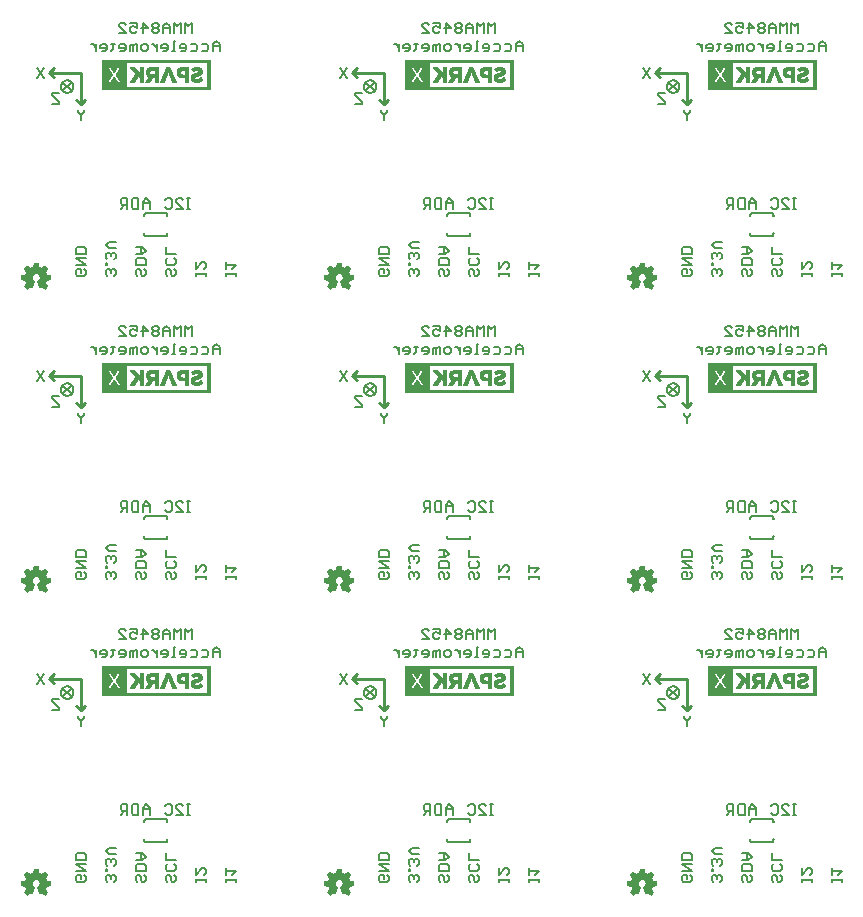
<source format=gbo>
G75*
%MOIN*%
%OFA0B0*%
%FSLAX25Y25*%
%IPPOS*%
%LPD*%
%AMOC8*
5,1,8,0,0,1.08239X$1,22.5*
%
%ADD10C,0.00600*%
%ADD11C,0.01000*%
%ADD12C,0.00700*%
%ADD13C,0.00800*%
%ADD14C,0.00299*%
%ADD15C,0.00039*%
D10*
X0077814Y0045832D02*
X0077814Y0046966D01*
X0078382Y0047533D01*
X0079516Y0047533D01*
X0079516Y0046399D01*
X0080650Y0047533D02*
X0081217Y0046966D01*
X0081217Y0045832D01*
X0080650Y0045265D01*
X0078382Y0045265D01*
X0077814Y0045832D01*
X0077814Y0048948D02*
X0081217Y0048948D01*
X0077814Y0051216D01*
X0081217Y0051216D01*
X0081217Y0052631D02*
X0081217Y0054332D01*
X0080650Y0054899D01*
X0078382Y0054899D01*
X0077814Y0054332D01*
X0077814Y0052631D01*
X0081217Y0052631D01*
X0087814Y0052491D02*
X0087814Y0051356D01*
X0088382Y0050789D01*
X0088382Y0049515D02*
X0087814Y0049515D01*
X0087814Y0048948D01*
X0088382Y0048948D01*
X0088382Y0049515D01*
X0088382Y0047533D02*
X0087814Y0046966D01*
X0087814Y0045832D01*
X0088382Y0045265D01*
X0089516Y0046399D02*
X0089516Y0046966D01*
X0088949Y0047533D01*
X0088382Y0047533D01*
X0089516Y0046966D02*
X0090083Y0047533D01*
X0090650Y0047533D01*
X0091217Y0046966D01*
X0091217Y0045832D01*
X0090650Y0045265D01*
X0090650Y0050789D02*
X0091217Y0051356D01*
X0091217Y0052491D01*
X0090650Y0053058D01*
X0090083Y0053058D01*
X0089516Y0052491D01*
X0088949Y0053058D01*
X0088382Y0053058D01*
X0087814Y0052491D01*
X0089516Y0052491D02*
X0089516Y0051924D01*
X0088949Y0054472D02*
X0091217Y0054472D01*
X0088949Y0054472D02*
X0087814Y0055607D01*
X0088949Y0056741D01*
X0091217Y0056741D01*
X0097814Y0054899D02*
X0100083Y0054899D01*
X0101217Y0053765D01*
X0100083Y0052631D01*
X0097814Y0052631D01*
X0098382Y0051216D02*
X0100650Y0051216D01*
X0101217Y0050649D01*
X0101217Y0048948D01*
X0097814Y0048948D01*
X0097814Y0050649D01*
X0098382Y0051216D01*
X0099516Y0052631D02*
X0099516Y0054899D01*
X0098949Y0047533D02*
X0098382Y0047533D01*
X0097814Y0046966D01*
X0097814Y0045832D01*
X0098382Y0045265D01*
X0099516Y0045832D02*
X0099516Y0046966D01*
X0098949Y0047533D01*
X0100650Y0047533D02*
X0101217Y0046966D01*
X0101217Y0045832D01*
X0100650Y0045265D01*
X0100083Y0045265D01*
X0099516Y0045832D01*
X0107814Y0045832D02*
X0108382Y0045265D01*
X0107814Y0045832D02*
X0107814Y0046966D01*
X0108382Y0047533D01*
X0108949Y0047533D01*
X0109516Y0046966D01*
X0109516Y0045832D01*
X0110083Y0045265D01*
X0110650Y0045265D01*
X0111217Y0045832D01*
X0111217Y0046966D01*
X0110650Y0047533D01*
X0110650Y0048948D02*
X0108382Y0048948D01*
X0107814Y0049515D01*
X0107814Y0050649D01*
X0108382Y0051216D01*
X0107814Y0052631D02*
X0107814Y0054899D01*
X0107814Y0052631D02*
X0111217Y0052631D01*
X0110650Y0051216D02*
X0111217Y0050649D01*
X0111217Y0049515D01*
X0110650Y0048948D01*
X0117814Y0049989D02*
X0117814Y0047720D01*
X0120083Y0049989D01*
X0120650Y0049989D01*
X0121217Y0049421D01*
X0121217Y0048287D01*
X0120650Y0047720D01*
X0121217Y0046399D02*
X0121217Y0045265D01*
X0121217Y0045832D02*
X0117814Y0045832D01*
X0117814Y0045265D02*
X0117814Y0046399D01*
X0127814Y0046399D02*
X0127814Y0045265D01*
X0127814Y0045832D02*
X0131217Y0045832D01*
X0131217Y0045265D02*
X0131217Y0046399D01*
X0130083Y0047720D02*
X0131217Y0048854D01*
X0127814Y0048854D01*
X0127814Y0047720D02*
X0127814Y0049989D01*
X0115992Y0067765D02*
X0114857Y0067765D01*
X0115424Y0067765D02*
X0115424Y0071167D01*
X0114857Y0071167D02*
X0115992Y0071167D01*
X0113536Y0070600D02*
X0112969Y0071167D01*
X0111835Y0071167D01*
X0111268Y0070600D01*
X0111268Y0070033D01*
X0113536Y0067765D01*
X0111268Y0067765D01*
X0109853Y0068332D02*
X0109286Y0067765D01*
X0108152Y0067765D01*
X0107584Y0068332D01*
X0107584Y0070600D02*
X0108152Y0071167D01*
X0109286Y0071167D01*
X0109853Y0070600D01*
X0109853Y0068332D01*
X0102487Y0067765D02*
X0102487Y0070033D01*
X0101352Y0071167D01*
X0100218Y0070033D01*
X0100218Y0067765D01*
X0098804Y0067765D02*
X0098804Y0071167D01*
X0097102Y0071167D01*
X0096535Y0070600D01*
X0096535Y0068332D01*
X0097102Y0067765D01*
X0098804Y0067765D01*
X0100218Y0069466D02*
X0102487Y0069466D01*
X0095120Y0068899D02*
X0093419Y0068899D01*
X0092852Y0069466D01*
X0092852Y0070600D01*
X0093419Y0071167D01*
X0095120Y0071167D01*
X0095120Y0067765D01*
X0093986Y0068899D02*
X0092852Y0067765D01*
X0079622Y0097265D02*
X0079622Y0098966D01*
X0078487Y0100100D01*
X0078487Y0100667D01*
X0079622Y0098966D02*
X0080756Y0100100D01*
X0080756Y0100667D01*
X0072256Y0102765D02*
X0069987Y0102765D01*
X0072256Y0102765D02*
X0072256Y0103332D01*
X0069987Y0105600D01*
X0069987Y0106167D01*
X0072256Y0106167D01*
X0067256Y0111265D02*
X0064987Y0114667D01*
X0067256Y0114667D02*
X0064987Y0111265D01*
X0082983Y0122533D02*
X0083551Y0122533D01*
X0084685Y0121399D01*
X0084685Y0120265D02*
X0084685Y0122533D01*
X0086099Y0121966D02*
X0086099Y0121399D01*
X0088368Y0121399D01*
X0088368Y0120832D02*
X0088368Y0121966D01*
X0087801Y0122533D01*
X0086667Y0122533D01*
X0086099Y0121966D01*
X0086667Y0120265D02*
X0087801Y0120265D01*
X0088368Y0120832D01*
X0089689Y0120265D02*
X0090256Y0120832D01*
X0090256Y0123100D01*
X0090823Y0122533D02*
X0089689Y0122533D01*
X0092238Y0121966D02*
X0092238Y0121399D01*
X0094507Y0121399D01*
X0094507Y0120832D02*
X0094507Y0121966D01*
X0093939Y0122533D01*
X0092805Y0122533D01*
X0092238Y0121966D01*
X0092805Y0120265D02*
X0093939Y0120265D01*
X0094507Y0120832D01*
X0095921Y0120265D02*
X0095921Y0121966D01*
X0096488Y0122533D01*
X0097055Y0121966D01*
X0097055Y0120265D01*
X0098190Y0120265D02*
X0098190Y0122533D01*
X0097623Y0122533D01*
X0097055Y0121966D01*
X0099604Y0121966D02*
X0100171Y0122533D01*
X0101306Y0122533D01*
X0101873Y0121966D01*
X0101873Y0120832D01*
X0101306Y0120265D01*
X0100171Y0120265D01*
X0099604Y0120832D01*
X0099604Y0121966D01*
X0103241Y0122533D02*
X0103808Y0122533D01*
X0104942Y0121399D01*
X0104942Y0120265D02*
X0104942Y0122533D01*
X0106357Y0121966D02*
X0106357Y0121399D01*
X0108625Y0121399D01*
X0108625Y0120832D02*
X0108625Y0121966D01*
X0108058Y0122533D01*
X0106924Y0122533D01*
X0106357Y0121966D01*
X0106924Y0120265D02*
X0108058Y0120265D01*
X0108625Y0120832D01*
X0109946Y0120265D02*
X0111081Y0120265D01*
X0110514Y0120265D02*
X0110514Y0123667D01*
X0111081Y0123667D01*
X0112495Y0121966D02*
X0112495Y0121399D01*
X0114764Y0121399D01*
X0114764Y0120832D02*
X0114764Y0121966D01*
X0114197Y0122533D01*
X0113062Y0122533D01*
X0112495Y0121966D01*
X0113062Y0120265D02*
X0114197Y0120265D01*
X0114764Y0120832D01*
X0116178Y0120265D02*
X0117880Y0120265D01*
X0118447Y0120832D01*
X0118447Y0121966D01*
X0117880Y0122533D01*
X0116178Y0122533D01*
X0119862Y0122533D02*
X0121563Y0122533D01*
X0122130Y0121966D01*
X0122130Y0120832D01*
X0121563Y0120265D01*
X0119862Y0120265D01*
X0123545Y0120265D02*
X0123545Y0122533D01*
X0124679Y0123667D01*
X0125813Y0122533D01*
X0125813Y0120265D01*
X0125813Y0121966D02*
X0123545Y0121966D01*
X0116605Y0126265D02*
X0116605Y0129667D01*
X0115471Y0128533D01*
X0114337Y0129667D01*
X0114337Y0126265D01*
X0112922Y0126265D02*
X0112922Y0129667D01*
X0111788Y0128533D01*
X0110654Y0129667D01*
X0110654Y0126265D01*
X0109239Y0126265D02*
X0109239Y0128533D01*
X0108105Y0129667D01*
X0106971Y0128533D01*
X0106971Y0126265D01*
X0105556Y0126832D02*
X0105556Y0127399D01*
X0104989Y0127966D01*
X0103855Y0127966D01*
X0103287Y0127399D01*
X0103287Y0126832D01*
X0103855Y0126265D01*
X0104989Y0126265D01*
X0105556Y0126832D01*
X0104989Y0127966D02*
X0105556Y0128533D01*
X0105556Y0129100D01*
X0104989Y0129667D01*
X0103855Y0129667D01*
X0103287Y0129100D01*
X0103287Y0128533D01*
X0103855Y0127966D01*
X0101873Y0127966D02*
X0099604Y0127966D01*
X0098190Y0127966D02*
X0097055Y0128533D01*
X0096488Y0128533D01*
X0095921Y0127966D01*
X0095921Y0126832D01*
X0096488Y0126265D01*
X0097623Y0126265D01*
X0098190Y0126832D01*
X0098190Y0127966D02*
X0098190Y0129667D01*
X0095921Y0129667D01*
X0094507Y0129100D02*
X0093939Y0129667D01*
X0092805Y0129667D01*
X0092238Y0129100D01*
X0092238Y0128533D01*
X0094507Y0126265D01*
X0092238Y0126265D01*
X0100171Y0126265D02*
X0100171Y0129667D01*
X0101873Y0127966D01*
X0106971Y0127966D02*
X0109239Y0127966D01*
X0110083Y0146269D02*
X0109516Y0146836D01*
X0109516Y0147971D01*
X0108949Y0148538D01*
X0108382Y0148538D01*
X0107814Y0147971D01*
X0107814Y0146836D01*
X0108382Y0146269D01*
X0110083Y0146269D02*
X0110650Y0146269D01*
X0111217Y0146836D01*
X0111217Y0147971D01*
X0110650Y0148538D01*
X0110650Y0149952D02*
X0108382Y0149952D01*
X0107814Y0150520D01*
X0107814Y0151654D01*
X0108382Y0152221D01*
X0107814Y0153636D02*
X0107814Y0155904D01*
X0107814Y0153636D02*
X0111217Y0153636D01*
X0110650Y0152221D02*
X0111217Y0151654D01*
X0111217Y0150520D01*
X0110650Y0149952D01*
X0117814Y0150993D02*
X0117814Y0148725D01*
X0120083Y0150993D01*
X0120650Y0150993D01*
X0121217Y0150426D01*
X0121217Y0149292D01*
X0120650Y0148725D01*
X0121217Y0147404D02*
X0121217Y0146269D01*
X0121217Y0146836D02*
X0117814Y0146836D01*
X0117814Y0146269D02*
X0117814Y0147404D01*
X0127814Y0147404D02*
X0127814Y0146269D01*
X0127814Y0146836D02*
X0131217Y0146836D01*
X0131217Y0146269D02*
X0131217Y0147404D01*
X0130083Y0148725D02*
X0131217Y0149859D01*
X0127814Y0149859D01*
X0127814Y0148725D02*
X0127814Y0150993D01*
X0115992Y0168769D02*
X0114857Y0168769D01*
X0115424Y0168769D02*
X0115424Y0172172D01*
X0114857Y0172172D02*
X0115992Y0172172D01*
X0113536Y0171605D02*
X0112969Y0172172D01*
X0111835Y0172172D01*
X0111268Y0171605D01*
X0111268Y0171038D01*
X0113536Y0168769D01*
X0111268Y0168769D01*
X0109853Y0169336D02*
X0109286Y0168769D01*
X0108152Y0168769D01*
X0107584Y0169336D01*
X0109853Y0169336D02*
X0109853Y0171605D01*
X0109286Y0172172D01*
X0108152Y0172172D01*
X0107584Y0171605D01*
X0102487Y0171038D02*
X0102487Y0168769D01*
X0102487Y0170471D02*
X0100218Y0170471D01*
X0100218Y0171038D02*
X0100218Y0168769D01*
X0098804Y0168769D02*
X0098804Y0172172D01*
X0097102Y0172172D01*
X0096535Y0171605D01*
X0096535Y0169336D01*
X0097102Y0168769D01*
X0098804Y0168769D01*
X0100218Y0171038D02*
X0101352Y0172172D01*
X0102487Y0171038D01*
X0095120Y0172172D02*
X0095120Y0168769D01*
X0095120Y0169904D02*
X0093419Y0169904D01*
X0092852Y0170471D01*
X0092852Y0171605D01*
X0093419Y0172172D01*
X0095120Y0172172D01*
X0093986Y0169904D02*
X0092852Y0168769D01*
X0091217Y0157746D02*
X0088949Y0157746D01*
X0087814Y0156611D01*
X0088949Y0155477D01*
X0091217Y0155477D01*
X0090650Y0154063D02*
X0090083Y0154063D01*
X0089516Y0153495D01*
X0088949Y0154063D01*
X0088382Y0154063D01*
X0087814Y0153495D01*
X0087814Y0152361D01*
X0088382Y0151794D01*
X0088382Y0150520D02*
X0087814Y0150520D01*
X0087814Y0149952D01*
X0088382Y0149952D01*
X0088382Y0150520D01*
X0088382Y0148538D02*
X0087814Y0147971D01*
X0087814Y0146836D01*
X0088382Y0146269D01*
X0089516Y0147404D02*
X0089516Y0147971D01*
X0088949Y0148538D01*
X0088382Y0148538D01*
X0089516Y0147971D02*
X0090083Y0148538D01*
X0090650Y0148538D01*
X0091217Y0147971D01*
X0091217Y0146836D01*
X0090650Y0146269D01*
X0090650Y0151794D02*
X0091217Y0152361D01*
X0091217Y0153495D01*
X0090650Y0154063D01*
X0089516Y0153495D02*
X0089516Y0152928D01*
X0097814Y0153636D02*
X0100083Y0153636D01*
X0101217Y0154770D01*
X0100083Y0155904D01*
X0097814Y0155904D01*
X0099516Y0155904D02*
X0099516Y0153636D01*
X0098382Y0152221D02*
X0100650Y0152221D01*
X0101217Y0151654D01*
X0101217Y0149952D01*
X0097814Y0149952D01*
X0097814Y0151654D01*
X0098382Y0152221D01*
X0098382Y0148538D02*
X0097814Y0147971D01*
X0097814Y0146836D01*
X0098382Y0146269D01*
X0099516Y0146836D02*
X0099516Y0147971D01*
X0098949Y0148538D01*
X0098382Y0148538D01*
X0099516Y0146836D02*
X0100083Y0146269D01*
X0100650Y0146269D01*
X0101217Y0146836D01*
X0101217Y0147971D01*
X0100650Y0148538D01*
X0081217Y0147971D02*
X0081217Y0146836D01*
X0080650Y0146269D01*
X0078382Y0146269D01*
X0077814Y0146836D01*
X0077814Y0147971D01*
X0078382Y0148538D01*
X0079516Y0148538D01*
X0079516Y0147404D01*
X0080650Y0148538D02*
X0081217Y0147971D01*
X0081217Y0149952D02*
X0077814Y0152221D01*
X0081217Y0152221D01*
X0081217Y0153636D02*
X0077814Y0153636D01*
X0077814Y0155337D01*
X0078382Y0155904D01*
X0080650Y0155904D01*
X0081217Y0155337D01*
X0081217Y0153636D01*
X0081217Y0149952D02*
X0077814Y0149952D01*
X0079622Y0198269D02*
X0079622Y0199971D01*
X0078487Y0201105D01*
X0078487Y0201672D01*
X0079622Y0199971D02*
X0080756Y0201105D01*
X0080756Y0201672D01*
X0072256Y0203769D02*
X0069987Y0203769D01*
X0072256Y0203769D02*
X0072256Y0204336D01*
X0069987Y0206605D01*
X0069987Y0207172D01*
X0072256Y0207172D01*
X0067256Y0212269D02*
X0064987Y0215672D01*
X0067256Y0215672D02*
X0064987Y0212269D01*
X0082983Y0223538D02*
X0083551Y0223538D01*
X0084685Y0222404D01*
X0084685Y0223538D02*
X0084685Y0221269D01*
X0086099Y0222404D02*
X0088368Y0222404D01*
X0088368Y0222971D02*
X0087801Y0223538D01*
X0086667Y0223538D01*
X0086099Y0222971D01*
X0086099Y0222404D01*
X0086667Y0221269D02*
X0087801Y0221269D01*
X0088368Y0221836D01*
X0088368Y0222971D01*
X0089689Y0223538D02*
X0090823Y0223538D01*
X0090256Y0224105D02*
X0090256Y0221836D01*
X0089689Y0221269D01*
X0092238Y0222404D02*
X0094507Y0222404D01*
X0094507Y0222971D02*
X0093939Y0223538D01*
X0092805Y0223538D01*
X0092238Y0222971D01*
X0092238Y0222404D01*
X0092805Y0221269D02*
X0093939Y0221269D01*
X0094507Y0221836D01*
X0094507Y0222971D01*
X0095921Y0222971D02*
X0095921Y0221269D01*
X0097055Y0221269D02*
X0097055Y0222971D01*
X0096488Y0223538D01*
X0095921Y0222971D01*
X0097055Y0222971D02*
X0097623Y0223538D01*
X0098190Y0223538D01*
X0098190Y0221269D01*
X0099604Y0221836D02*
X0099604Y0222971D01*
X0100171Y0223538D01*
X0101306Y0223538D01*
X0101873Y0222971D01*
X0101873Y0221836D01*
X0101306Y0221269D01*
X0100171Y0221269D01*
X0099604Y0221836D01*
X0103241Y0223538D02*
X0103808Y0223538D01*
X0104942Y0222404D01*
X0104942Y0223538D02*
X0104942Y0221269D01*
X0106357Y0222404D02*
X0108625Y0222404D01*
X0108625Y0222971D02*
X0108058Y0223538D01*
X0106924Y0223538D01*
X0106357Y0222971D01*
X0106357Y0222404D01*
X0106924Y0221269D02*
X0108058Y0221269D01*
X0108625Y0221836D01*
X0108625Y0222971D01*
X0109946Y0221269D02*
X0111081Y0221269D01*
X0110514Y0221269D02*
X0110514Y0224672D01*
X0111081Y0224672D01*
X0112495Y0222971D02*
X0112495Y0222404D01*
X0114764Y0222404D01*
X0114764Y0222971D02*
X0114197Y0223538D01*
X0113062Y0223538D01*
X0112495Y0222971D01*
X0113062Y0221269D02*
X0114197Y0221269D01*
X0114764Y0221836D01*
X0114764Y0222971D01*
X0116178Y0223538D02*
X0117880Y0223538D01*
X0118447Y0222971D01*
X0118447Y0221836D01*
X0117880Y0221269D01*
X0116178Y0221269D01*
X0119862Y0221269D02*
X0121563Y0221269D01*
X0122130Y0221836D01*
X0122130Y0222971D01*
X0121563Y0223538D01*
X0119862Y0223538D01*
X0123545Y0223538D02*
X0124679Y0224672D01*
X0125813Y0223538D01*
X0125813Y0221269D01*
X0125813Y0222971D02*
X0123545Y0222971D01*
X0123545Y0223538D02*
X0123545Y0221269D01*
X0116605Y0227269D02*
X0116605Y0230672D01*
X0115471Y0229538D01*
X0114337Y0230672D01*
X0114337Y0227269D01*
X0112922Y0227269D02*
X0112922Y0230672D01*
X0111788Y0229538D01*
X0110654Y0230672D01*
X0110654Y0227269D01*
X0109239Y0227269D02*
X0109239Y0229538D01*
X0108105Y0230672D01*
X0106971Y0229538D01*
X0106971Y0227269D01*
X0105556Y0227836D02*
X0105556Y0228404D01*
X0104989Y0228971D01*
X0103855Y0228971D01*
X0103287Y0228404D01*
X0103287Y0227836D01*
X0103855Y0227269D01*
X0104989Y0227269D01*
X0105556Y0227836D01*
X0104989Y0228971D02*
X0105556Y0229538D01*
X0105556Y0230105D01*
X0104989Y0230672D01*
X0103855Y0230672D01*
X0103287Y0230105D01*
X0103287Y0229538D01*
X0103855Y0228971D01*
X0101873Y0228971D02*
X0099604Y0228971D01*
X0098190Y0228971D02*
X0097055Y0229538D01*
X0096488Y0229538D01*
X0095921Y0228971D01*
X0095921Y0227836D01*
X0096488Y0227269D01*
X0097623Y0227269D01*
X0098190Y0227836D01*
X0098190Y0228971D02*
X0098190Y0230672D01*
X0095921Y0230672D01*
X0094507Y0230105D02*
X0093939Y0230672D01*
X0092805Y0230672D01*
X0092238Y0230105D01*
X0092238Y0229538D01*
X0094507Y0227269D01*
X0092238Y0227269D01*
X0100171Y0227269D02*
X0100171Y0230672D01*
X0101873Y0228971D01*
X0106971Y0228971D02*
X0109239Y0228971D01*
X0110083Y0247274D02*
X0109516Y0247841D01*
X0109516Y0248975D01*
X0108949Y0249543D01*
X0108382Y0249543D01*
X0107814Y0248975D01*
X0107814Y0247841D01*
X0108382Y0247274D01*
X0110083Y0247274D02*
X0110650Y0247274D01*
X0111217Y0247841D01*
X0111217Y0248975D01*
X0110650Y0249543D01*
X0110650Y0250957D02*
X0108382Y0250957D01*
X0107814Y0251524D01*
X0107814Y0252659D01*
X0108382Y0253226D01*
X0107814Y0254640D02*
X0107814Y0256909D01*
X0107814Y0254640D02*
X0111217Y0254640D01*
X0110650Y0253226D02*
X0111217Y0252659D01*
X0111217Y0251524D01*
X0110650Y0250957D01*
X0117814Y0251998D02*
X0117814Y0249729D01*
X0120083Y0251998D01*
X0120650Y0251998D01*
X0121217Y0251431D01*
X0121217Y0250297D01*
X0120650Y0249729D01*
X0121217Y0248408D02*
X0121217Y0247274D01*
X0121217Y0247841D02*
X0117814Y0247841D01*
X0117814Y0247274D02*
X0117814Y0248408D01*
X0127814Y0248408D02*
X0127814Y0247274D01*
X0127814Y0247841D02*
X0131217Y0247841D01*
X0131217Y0247274D02*
X0131217Y0248408D01*
X0130083Y0249729D02*
X0131217Y0250864D01*
X0127814Y0250864D01*
X0127814Y0251998D02*
X0127814Y0249729D01*
X0115992Y0269774D02*
X0114857Y0269774D01*
X0115424Y0269774D02*
X0115424Y0273177D01*
X0114857Y0273177D02*
X0115992Y0273177D01*
X0113536Y0272610D02*
X0112969Y0273177D01*
X0111835Y0273177D01*
X0111268Y0272610D01*
X0111268Y0272043D01*
X0113536Y0269774D01*
X0111268Y0269774D01*
X0109853Y0270341D02*
X0109853Y0272610D01*
X0109286Y0273177D01*
X0108152Y0273177D01*
X0107584Y0272610D01*
X0107584Y0270341D02*
X0108152Y0269774D01*
X0109286Y0269774D01*
X0109853Y0270341D01*
X0102487Y0269774D02*
X0102487Y0272043D01*
X0101352Y0273177D01*
X0100218Y0272043D01*
X0100218Y0269774D01*
X0098804Y0269774D02*
X0098804Y0273177D01*
X0097102Y0273177D01*
X0096535Y0272610D01*
X0096535Y0270341D01*
X0097102Y0269774D01*
X0098804Y0269774D01*
X0100218Y0271475D02*
X0102487Y0271475D01*
X0095120Y0270908D02*
X0093419Y0270908D01*
X0092852Y0271475D01*
X0092852Y0272610D01*
X0093419Y0273177D01*
X0095120Y0273177D01*
X0095120Y0269774D01*
X0093986Y0270908D02*
X0092852Y0269774D01*
X0091217Y0258750D02*
X0088949Y0258750D01*
X0087814Y0257616D01*
X0088949Y0256482D01*
X0091217Y0256482D01*
X0090650Y0255067D02*
X0090083Y0255067D01*
X0089516Y0254500D01*
X0088949Y0255067D01*
X0088382Y0255067D01*
X0087814Y0254500D01*
X0087814Y0253366D01*
X0088382Y0252799D01*
X0088382Y0251524D02*
X0087814Y0251524D01*
X0087814Y0250957D01*
X0088382Y0250957D01*
X0088382Y0251524D01*
X0088382Y0249543D02*
X0087814Y0248975D01*
X0087814Y0247841D01*
X0088382Y0247274D01*
X0089516Y0248408D02*
X0089516Y0248975D01*
X0088949Y0249543D01*
X0088382Y0249543D01*
X0089516Y0248975D02*
X0090083Y0249543D01*
X0090650Y0249543D01*
X0091217Y0248975D01*
X0091217Y0247841D01*
X0090650Y0247274D01*
X0097814Y0247841D02*
X0098382Y0247274D01*
X0097814Y0247841D02*
X0097814Y0248975D01*
X0098382Y0249543D01*
X0098949Y0249543D01*
X0099516Y0248975D01*
X0099516Y0247841D01*
X0100083Y0247274D01*
X0100650Y0247274D01*
X0101217Y0247841D01*
X0101217Y0248975D01*
X0100650Y0249543D01*
X0101217Y0250957D02*
X0101217Y0252659D01*
X0100650Y0253226D01*
X0098382Y0253226D01*
X0097814Y0252659D01*
X0097814Y0250957D01*
X0101217Y0250957D01*
X0100083Y0254640D02*
X0097814Y0254640D01*
X0099516Y0254640D02*
X0099516Y0256909D01*
X0100083Y0256909D02*
X0097814Y0256909D01*
X0100083Y0256909D02*
X0101217Y0255775D01*
X0100083Y0254640D01*
X0091217Y0254500D02*
X0090650Y0255067D01*
X0091217Y0254500D02*
X0091217Y0253366D01*
X0090650Y0252799D01*
X0089516Y0253933D02*
X0089516Y0254500D01*
X0081217Y0254640D02*
X0081217Y0256342D01*
X0080650Y0256909D01*
X0078382Y0256909D01*
X0077814Y0256342D01*
X0077814Y0254640D01*
X0081217Y0254640D01*
X0081217Y0253226D02*
X0077814Y0253226D01*
X0081217Y0250957D01*
X0077814Y0250957D01*
X0078382Y0249543D02*
X0079516Y0249543D01*
X0079516Y0248408D01*
X0080650Y0247274D02*
X0081217Y0247841D01*
X0081217Y0248975D01*
X0080650Y0249543D01*
X0078382Y0249543D02*
X0077814Y0248975D01*
X0077814Y0247841D01*
X0078382Y0247274D01*
X0080650Y0247274D01*
X0079622Y0299274D02*
X0079622Y0300975D01*
X0078487Y0302110D01*
X0078487Y0302677D01*
X0079622Y0300975D02*
X0080756Y0302110D01*
X0080756Y0302677D01*
X0072256Y0304774D02*
X0069987Y0304774D01*
X0072256Y0304774D02*
X0072256Y0305341D01*
X0069987Y0307610D01*
X0069987Y0308177D01*
X0072256Y0308177D01*
X0067256Y0313274D02*
X0064987Y0316677D01*
X0067256Y0316677D02*
X0064987Y0313274D01*
X0082983Y0324543D02*
X0083551Y0324543D01*
X0084685Y0323408D01*
X0084685Y0322274D02*
X0084685Y0324543D01*
X0086099Y0323975D02*
X0086099Y0323408D01*
X0088368Y0323408D01*
X0088368Y0322841D02*
X0088368Y0323975D01*
X0087801Y0324543D01*
X0086667Y0324543D01*
X0086099Y0323975D01*
X0086667Y0322274D02*
X0087801Y0322274D01*
X0088368Y0322841D01*
X0089689Y0322274D02*
X0090256Y0322841D01*
X0090256Y0325110D01*
X0090823Y0324543D02*
X0089689Y0324543D01*
X0092238Y0323975D02*
X0092238Y0323408D01*
X0094507Y0323408D01*
X0094507Y0322841D02*
X0094507Y0323975D01*
X0093939Y0324543D01*
X0092805Y0324543D01*
X0092238Y0323975D01*
X0092805Y0322274D02*
X0093939Y0322274D01*
X0094507Y0322841D01*
X0095921Y0322274D02*
X0095921Y0323975D01*
X0096488Y0324543D01*
X0097055Y0323975D01*
X0097055Y0322274D01*
X0098190Y0322274D02*
X0098190Y0324543D01*
X0097623Y0324543D01*
X0097055Y0323975D01*
X0099604Y0323975D02*
X0100171Y0324543D01*
X0101306Y0324543D01*
X0101873Y0323975D01*
X0101873Y0322841D01*
X0101306Y0322274D01*
X0100171Y0322274D01*
X0099604Y0322841D01*
X0099604Y0323975D01*
X0103241Y0324543D02*
X0103808Y0324543D01*
X0104942Y0323408D01*
X0104942Y0322274D02*
X0104942Y0324543D01*
X0106357Y0323975D02*
X0106357Y0323408D01*
X0108625Y0323408D01*
X0108625Y0322841D02*
X0108625Y0323975D01*
X0108058Y0324543D01*
X0106924Y0324543D01*
X0106357Y0323975D01*
X0106924Y0322274D02*
X0108058Y0322274D01*
X0108625Y0322841D01*
X0109946Y0322274D02*
X0111081Y0322274D01*
X0110514Y0322274D02*
X0110514Y0325677D01*
X0111081Y0325677D01*
X0112495Y0323975D02*
X0112495Y0323408D01*
X0114764Y0323408D01*
X0114764Y0322841D02*
X0114764Y0323975D01*
X0114197Y0324543D01*
X0113062Y0324543D01*
X0112495Y0323975D01*
X0113062Y0322274D02*
X0114197Y0322274D01*
X0114764Y0322841D01*
X0116178Y0322274D02*
X0117880Y0322274D01*
X0118447Y0322841D01*
X0118447Y0323975D01*
X0117880Y0324543D01*
X0116178Y0324543D01*
X0119862Y0324543D02*
X0121563Y0324543D01*
X0122130Y0323975D01*
X0122130Y0322841D01*
X0121563Y0322274D01*
X0119862Y0322274D01*
X0123545Y0322274D02*
X0123545Y0324543D01*
X0124679Y0325677D01*
X0125813Y0324543D01*
X0125813Y0322274D01*
X0125813Y0323975D02*
X0123545Y0323975D01*
X0116605Y0328274D02*
X0116605Y0331677D01*
X0115471Y0330543D01*
X0114337Y0331677D01*
X0114337Y0328274D01*
X0112922Y0328274D02*
X0112922Y0331677D01*
X0111788Y0330543D01*
X0110654Y0331677D01*
X0110654Y0328274D01*
X0109239Y0328274D02*
X0109239Y0330543D01*
X0108105Y0331677D01*
X0106971Y0330543D01*
X0106971Y0328274D01*
X0105556Y0328841D02*
X0105556Y0329408D01*
X0104989Y0329975D01*
X0103855Y0329975D01*
X0103287Y0329408D01*
X0103287Y0328841D01*
X0103855Y0328274D01*
X0104989Y0328274D01*
X0105556Y0328841D01*
X0104989Y0329975D02*
X0105556Y0330543D01*
X0105556Y0331110D01*
X0104989Y0331677D01*
X0103855Y0331677D01*
X0103287Y0331110D01*
X0103287Y0330543D01*
X0103855Y0329975D01*
X0101873Y0329975D02*
X0099604Y0329975D01*
X0098190Y0329975D02*
X0097055Y0330543D01*
X0096488Y0330543D01*
X0095921Y0329975D01*
X0095921Y0328841D01*
X0096488Y0328274D01*
X0097623Y0328274D01*
X0098190Y0328841D01*
X0098190Y0329975D02*
X0098190Y0331677D01*
X0095921Y0331677D01*
X0094507Y0331110D02*
X0093939Y0331677D01*
X0092805Y0331677D01*
X0092238Y0331110D01*
X0092238Y0330543D01*
X0094507Y0328274D01*
X0092238Y0328274D01*
X0100171Y0328274D02*
X0100171Y0331677D01*
X0101873Y0329975D01*
X0106971Y0329975D02*
X0109239Y0329975D01*
X0165992Y0316677D02*
X0168261Y0313274D01*
X0165992Y0313274D02*
X0168261Y0316677D01*
X0170992Y0308177D02*
X0170992Y0307610D01*
X0173261Y0305341D01*
X0173261Y0304774D01*
X0170992Y0304774D01*
X0170992Y0308177D02*
X0173261Y0308177D01*
X0179492Y0302677D02*
X0179492Y0302110D01*
X0180626Y0300975D01*
X0180626Y0299274D01*
X0180626Y0300975D02*
X0181761Y0302110D01*
X0181761Y0302677D01*
X0185690Y0322274D02*
X0185690Y0324543D01*
X0185690Y0323408D02*
X0184555Y0324543D01*
X0183988Y0324543D01*
X0187104Y0323975D02*
X0187104Y0323408D01*
X0189373Y0323408D01*
X0189373Y0322841D02*
X0189373Y0323975D01*
X0188806Y0324543D01*
X0187671Y0324543D01*
X0187104Y0323975D01*
X0187671Y0322274D02*
X0188806Y0322274D01*
X0189373Y0322841D01*
X0190694Y0322274D02*
X0191261Y0322841D01*
X0191261Y0325110D01*
X0191828Y0324543D02*
X0190694Y0324543D01*
X0193243Y0323975D02*
X0193243Y0323408D01*
X0195511Y0323408D01*
X0195511Y0322841D02*
X0195511Y0323975D01*
X0194944Y0324543D01*
X0193810Y0324543D01*
X0193243Y0323975D01*
X0193810Y0322274D02*
X0194944Y0322274D01*
X0195511Y0322841D01*
X0196926Y0322274D02*
X0196926Y0323975D01*
X0197493Y0324543D01*
X0198060Y0323975D01*
X0198060Y0322274D01*
X0199194Y0322274D02*
X0199194Y0324543D01*
X0198627Y0324543D01*
X0198060Y0323975D01*
X0200609Y0323975D02*
X0201176Y0324543D01*
X0202310Y0324543D01*
X0202878Y0323975D01*
X0202878Y0322841D01*
X0202310Y0322274D01*
X0201176Y0322274D01*
X0200609Y0322841D01*
X0200609Y0323975D01*
X0204245Y0324543D02*
X0204813Y0324543D01*
X0205947Y0323408D01*
X0205947Y0322274D02*
X0205947Y0324543D01*
X0207361Y0323975D02*
X0207361Y0323408D01*
X0209630Y0323408D01*
X0209630Y0322841D02*
X0209630Y0323975D01*
X0209063Y0324543D01*
X0207929Y0324543D01*
X0207361Y0323975D01*
X0207929Y0322274D02*
X0209063Y0322274D01*
X0209630Y0322841D01*
X0210951Y0322274D02*
X0212085Y0322274D01*
X0211518Y0322274D02*
X0211518Y0325677D01*
X0212085Y0325677D01*
X0213500Y0323975D02*
X0213500Y0323408D01*
X0215769Y0323408D01*
X0215769Y0322841D02*
X0215769Y0323975D01*
X0215201Y0324543D01*
X0214067Y0324543D01*
X0213500Y0323975D01*
X0214067Y0322274D02*
X0215201Y0322274D01*
X0215769Y0322841D01*
X0217183Y0322274D02*
X0218885Y0322274D01*
X0219452Y0322841D01*
X0219452Y0323975D01*
X0218885Y0324543D01*
X0217183Y0324543D01*
X0220866Y0324543D02*
X0222568Y0324543D01*
X0223135Y0323975D01*
X0223135Y0322841D01*
X0222568Y0322274D01*
X0220866Y0322274D01*
X0224549Y0322274D02*
X0224549Y0324543D01*
X0225684Y0325677D01*
X0226818Y0324543D01*
X0226818Y0322274D01*
X0226818Y0323975D02*
X0224549Y0323975D01*
X0217610Y0328274D02*
X0217610Y0331677D01*
X0216476Y0330543D01*
X0215342Y0331677D01*
X0215342Y0328274D01*
X0213927Y0328274D02*
X0213927Y0331677D01*
X0212793Y0330543D01*
X0211658Y0331677D01*
X0211658Y0328274D01*
X0210244Y0328274D02*
X0210244Y0330543D01*
X0209110Y0331677D01*
X0207975Y0330543D01*
X0207975Y0328274D01*
X0206561Y0328841D02*
X0206561Y0329408D01*
X0205994Y0329975D01*
X0204859Y0329975D01*
X0204292Y0329408D01*
X0204292Y0328841D01*
X0204859Y0328274D01*
X0205994Y0328274D01*
X0206561Y0328841D01*
X0205994Y0329975D02*
X0206561Y0330543D01*
X0206561Y0331110D01*
X0205994Y0331677D01*
X0204859Y0331677D01*
X0204292Y0331110D01*
X0204292Y0330543D01*
X0204859Y0329975D01*
X0202878Y0329975D02*
X0200609Y0329975D01*
X0199194Y0329975D02*
X0198060Y0330543D01*
X0197493Y0330543D01*
X0196926Y0329975D01*
X0196926Y0328841D01*
X0197493Y0328274D01*
X0198627Y0328274D01*
X0199194Y0328841D01*
X0199194Y0329975D02*
X0199194Y0331677D01*
X0196926Y0331677D01*
X0195511Y0331110D02*
X0194944Y0331677D01*
X0193810Y0331677D01*
X0193243Y0331110D01*
X0193243Y0330543D01*
X0195511Y0328274D01*
X0193243Y0328274D01*
X0201176Y0328274D02*
X0201176Y0331677D01*
X0202878Y0329975D01*
X0207975Y0329975D02*
X0210244Y0329975D01*
X0266997Y0316677D02*
X0269265Y0313274D01*
X0266997Y0313274D02*
X0269265Y0316677D01*
X0271997Y0308177D02*
X0271997Y0307610D01*
X0274265Y0305341D01*
X0274265Y0304774D01*
X0271997Y0304774D01*
X0271997Y0308177D02*
X0274265Y0308177D01*
X0280497Y0302677D02*
X0280497Y0302110D01*
X0281631Y0300975D01*
X0281631Y0299274D01*
X0281631Y0300975D02*
X0282765Y0302110D01*
X0282765Y0302677D01*
X0286694Y0322274D02*
X0286694Y0324543D01*
X0285560Y0324543D02*
X0284993Y0324543D01*
X0285560Y0324543D02*
X0286694Y0323408D01*
X0288109Y0323408D02*
X0290377Y0323408D01*
X0290377Y0322841D02*
X0290377Y0323975D01*
X0289810Y0324543D01*
X0288676Y0324543D01*
X0288109Y0323975D01*
X0288109Y0323408D01*
X0288676Y0322274D02*
X0289810Y0322274D01*
X0290377Y0322841D01*
X0291699Y0322274D02*
X0292266Y0322841D01*
X0292266Y0325110D01*
X0292833Y0324543D02*
X0291699Y0324543D01*
X0294247Y0323975D02*
X0294247Y0323408D01*
X0296516Y0323408D01*
X0296516Y0322841D02*
X0296516Y0323975D01*
X0295949Y0324543D01*
X0294815Y0324543D01*
X0294247Y0323975D01*
X0294815Y0322274D02*
X0295949Y0322274D01*
X0296516Y0322841D01*
X0297931Y0322274D02*
X0297931Y0323975D01*
X0298498Y0324543D01*
X0299065Y0323975D01*
X0299065Y0322274D01*
X0300199Y0322274D02*
X0300199Y0324543D01*
X0299632Y0324543D01*
X0299065Y0323975D01*
X0301614Y0323975D02*
X0302181Y0324543D01*
X0303315Y0324543D01*
X0303882Y0323975D01*
X0303882Y0322841D01*
X0303315Y0322274D01*
X0302181Y0322274D01*
X0301614Y0322841D01*
X0301614Y0323975D01*
X0305250Y0324543D02*
X0305817Y0324543D01*
X0306952Y0323408D01*
X0306952Y0322274D02*
X0306952Y0324543D01*
X0308366Y0323975D02*
X0308366Y0323408D01*
X0310635Y0323408D01*
X0310635Y0322841D02*
X0310635Y0323975D01*
X0310068Y0324543D01*
X0308933Y0324543D01*
X0308366Y0323975D01*
X0308933Y0322274D02*
X0310068Y0322274D01*
X0310635Y0322841D01*
X0311956Y0322274D02*
X0313090Y0322274D01*
X0312523Y0322274D02*
X0312523Y0325677D01*
X0313090Y0325677D01*
X0314505Y0323975D02*
X0314505Y0323408D01*
X0316773Y0323408D01*
X0316773Y0322841D02*
X0316773Y0323975D01*
X0316206Y0324543D01*
X0315072Y0324543D01*
X0314505Y0323975D01*
X0315072Y0322274D02*
X0316206Y0322274D01*
X0316773Y0322841D01*
X0318188Y0322274D02*
X0319889Y0322274D01*
X0320456Y0322841D01*
X0320456Y0323975D01*
X0319889Y0324543D01*
X0318188Y0324543D01*
X0321871Y0324543D02*
X0323572Y0324543D01*
X0324140Y0323975D01*
X0324140Y0322841D01*
X0323572Y0322274D01*
X0321871Y0322274D01*
X0325554Y0322274D02*
X0325554Y0324543D01*
X0326688Y0325677D01*
X0327823Y0324543D01*
X0327823Y0322274D01*
X0327823Y0323975D02*
X0325554Y0323975D01*
X0318615Y0328274D02*
X0318615Y0331677D01*
X0317481Y0330543D01*
X0316346Y0331677D01*
X0316346Y0328274D01*
X0314932Y0328274D02*
X0314932Y0331677D01*
X0313797Y0330543D01*
X0312663Y0331677D01*
X0312663Y0328274D01*
X0311249Y0328274D02*
X0311249Y0330543D01*
X0310114Y0331677D01*
X0308980Y0330543D01*
X0308980Y0328274D01*
X0307565Y0328841D02*
X0307565Y0329408D01*
X0306998Y0329975D01*
X0305864Y0329975D01*
X0305297Y0329408D01*
X0305297Y0328841D01*
X0305864Y0328274D01*
X0306998Y0328274D01*
X0307565Y0328841D01*
X0306998Y0329975D02*
X0307565Y0330543D01*
X0307565Y0331110D01*
X0306998Y0331677D01*
X0305864Y0331677D01*
X0305297Y0331110D01*
X0305297Y0330543D01*
X0305864Y0329975D01*
X0303882Y0329975D02*
X0301614Y0329975D01*
X0300199Y0329975D02*
X0299065Y0330543D01*
X0298498Y0330543D01*
X0297931Y0329975D01*
X0297931Y0328841D01*
X0298498Y0328274D01*
X0299632Y0328274D01*
X0300199Y0328841D01*
X0300199Y0329975D02*
X0300199Y0331677D01*
X0297931Y0331677D01*
X0296516Y0331110D02*
X0295949Y0331677D01*
X0294815Y0331677D01*
X0294247Y0331110D01*
X0294247Y0330543D01*
X0296516Y0328274D01*
X0294247Y0328274D01*
X0302181Y0328274D02*
X0302181Y0331677D01*
X0303882Y0329975D01*
X0308980Y0329975D02*
X0311249Y0329975D01*
X0311295Y0273177D02*
X0310161Y0273177D01*
X0309594Y0272610D01*
X0311295Y0273177D02*
X0311862Y0272610D01*
X0311862Y0270341D01*
X0311295Y0269774D01*
X0310161Y0269774D01*
X0309594Y0270341D01*
X0313277Y0269774D02*
X0315546Y0269774D01*
X0313277Y0272043D01*
X0313277Y0272610D01*
X0313844Y0273177D01*
X0314978Y0273177D01*
X0315546Y0272610D01*
X0316867Y0273177D02*
X0318001Y0273177D01*
X0317434Y0273177D02*
X0317434Y0269774D01*
X0318001Y0269774D02*
X0316867Y0269774D01*
X0304496Y0269774D02*
X0304496Y0272043D01*
X0303362Y0273177D01*
X0302228Y0272043D01*
X0302228Y0269774D01*
X0300813Y0269774D02*
X0299112Y0269774D01*
X0298544Y0270341D01*
X0298544Y0272610D01*
X0299112Y0273177D01*
X0300813Y0273177D01*
X0300813Y0269774D01*
X0302228Y0271475D02*
X0304496Y0271475D01*
X0297130Y0270908D02*
X0295428Y0270908D01*
X0294861Y0271475D01*
X0294861Y0272610D01*
X0295428Y0273177D01*
X0297130Y0273177D01*
X0297130Y0269774D01*
X0295996Y0270908D02*
X0294861Y0269774D01*
X0293227Y0258750D02*
X0290958Y0258750D01*
X0289824Y0257616D01*
X0290958Y0256482D01*
X0293227Y0256482D01*
X0292660Y0255067D02*
X0292092Y0255067D01*
X0291525Y0254500D01*
X0290958Y0255067D01*
X0290391Y0255067D01*
X0289824Y0254500D01*
X0289824Y0253366D01*
X0290391Y0252799D01*
X0290391Y0251524D02*
X0289824Y0251524D01*
X0289824Y0250957D01*
X0290391Y0250957D01*
X0290391Y0251524D01*
X0290391Y0249543D02*
X0289824Y0248975D01*
X0289824Y0247841D01*
X0290391Y0247274D01*
X0291525Y0248408D02*
X0291525Y0248975D01*
X0290958Y0249543D01*
X0290391Y0249543D01*
X0291525Y0248975D02*
X0292092Y0249543D01*
X0292660Y0249543D01*
X0293227Y0248975D01*
X0293227Y0247841D01*
X0292660Y0247274D01*
X0299824Y0247841D02*
X0300391Y0247274D01*
X0299824Y0247841D02*
X0299824Y0248975D01*
X0300391Y0249543D01*
X0300958Y0249543D01*
X0301525Y0248975D01*
X0301525Y0247841D01*
X0302092Y0247274D01*
X0302660Y0247274D01*
X0303227Y0247841D01*
X0303227Y0248975D01*
X0302660Y0249543D01*
X0303227Y0250957D02*
X0303227Y0252659D01*
X0302660Y0253226D01*
X0300391Y0253226D01*
X0299824Y0252659D01*
X0299824Y0250957D01*
X0303227Y0250957D01*
X0302092Y0254640D02*
X0299824Y0254640D01*
X0301525Y0254640D02*
X0301525Y0256909D01*
X0302092Y0256909D02*
X0299824Y0256909D01*
X0302092Y0256909D02*
X0303227Y0255775D01*
X0302092Y0254640D01*
X0309824Y0254640D02*
X0309824Y0256909D01*
X0309824Y0254640D02*
X0313227Y0254640D01*
X0312660Y0253226D02*
X0313227Y0252659D01*
X0313227Y0251524D01*
X0312660Y0250957D01*
X0310391Y0250957D01*
X0309824Y0251524D01*
X0309824Y0252659D01*
X0310391Y0253226D01*
X0310391Y0249543D02*
X0309824Y0248975D01*
X0309824Y0247841D01*
X0310391Y0247274D01*
X0311525Y0247841D02*
X0311525Y0248975D01*
X0310958Y0249543D01*
X0310391Y0249543D01*
X0311525Y0247841D02*
X0312092Y0247274D01*
X0312660Y0247274D01*
X0313227Y0247841D01*
X0313227Y0248975D01*
X0312660Y0249543D01*
X0319824Y0249729D02*
X0319824Y0251998D01*
X0322092Y0251998D02*
X0319824Y0249729D01*
X0319824Y0248408D02*
X0319824Y0247274D01*
X0319824Y0247841D02*
X0323227Y0247841D01*
X0323227Y0247274D02*
X0323227Y0248408D01*
X0322660Y0249729D02*
X0323227Y0250297D01*
X0323227Y0251431D01*
X0322660Y0251998D01*
X0322092Y0251998D01*
X0329824Y0251998D02*
X0329824Y0249729D01*
X0329824Y0250864D02*
X0333227Y0250864D01*
X0332092Y0249729D01*
X0333227Y0248408D02*
X0333227Y0247274D01*
X0333227Y0247841D02*
X0329824Y0247841D01*
X0329824Y0247274D02*
X0329824Y0248408D01*
X0318615Y0230672D02*
X0317481Y0229538D01*
X0316346Y0230672D01*
X0316346Y0227269D01*
X0314932Y0227269D02*
X0314932Y0230672D01*
X0313797Y0229538D01*
X0312663Y0230672D01*
X0312663Y0227269D01*
X0311249Y0227269D02*
X0311249Y0229538D01*
X0310114Y0230672D01*
X0308980Y0229538D01*
X0308980Y0227269D01*
X0307565Y0227836D02*
X0306998Y0227269D01*
X0305864Y0227269D01*
X0305297Y0227836D01*
X0305297Y0228404D01*
X0305864Y0228971D01*
X0306998Y0228971D01*
X0307565Y0229538D01*
X0307565Y0230105D01*
X0306998Y0230672D01*
X0305864Y0230672D01*
X0305297Y0230105D01*
X0305297Y0229538D01*
X0305864Y0228971D01*
X0306998Y0228971D02*
X0307565Y0228404D01*
X0307565Y0227836D01*
X0308980Y0228971D02*
X0311249Y0228971D01*
X0312523Y0224672D02*
X0312523Y0221269D01*
X0313090Y0221269D02*
X0311956Y0221269D01*
X0310635Y0221836D02*
X0310635Y0222971D01*
X0310068Y0223538D01*
X0308933Y0223538D01*
X0308366Y0222971D01*
X0308366Y0222404D01*
X0310635Y0222404D01*
X0310635Y0221836D02*
X0310068Y0221269D01*
X0308933Y0221269D01*
X0306952Y0221269D02*
X0306952Y0223538D01*
X0306952Y0222404D02*
X0305817Y0223538D01*
X0305250Y0223538D01*
X0303882Y0222971D02*
X0303882Y0221836D01*
X0303315Y0221269D01*
X0302181Y0221269D01*
X0301614Y0221836D01*
X0301614Y0222971D01*
X0302181Y0223538D01*
X0303315Y0223538D01*
X0303882Y0222971D01*
X0300199Y0223538D02*
X0299632Y0223538D01*
X0299065Y0222971D01*
X0298498Y0223538D01*
X0297931Y0222971D01*
X0297931Y0221269D01*
X0299065Y0221269D02*
X0299065Y0222971D01*
X0300199Y0223538D02*
X0300199Y0221269D01*
X0296516Y0221836D02*
X0296516Y0222971D01*
X0295949Y0223538D01*
X0294815Y0223538D01*
X0294247Y0222971D01*
X0294247Y0222404D01*
X0296516Y0222404D01*
X0296516Y0221836D02*
X0295949Y0221269D01*
X0294815Y0221269D01*
X0292266Y0221836D02*
X0291699Y0221269D01*
X0292266Y0221836D02*
X0292266Y0224105D01*
X0292833Y0223538D02*
X0291699Y0223538D01*
X0290377Y0222971D02*
X0289810Y0223538D01*
X0288676Y0223538D01*
X0288109Y0222971D01*
X0288109Y0222404D01*
X0290377Y0222404D01*
X0290377Y0222971D02*
X0290377Y0221836D01*
X0289810Y0221269D01*
X0288676Y0221269D01*
X0286694Y0221269D02*
X0286694Y0223538D01*
X0285560Y0223538D02*
X0284993Y0223538D01*
X0285560Y0223538D02*
X0286694Y0222404D01*
X0294247Y0227269D02*
X0296516Y0227269D01*
X0294247Y0229538D01*
X0294247Y0230105D01*
X0294815Y0230672D01*
X0295949Y0230672D01*
X0296516Y0230105D01*
X0297931Y0230672D02*
X0300199Y0230672D01*
X0300199Y0228971D01*
X0299065Y0229538D01*
X0298498Y0229538D01*
X0297931Y0228971D01*
X0297931Y0227836D01*
X0298498Y0227269D01*
X0299632Y0227269D01*
X0300199Y0227836D01*
X0301614Y0228971D02*
X0303882Y0228971D01*
X0302181Y0230672D01*
X0302181Y0227269D01*
X0312523Y0224672D02*
X0313090Y0224672D01*
X0314505Y0222971D02*
X0314505Y0222404D01*
X0316773Y0222404D01*
X0316773Y0222971D02*
X0316206Y0223538D01*
X0315072Y0223538D01*
X0314505Y0222971D01*
X0315072Y0221269D02*
X0316206Y0221269D01*
X0316773Y0221836D01*
X0316773Y0222971D01*
X0318188Y0223538D02*
X0319889Y0223538D01*
X0320456Y0222971D01*
X0320456Y0221836D01*
X0319889Y0221269D01*
X0318188Y0221269D01*
X0321871Y0221269D02*
X0323572Y0221269D01*
X0324140Y0221836D01*
X0324140Y0222971D01*
X0323572Y0223538D01*
X0321871Y0223538D01*
X0325554Y0223538D02*
X0325554Y0221269D01*
X0325554Y0222971D02*
X0327823Y0222971D01*
X0327823Y0223538D02*
X0326688Y0224672D01*
X0325554Y0223538D01*
X0327823Y0223538D02*
X0327823Y0221269D01*
X0318615Y0227269D02*
X0318615Y0230672D01*
X0293227Y0253366D02*
X0293227Y0254500D01*
X0292660Y0255067D01*
X0291525Y0254500D02*
X0291525Y0253933D01*
X0292660Y0252799D02*
X0293227Y0253366D01*
X0283227Y0253226D02*
X0279824Y0253226D01*
X0283227Y0250957D01*
X0279824Y0250957D01*
X0280391Y0249543D02*
X0281525Y0249543D01*
X0281525Y0248408D01*
X0280391Y0247274D02*
X0279824Y0247841D01*
X0279824Y0248975D01*
X0280391Y0249543D01*
X0282660Y0249543D02*
X0283227Y0248975D01*
X0283227Y0247841D01*
X0282660Y0247274D01*
X0280391Y0247274D01*
X0279824Y0254640D02*
X0279824Y0256342D01*
X0280391Y0256909D01*
X0282660Y0256909D01*
X0283227Y0256342D01*
X0283227Y0254640D01*
X0279824Y0254640D01*
X0232222Y0250864D02*
X0228819Y0250864D01*
X0228819Y0251998D02*
X0228819Y0249729D01*
X0228819Y0248408D02*
X0228819Y0247274D01*
X0228819Y0247841D02*
X0232222Y0247841D01*
X0232222Y0247274D02*
X0232222Y0248408D01*
X0231088Y0249729D02*
X0232222Y0250864D01*
X0222222Y0251431D02*
X0222222Y0250297D01*
X0221655Y0249729D01*
X0222222Y0248408D02*
X0222222Y0247274D01*
X0222222Y0247841D02*
X0218819Y0247841D01*
X0218819Y0247274D02*
X0218819Y0248408D01*
X0218819Y0249729D02*
X0221088Y0251998D01*
X0221655Y0251998D01*
X0222222Y0251431D01*
X0218819Y0251998D02*
X0218819Y0249729D01*
X0212222Y0248975D02*
X0212222Y0247841D01*
X0211655Y0247274D01*
X0211088Y0247274D01*
X0210521Y0247841D01*
X0210521Y0248975D01*
X0209953Y0249543D01*
X0209386Y0249543D01*
X0208819Y0248975D01*
X0208819Y0247841D01*
X0209386Y0247274D01*
X0211655Y0249543D02*
X0212222Y0248975D01*
X0211655Y0250957D02*
X0209386Y0250957D01*
X0208819Y0251524D01*
X0208819Y0252659D01*
X0209386Y0253226D01*
X0208819Y0254640D02*
X0208819Y0256909D01*
X0208819Y0254640D02*
X0212222Y0254640D01*
X0211655Y0253226D02*
X0212222Y0252659D01*
X0212222Y0251524D01*
X0211655Y0250957D01*
X0202222Y0250957D02*
X0202222Y0252659D01*
X0201655Y0253226D01*
X0199386Y0253226D01*
X0198819Y0252659D01*
X0198819Y0250957D01*
X0202222Y0250957D01*
X0201655Y0249543D02*
X0202222Y0248975D01*
X0202222Y0247841D01*
X0201655Y0247274D01*
X0201088Y0247274D01*
X0200521Y0247841D01*
X0200521Y0248975D01*
X0199953Y0249543D01*
X0199386Y0249543D01*
X0198819Y0248975D01*
X0198819Y0247841D01*
X0199386Y0247274D01*
X0192222Y0247841D02*
X0192222Y0248975D01*
X0191655Y0249543D01*
X0191088Y0249543D01*
X0190521Y0248975D01*
X0189953Y0249543D01*
X0189386Y0249543D01*
X0188819Y0248975D01*
X0188819Y0247841D01*
X0189386Y0247274D01*
X0190521Y0248408D02*
X0190521Y0248975D01*
X0191655Y0247274D02*
X0192222Y0247841D01*
X0189386Y0250957D02*
X0189386Y0251524D01*
X0188819Y0251524D01*
X0188819Y0250957D01*
X0189386Y0250957D01*
X0189386Y0252799D02*
X0188819Y0253366D01*
X0188819Y0254500D01*
X0189386Y0255067D01*
X0189953Y0255067D01*
X0190521Y0254500D01*
X0190521Y0253933D01*
X0190521Y0254500D02*
X0191088Y0255067D01*
X0191655Y0255067D01*
X0192222Y0254500D01*
X0192222Y0253366D01*
X0191655Y0252799D01*
X0192222Y0256482D02*
X0189953Y0256482D01*
X0188819Y0257616D01*
X0189953Y0258750D01*
X0192222Y0258750D01*
X0198819Y0256909D02*
X0201088Y0256909D01*
X0202222Y0255775D01*
X0201088Y0254640D01*
X0198819Y0254640D01*
X0200521Y0254640D02*
X0200521Y0256909D01*
X0201223Y0269774D02*
X0201223Y0272043D01*
X0202357Y0273177D01*
X0203491Y0272043D01*
X0203491Y0269774D01*
X0203491Y0271475D02*
X0201223Y0271475D01*
X0199808Y0269774D02*
X0198107Y0269774D01*
X0197540Y0270341D01*
X0197540Y0272610D01*
X0198107Y0273177D01*
X0199808Y0273177D01*
X0199808Y0269774D01*
X0196125Y0269774D02*
X0196125Y0273177D01*
X0194424Y0273177D01*
X0193857Y0272610D01*
X0193857Y0271475D01*
X0194424Y0270908D01*
X0196125Y0270908D01*
X0194991Y0270908D02*
X0193857Y0269774D01*
X0208589Y0270341D02*
X0209156Y0269774D01*
X0210291Y0269774D01*
X0210858Y0270341D01*
X0210858Y0272610D01*
X0210291Y0273177D01*
X0209156Y0273177D01*
X0208589Y0272610D01*
X0212272Y0272610D02*
X0212839Y0273177D01*
X0213974Y0273177D01*
X0214541Y0272610D01*
X0215862Y0273177D02*
X0216996Y0273177D01*
X0216429Y0273177D02*
X0216429Y0269774D01*
X0216996Y0269774D02*
X0215862Y0269774D01*
X0214541Y0269774D02*
X0212272Y0272043D01*
X0212272Y0272610D01*
X0212272Y0269774D02*
X0214541Y0269774D01*
X0182222Y0256342D02*
X0182222Y0254640D01*
X0178819Y0254640D01*
X0178819Y0256342D01*
X0179386Y0256909D01*
X0181655Y0256909D01*
X0182222Y0256342D01*
X0182222Y0253226D02*
X0178819Y0253226D01*
X0182222Y0250957D01*
X0178819Y0250957D01*
X0179386Y0249543D02*
X0178819Y0248975D01*
X0178819Y0247841D01*
X0179386Y0247274D01*
X0181655Y0247274D01*
X0182222Y0247841D01*
X0182222Y0248975D01*
X0181655Y0249543D01*
X0180521Y0249543D02*
X0180521Y0248408D01*
X0180521Y0249543D02*
X0179386Y0249543D01*
X0193810Y0230672D02*
X0194944Y0230672D01*
X0195511Y0230105D01*
X0196926Y0230672D02*
X0199194Y0230672D01*
X0199194Y0228971D01*
X0198060Y0229538D01*
X0197493Y0229538D01*
X0196926Y0228971D01*
X0196926Y0227836D01*
X0197493Y0227269D01*
X0198627Y0227269D01*
X0199194Y0227836D01*
X0200609Y0228971D02*
X0202878Y0228971D01*
X0201176Y0230672D01*
X0201176Y0227269D01*
X0204292Y0227836D02*
X0204859Y0227269D01*
X0205994Y0227269D01*
X0206561Y0227836D01*
X0206561Y0228404D01*
X0205994Y0228971D01*
X0204859Y0228971D01*
X0204292Y0228404D01*
X0204292Y0227836D01*
X0204859Y0228971D02*
X0204292Y0229538D01*
X0204292Y0230105D01*
X0204859Y0230672D01*
X0205994Y0230672D01*
X0206561Y0230105D01*
X0206561Y0229538D01*
X0205994Y0228971D01*
X0207975Y0228971D02*
X0210244Y0228971D01*
X0210244Y0229538D02*
X0209110Y0230672D01*
X0207975Y0229538D01*
X0207975Y0227269D01*
X0210244Y0227269D02*
X0210244Y0229538D01*
X0211658Y0230672D02*
X0211658Y0227269D01*
X0213927Y0227269D02*
X0213927Y0230672D01*
X0212793Y0229538D01*
X0211658Y0230672D01*
X0215342Y0230672D02*
X0215342Y0227269D01*
X0217610Y0227269D02*
X0217610Y0230672D01*
X0216476Y0229538D01*
X0215342Y0230672D01*
X0212085Y0224672D02*
X0211518Y0224672D01*
X0211518Y0221269D01*
X0212085Y0221269D02*
X0210951Y0221269D01*
X0209630Y0221836D02*
X0209630Y0222971D01*
X0209063Y0223538D01*
X0207929Y0223538D01*
X0207361Y0222971D01*
X0207361Y0222404D01*
X0209630Y0222404D01*
X0209630Y0221836D02*
X0209063Y0221269D01*
X0207929Y0221269D01*
X0205947Y0221269D02*
X0205947Y0223538D01*
X0205947Y0222404D02*
X0204813Y0223538D01*
X0204245Y0223538D01*
X0202878Y0222971D02*
X0202878Y0221836D01*
X0202310Y0221269D01*
X0201176Y0221269D01*
X0200609Y0221836D01*
X0200609Y0222971D01*
X0201176Y0223538D01*
X0202310Y0223538D01*
X0202878Y0222971D01*
X0199194Y0223538D02*
X0198627Y0223538D01*
X0198060Y0222971D01*
X0197493Y0223538D01*
X0196926Y0222971D01*
X0196926Y0221269D01*
X0198060Y0221269D02*
X0198060Y0222971D01*
X0199194Y0223538D02*
X0199194Y0221269D01*
X0195511Y0221836D02*
X0195511Y0222971D01*
X0194944Y0223538D01*
X0193810Y0223538D01*
X0193243Y0222971D01*
X0193243Y0222404D01*
X0195511Y0222404D01*
X0195511Y0221836D02*
X0194944Y0221269D01*
X0193810Y0221269D01*
X0191261Y0221836D02*
X0190694Y0221269D01*
X0191261Y0221836D02*
X0191261Y0224105D01*
X0191828Y0223538D02*
X0190694Y0223538D01*
X0189373Y0222971D02*
X0188806Y0223538D01*
X0187671Y0223538D01*
X0187104Y0222971D01*
X0187104Y0222404D01*
X0189373Y0222404D01*
X0189373Y0222971D02*
X0189373Y0221836D01*
X0188806Y0221269D01*
X0187671Y0221269D01*
X0185690Y0221269D02*
X0185690Y0223538D01*
X0185690Y0222404D02*
X0184555Y0223538D01*
X0183988Y0223538D01*
X0193243Y0227269D02*
X0195511Y0227269D01*
X0193243Y0229538D01*
X0193243Y0230105D01*
X0193810Y0230672D01*
X0213500Y0222971D02*
X0213500Y0222404D01*
X0215769Y0222404D01*
X0215769Y0222971D02*
X0215201Y0223538D01*
X0214067Y0223538D01*
X0213500Y0222971D01*
X0214067Y0221269D02*
X0215201Y0221269D01*
X0215769Y0221836D01*
X0215769Y0222971D01*
X0217183Y0223538D02*
X0218885Y0223538D01*
X0219452Y0222971D01*
X0219452Y0221836D01*
X0218885Y0221269D01*
X0217183Y0221269D01*
X0220866Y0221269D02*
X0222568Y0221269D01*
X0223135Y0221836D01*
X0223135Y0222971D01*
X0222568Y0223538D01*
X0220866Y0223538D01*
X0224549Y0223538D02*
X0225684Y0224672D01*
X0226818Y0223538D01*
X0226818Y0221269D01*
X0226818Y0222971D02*
X0224549Y0222971D01*
X0224549Y0223538D02*
X0224549Y0221269D01*
X0266997Y0215672D02*
X0269265Y0212269D01*
X0266997Y0212269D02*
X0269265Y0215672D01*
X0271997Y0207172D02*
X0271997Y0206605D01*
X0274265Y0204336D01*
X0274265Y0203769D01*
X0271997Y0203769D01*
X0271997Y0207172D02*
X0274265Y0207172D01*
X0280497Y0201672D02*
X0280497Y0201105D01*
X0281631Y0199971D01*
X0281631Y0198269D01*
X0281631Y0199971D02*
X0282765Y0201105D01*
X0282765Y0201672D01*
X0295428Y0172172D02*
X0294861Y0171605D01*
X0294861Y0170471D01*
X0295428Y0169904D01*
X0297130Y0169904D01*
X0295996Y0169904D02*
X0294861Y0168769D01*
X0297130Y0168769D02*
X0297130Y0172172D01*
X0295428Y0172172D01*
X0298544Y0171605D02*
X0299112Y0172172D01*
X0300813Y0172172D01*
X0300813Y0168769D01*
X0299112Y0168769D01*
X0298544Y0169336D01*
X0298544Y0171605D01*
X0302228Y0171038D02*
X0302228Y0168769D01*
X0302228Y0170471D02*
X0304496Y0170471D01*
X0304496Y0171038D02*
X0303362Y0172172D01*
X0302228Y0171038D01*
X0304496Y0171038D02*
X0304496Y0168769D01*
X0309594Y0169336D02*
X0310161Y0168769D01*
X0311295Y0168769D01*
X0311862Y0169336D01*
X0311862Y0171605D01*
X0311295Y0172172D01*
X0310161Y0172172D01*
X0309594Y0171605D01*
X0313277Y0171605D02*
X0313844Y0172172D01*
X0314978Y0172172D01*
X0315546Y0171605D01*
X0316867Y0172172D02*
X0318001Y0172172D01*
X0317434Y0172172D02*
X0317434Y0168769D01*
X0318001Y0168769D02*
X0316867Y0168769D01*
X0315546Y0168769D02*
X0313277Y0171038D01*
X0313277Y0171605D01*
X0313277Y0168769D02*
X0315546Y0168769D01*
X0309824Y0155904D02*
X0309824Y0153636D01*
X0313227Y0153636D01*
X0312660Y0152221D02*
X0313227Y0151654D01*
X0313227Y0150520D01*
X0312660Y0149952D01*
X0310391Y0149952D01*
X0309824Y0150520D01*
X0309824Y0151654D01*
X0310391Y0152221D01*
X0310391Y0148538D02*
X0309824Y0147971D01*
X0309824Y0146836D01*
X0310391Y0146269D01*
X0311525Y0146836D02*
X0311525Y0147971D01*
X0310958Y0148538D01*
X0310391Y0148538D01*
X0311525Y0146836D02*
X0312092Y0146269D01*
X0312660Y0146269D01*
X0313227Y0146836D01*
X0313227Y0147971D01*
X0312660Y0148538D01*
X0319824Y0148725D02*
X0319824Y0150993D01*
X0319824Y0148725D02*
X0322092Y0150993D01*
X0322660Y0150993D01*
X0323227Y0150426D01*
X0323227Y0149292D01*
X0322660Y0148725D01*
X0323227Y0147404D02*
X0323227Y0146269D01*
X0323227Y0146836D02*
X0319824Y0146836D01*
X0319824Y0146269D02*
X0319824Y0147404D01*
X0329824Y0147404D02*
X0329824Y0146269D01*
X0329824Y0146836D02*
X0333227Y0146836D01*
X0333227Y0146269D02*
X0333227Y0147404D01*
X0332092Y0148725D02*
X0333227Y0149859D01*
X0329824Y0149859D01*
X0329824Y0148725D02*
X0329824Y0150993D01*
X0318615Y0129667D02*
X0317481Y0128533D01*
X0316346Y0129667D01*
X0316346Y0126265D01*
X0314932Y0126265D02*
X0314932Y0129667D01*
X0313797Y0128533D01*
X0312663Y0129667D01*
X0312663Y0126265D01*
X0311249Y0126265D02*
X0311249Y0128533D01*
X0310114Y0129667D01*
X0308980Y0128533D01*
X0308980Y0126265D01*
X0307565Y0126832D02*
X0307565Y0127399D01*
X0306998Y0127966D01*
X0305864Y0127966D01*
X0305297Y0127399D01*
X0305297Y0126832D01*
X0305864Y0126265D01*
X0306998Y0126265D01*
X0307565Y0126832D01*
X0306998Y0127966D02*
X0307565Y0128533D01*
X0307565Y0129100D01*
X0306998Y0129667D01*
X0305864Y0129667D01*
X0305297Y0129100D01*
X0305297Y0128533D01*
X0305864Y0127966D01*
X0303882Y0127966D02*
X0302181Y0129667D01*
X0302181Y0126265D01*
X0301614Y0127966D02*
X0303882Y0127966D01*
X0300199Y0127966D02*
X0299065Y0128533D01*
X0298498Y0128533D01*
X0297931Y0127966D01*
X0297931Y0126832D01*
X0298498Y0126265D01*
X0299632Y0126265D01*
X0300199Y0126832D01*
X0300199Y0127966D02*
X0300199Y0129667D01*
X0297931Y0129667D01*
X0296516Y0129100D02*
X0295949Y0129667D01*
X0294815Y0129667D01*
X0294247Y0129100D01*
X0294247Y0128533D01*
X0296516Y0126265D01*
X0294247Y0126265D01*
X0292266Y0123100D02*
X0292266Y0120832D01*
X0291699Y0120265D01*
X0290377Y0120832D02*
X0290377Y0121966D01*
X0289810Y0122533D01*
X0288676Y0122533D01*
X0288109Y0121966D01*
X0288109Y0121399D01*
X0290377Y0121399D01*
X0290377Y0120832D02*
X0289810Y0120265D01*
X0288676Y0120265D01*
X0286694Y0120265D02*
X0286694Y0122533D01*
X0285560Y0122533D02*
X0284993Y0122533D01*
X0285560Y0122533D02*
X0286694Y0121399D01*
X0291699Y0122533D02*
X0292833Y0122533D01*
X0294247Y0121966D02*
X0294247Y0121399D01*
X0296516Y0121399D01*
X0296516Y0120832D02*
X0296516Y0121966D01*
X0295949Y0122533D01*
X0294815Y0122533D01*
X0294247Y0121966D01*
X0294815Y0120265D02*
X0295949Y0120265D01*
X0296516Y0120832D01*
X0297931Y0120265D02*
X0297931Y0121966D01*
X0298498Y0122533D01*
X0299065Y0121966D01*
X0299065Y0120265D01*
X0300199Y0120265D02*
X0300199Y0122533D01*
X0299632Y0122533D01*
X0299065Y0121966D01*
X0301614Y0121966D02*
X0301614Y0120832D01*
X0302181Y0120265D01*
X0303315Y0120265D01*
X0303882Y0120832D01*
X0303882Y0121966D01*
X0303315Y0122533D01*
X0302181Y0122533D01*
X0301614Y0121966D01*
X0305250Y0122533D02*
X0305817Y0122533D01*
X0306952Y0121399D01*
X0306952Y0120265D02*
X0306952Y0122533D01*
X0308366Y0121966D02*
X0308366Y0121399D01*
X0310635Y0121399D01*
X0310635Y0120832D02*
X0310635Y0121966D01*
X0310068Y0122533D01*
X0308933Y0122533D01*
X0308366Y0121966D01*
X0308933Y0120265D02*
X0310068Y0120265D01*
X0310635Y0120832D01*
X0311956Y0120265D02*
X0313090Y0120265D01*
X0312523Y0120265D02*
X0312523Y0123667D01*
X0313090Y0123667D01*
X0314505Y0121966D02*
X0314505Y0121399D01*
X0316773Y0121399D01*
X0316773Y0120832D02*
X0316773Y0121966D01*
X0316206Y0122533D01*
X0315072Y0122533D01*
X0314505Y0121966D01*
X0315072Y0120265D02*
X0316206Y0120265D01*
X0316773Y0120832D01*
X0318188Y0120265D02*
X0319889Y0120265D01*
X0320456Y0120832D01*
X0320456Y0121966D01*
X0319889Y0122533D01*
X0318188Y0122533D01*
X0321871Y0122533D02*
X0323572Y0122533D01*
X0324140Y0121966D01*
X0324140Y0120832D01*
X0323572Y0120265D01*
X0321871Y0120265D01*
X0325554Y0120265D02*
X0325554Y0122533D01*
X0326688Y0123667D01*
X0327823Y0122533D01*
X0327823Y0120265D01*
X0327823Y0121966D02*
X0325554Y0121966D01*
X0318615Y0126265D02*
X0318615Y0129667D01*
X0311249Y0127966D02*
X0308980Y0127966D01*
X0302660Y0146269D02*
X0302092Y0146269D01*
X0301525Y0146836D01*
X0301525Y0147971D01*
X0300958Y0148538D01*
X0300391Y0148538D01*
X0299824Y0147971D01*
X0299824Y0146836D01*
X0300391Y0146269D01*
X0302660Y0146269D02*
X0303227Y0146836D01*
X0303227Y0147971D01*
X0302660Y0148538D01*
X0303227Y0149952D02*
X0299824Y0149952D01*
X0299824Y0151654D01*
X0300391Y0152221D01*
X0302660Y0152221D01*
X0303227Y0151654D01*
X0303227Y0149952D01*
X0302092Y0153636D02*
X0299824Y0153636D01*
X0301525Y0153636D02*
X0301525Y0155904D01*
X0302092Y0155904D02*
X0299824Y0155904D01*
X0302092Y0155904D02*
X0303227Y0154770D01*
X0302092Y0153636D01*
X0293227Y0153495D02*
X0293227Y0152361D01*
X0292660Y0151794D01*
X0291525Y0152928D02*
X0291525Y0153495D01*
X0290958Y0154063D01*
X0290391Y0154063D01*
X0289824Y0153495D01*
X0289824Y0152361D01*
X0290391Y0151794D01*
X0290391Y0150520D02*
X0289824Y0150520D01*
X0289824Y0149952D01*
X0290391Y0149952D01*
X0290391Y0150520D01*
X0290391Y0148538D02*
X0289824Y0147971D01*
X0289824Y0146836D01*
X0290391Y0146269D01*
X0291525Y0147404D02*
X0291525Y0147971D01*
X0290958Y0148538D01*
X0290391Y0148538D01*
X0291525Y0147971D02*
X0292092Y0148538D01*
X0292660Y0148538D01*
X0293227Y0147971D01*
X0293227Y0146836D01*
X0292660Y0146269D01*
X0293227Y0153495D02*
X0292660Y0154063D01*
X0292092Y0154063D01*
X0291525Y0153495D01*
X0290958Y0155477D02*
X0289824Y0156611D01*
X0290958Y0157746D01*
X0293227Y0157746D01*
X0293227Y0155477D02*
X0290958Y0155477D01*
X0283227Y0155337D02*
X0283227Y0153636D01*
X0279824Y0153636D01*
X0279824Y0155337D01*
X0280391Y0155904D01*
X0282660Y0155904D01*
X0283227Y0155337D01*
X0283227Y0152221D02*
X0279824Y0152221D01*
X0283227Y0149952D01*
X0279824Y0149952D01*
X0280391Y0148538D02*
X0281525Y0148538D01*
X0281525Y0147404D01*
X0280391Y0148538D02*
X0279824Y0147971D01*
X0279824Y0146836D01*
X0280391Y0146269D01*
X0282660Y0146269D01*
X0283227Y0146836D01*
X0283227Y0147971D01*
X0282660Y0148538D01*
X0269265Y0114667D02*
X0266997Y0111265D01*
X0269265Y0111265D02*
X0266997Y0114667D01*
X0271997Y0106167D02*
X0271997Y0105600D01*
X0274265Y0103332D01*
X0274265Y0102765D01*
X0271997Y0102765D01*
X0271997Y0106167D02*
X0274265Y0106167D01*
X0280497Y0100667D02*
X0280497Y0100100D01*
X0281631Y0098966D01*
X0281631Y0097265D01*
X0281631Y0098966D02*
X0282765Y0100100D01*
X0282765Y0100667D01*
X0295428Y0071167D02*
X0294861Y0070600D01*
X0294861Y0069466D01*
X0295428Y0068899D01*
X0297130Y0068899D01*
X0295996Y0068899D02*
X0294861Y0067765D01*
X0297130Y0067765D02*
X0297130Y0071167D01*
X0295428Y0071167D01*
X0298544Y0070600D02*
X0299112Y0071167D01*
X0300813Y0071167D01*
X0300813Y0067765D01*
X0299112Y0067765D01*
X0298544Y0068332D01*
X0298544Y0070600D01*
X0302228Y0070033D02*
X0303362Y0071167D01*
X0304496Y0070033D01*
X0304496Y0067765D01*
X0304496Y0069466D02*
X0302228Y0069466D01*
X0302228Y0070033D02*
X0302228Y0067765D01*
X0309594Y0068332D02*
X0310161Y0067765D01*
X0311295Y0067765D01*
X0311862Y0068332D01*
X0311862Y0070600D01*
X0311295Y0071167D01*
X0310161Y0071167D01*
X0309594Y0070600D01*
X0313277Y0070600D02*
X0313844Y0071167D01*
X0314978Y0071167D01*
X0315546Y0070600D01*
X0316867Y0071167D02*
X0318001Y0071167D01*
X0317434Y0071167D02*
X0317434Y0067765D01*
X0318001Y0067765D02*
X0316867Y0067765D01*
X0315546Y0067765D02*
X0313277Y0070033D01*
X0313277Y0070600D01*
X0313277Y0067765D02*
X0315546Y0067765D01*
X0309824Y0054899D02*
X0309824Y0052631D01*
X0313227Y0052631D01*
X0312660Y0051216D02*
X0313227Y0050649D01*
X0313227Y0049515D01*
X0312660Y0048948D01*
X0310391Y0048948D01*
X0309824Y0049515D01*
X0309824Y0050649D01*
X0310391Y0051216D01*
X0310391Y0047533D02*
X0309824Y0046966D01*
X0309824Y0045832D01*
X0310391Y0045265D01*
X0311525Y0045832D02*
X0311525Y0046966D01*
X0310958Y0047533D01*
X0310391Y0047533D01*
X0311525Y0045832D02*
X0312092Y0045265D01*
X0312660Y0045265D01*
X0313227Y0045832D01*
X0313227Y0046966D01*
X0312660Y0047533D01*
X0319824Y0047720D02*
X0322092Y0049989D01*
X0322660Y0049989D01*
X0323227Y0049421D01*
X0323227Y0048287D01*
X0322660Y0047720D01*
X0323227Y0046399D02*
X0323227Y0045265D01*
X0323227Y0045832D02*
X0319824Y0045832D01*
X0319824Y0045265D02*
X0319824Y0046399D01*
X0319824Y0047720D02*
X0319824Y0049989D01*
X0329824Y0049989D02*
X0329824Y0047720D01*
X0329824Y0048854D02*
X0333227Y0048854D01*
X0332092Y0047720D01*
X0333227Y0046399D02*
X0333227Y0045265D01*
X0333227Y0045832D02*
X0329824Y0045832D01*
X0329824Y0045265D02*
X0329824Y0046399D01*
X0303227Y0045832D02*
X0302660Y0045265D01*
X0302092Y0045265D01*
X0301525Y0045832D01*
X0301525Y0046966D01*
X0300958Y0047533D01*
X0300391Y0047533D01*
X0299824Y0046966D01*
X0299824Y0045832D01*
X0300391Y0045265D01*
X0303227Y0045832D02*
X0303227Y0046966D01*
X0302660Y0047533D01*
X0303227Y0048948D02*
X0303227Y0050649D01*
X0302660Y0051216D01*
X0300391Y0051216D01*
X0299824Y0050649D01*
X0299824Y0048948D01*
X0303227Y0048948D01*
X0302092Y0052631D02*
X0299824Y0052631D01*
X0301525Y0052631D02*
X0301525Y0054899D01*
X0302092Y0054899D02*
X0299824Y0054899D01*
X0302092Y0054899D02*
X0303227Y0053765D01*
X0302092Y0052631D01*
X0293227Y0052491D02*
X0292660Y0053058D01*
X0292092Y0053058D01*
X0291525Y0052491D01*
X0290958Y0053058D01*
X0290391Y0053058D01*
X0289824Y0052491D01*
X0289824Y0051356D01*
X0290391Y0050789D01*
X0290391Y0049515D02*
X0289824Y0049515D01*
X0289824Y0048948D01*
X0290391Y0048948D01*
X0290391Y0049515D01*
X0290391Y0047533D02*
X0289824Y0046966D01*
X0289824Y0045832D01*
X0290391Y0045265D01*
X0291525Y0046399D02*
X0291525Y0046966D01*
X0290958Y0047533D01*
X0290391Y0047533D01*
X0291525Y0046966D02*
X0292092Y0047533D01*
X0292660Y0047533D01*
X0293227Y0046966D01*
X0293227Y0045832D01*
X0292660Y0045265D01*
X0292660Y0050789D02*
X0293227Y0051356D01*
X0293227Y0052491D01*
X0291525Y0052491D02*
X0291525Y0051924D01*
X0290958Y0054472D02*
X0289824Y0055607D01*
X0290958Y0056741D01*
X0293227Y0056741D01*
X0293227Y0054472D02*
X0290958Y0054472D01*
X0283227Y0054332D02*
X0283227Y0052631D01*
X0279824Y0052631D01*
X0279824Y0054332D01*
X0280391Y0054899D01*
X0282660Y0054899D01*
X0283227Y0054332D01*
X0283227Y0051216D02*
X0279824Y0051216D01*
X0283227Y0048948D01*
X0279824Y0048948D01*
X0280391Y0047533D02*
X0281525Y0047533D01*
X0281525Y0046399D01*
X0280391Y0047533D02*
X0279824Y0046966D01*
X0279824Y0045832D01*
X0280391Y0045265D01*
X0282660Y0045265D01*
X0283227Y0045832D01*
X0283227Y0046966D01*
X0282660Y0047533D01*
X0232222Y0046399D02*
X0232222Y0045265D01*
X0232222Y0045832D02*
X0228819Y0045832D01*
X0228819Y0045265D02*
X0228819Y0046399D01*
X0228819Y0047720D02*
X0228819Y0049989D01*
X0228819Y0048854D02*
X0232222Y0048854D01*
X0231088Y0047720D01*
X0222222Y0048287D02*
X0221655Y0047720D01*
X0222222Y0048287D02*
X0222222Y0049421D01*
X0221655Y0049989D01*
X0221088Y0049989D01*
X0218819Y0047720D01*
X0218819Y0049989D01*
X0218819Y0046399D02*
X0218819Y0045265D01*
X0218819Y0045832D02*
X0222222Y0045832D01*
X0222222Y0045265D02*
X0222222Y0046399D01*
X0212222Y0046966D02*
X0212222Y0045832D01*
X0211655Y0045265D01*
X0211088Y0045265D01*
X0210521Y0045832D01*
X0210521Y0046966D01*
X0209953Y0047533D01*
X0209386Y0047533D01*
X0208819Y0046966D01*
X0208819Y0045832D01*
X0209386Y0045265D01*
X0211655Y0047533D02*
X0212222Y0046966D01*
X0211655Y0048948D02*
X0209386Y0048948D01*
X0208819Y0049515D01*
X0208819Y0050649D01*
X0209386Y0051216D01*
X0208819Y0052631D02*
X0208819Y0054899D01*
X0208819Y0052631D02*
X0212222Y0052631D01*
X0211655Y0051216D02*
X0212222Y0050649D01*
X0212222Y0049515D01*
X0211655Y0048948D01*
X0202222Y0048948D02*
X0202222Y0050649D01*
X0201655Y0051216D01*
X0199386Y0051216D01*
X0198819Y0050649D01*
X0198819Y0048948D01*
X0202222Y0048948D01*
X0201655Y0047533D02*
X0202222Y0046966D01*
X0202222Y0045832D01*
X0201655Y0045265D01*
X0201088Y0045265D01*
X0200521Y0045832D01*
X0200521Y0046966D01*
X0199953Y0047533D01*
X0199386Y0047533D01*
X0198819Y0046966D01*
X0198819Y0045832D01*
X0199386Y0045265D01*
X0192222Y0045832D02*
X0192222Y0046966D01*
X0191655Y0047533D01*
X0191088Y0047533D01*
X0190521Y0046966D01*
X0189953Y0047533D01*
X0189386Y0047533D01*
X0188819Y0046966D01*
X0188819Y0045832D01*
X0189386Y0045265D01*
X0190521Y0046399D02*
X0190521Y0046966D01*
X0191655Y0045265D02*
X0192222Y0045832D01*
X0189386Y0048948D02*
X0189386Y0049515D01*
X0188819Y0049515D01*
X0188819Y0048948D01*
X0189386Y0048948D01*
X0189386Y0050789D02*
X0188819Y0051356D01*
X0188819Y0052491D01*
X0189386Y0053058D01*
X0189953Y0053058D01*
X0190521Y0052491D01*
X0190521Y0051924D01*
X0190521Y0052491D02*
X0191088Y0053058D01*
X0191655Y0053058D01*
X0192222Y0052491D01*
X0192222Y0051356D01*
X0191655Y0050789D01*
X0192222Y0054472D02*
X0189953Y0054472D01*
X0188819Y0055607D01*
X0189953Y0056741D01*
X0192222Y0056741D01*
X0198819Y0054899D02*
X0201088Y0054899D01*
X0202222Y0053765D01*
X0201088Y0052631D01*
X0198819Y0052631D01*
X0200521Y0052631D02*
X0200521Y0054899D01*
X0201223Y0067765D02*
X0201223Y0070033D01*
X0202357Y0071167D01*
X0203491Y0070033D01*
X0203491Y0067765D01*
X0203491Y0069466D02*
X0201223Y0069466D01*
X0199808Y0071167D02*
X0199808Y0067765D01*
X0198107Y0067765D01*
X0197540Y0068332D01*
X0197540Y0070600D01*
X0198107Y0071167D01*
X0199808Y0071167D01*
X0196125Y0071167D02*
X0194424Y0071167D01*
X0193857Y0070600D01*
X0193857Y0069466D01*
X0194424Y0068899D01*
X0196125Y0068899D01*
X0194991Y0068899D02*
X0193857Y0067765D01*
X0196125Y0067765D02*
X0196125Y0071167D01*
X0208589Y0070600D02*
X0209156Y0071167D01*
X0210291Y0071167D01*
X0210858Y0070600D01*
X0210858Y0068332D01*
X0210291Y0067765D01*
X0209156Y0067765D01*
X0208589Y0068332D01*
X0212272Y0067765D02*
X0214541Y0067765D01*
X0212272Y0070033D01*
X0212272Y0070600D01*
X0212839Y0071167D01*
X0213974Y0071167D01*
X0214541Y0070600D01*
X0215862Y0071167D02*
X0216996Y0071167D01*
X0216429Y0071167D02*
X0216429Y0067765D01*
X0216996Y0067765D02*
X0215862Y0067765D01*
X0182222Y0054332D02*
X0182222Y0052631D01*
X0178819Y0052631D01*
X0178819Y0054332D01*
X0179386Y0054899D01*
X0181655Y0054899D01*
X0182222Y0054332D01*
X0182222Y0051216D02*
X0178819Y0051216D01*
X0182222Y0048948D01*
X0178819Y0048948D01*
X0179386Y0047533D02*
X0178819Y0046966D01*
X0178819Y0045832D01*
X0179386Y0045265D01*
X0181655Y0045265D01*
X0182222Y0045832D01*
X0182222Y0046966D01*
X0181655Y0047533D01*
X0180521Y0047533D02*
X0180521Y0046399D01*
X0180521Y0047533D02*
X0179386Y0047533D01*
X0180626Y0097265D02*
X0180626Y0098966D01*
X0179492Y0100100D01*
X0179492Y0100667D01*
X0180626Y0098966D02*
X0181761Y0100100D01*
X0181761Y0100667D01*
X0173261Y0102765D02*
X0170992Y0102765D01*
X0173261Y0102765D02*
X0173261Y0103332D01*
X0170992Y0105600D01*
X0170992Y0106167D01*
X0173261Y0106167D01*
X0168261Y0111265D02*
X0165992Y0114667D01*
X0168261Y0114667D02*
X0165992Y0111265D01*
X0183988Y0122533D02*
X0184555Y0122533D01*
X0185690Y0121399D01*
X0185690Y0120265D02*
X0185690Y0122533D01*
X0187104Y0121966D02*
X0187104Y0121399D01*
X0189373Y0121399D01*
X0189373Y0120832D02*
X0189373Y0121966D01*
X0188806Y0122533D01*
X0187671Y0122533D01*
X0187104Y0121966D01*
X0187671Y0120265D02*
X0188806Y0120265D01*
X0189373Y0120832D01*
X0190694Y0120265D02*
X0191261Y0120832D01*
X0191261Y0123100D01*
X0191828Y0122533D02*
X0190694Y0122533D01*
X0193243Y0121966D02*
X0193243Y0121399D01*
X0195511Y0121399D01*
X0195511Y0120832D02*
X0195511Y0121966D01*
X0194944Y0122533D01*
X0193810Y0122533D01*
X0193243Y0121966D01*
X0193810Y0120265D02*
X0194944Y0120265D01*
X0195511Y0120832D01*
X0196926Y0120265D02*
X0196926Y0121966D01*
X0197493Y0122533D01*
X0198060Y0121966D01*
X0198060Y0120265D01*
X0199194Y0120265D02*
X0199194Y0122533D01*
X0198627Y0122533D01*
X0198060Y0121966D01*
X0200609Y0121966D02*
X0200609Y0120832D01*
X0201176Y0120265D01*
X0202310Y0120265D01*
X0202878Y0120832D01*
X0202878Y0121966D01*
X0202310Y0122533D01*
X0201176Y0122533D01*
X0200609Y0121966D01*
X0204245Y0122533D02*
X0204813Y0122533D01*
X0205947Y0121399D01*
X0205947Y0120265D02*
X0205947Y0122533D01*
X0207361Y0121966D02*
X0207361Y0121399D01*
X0209630Y0121399D01*
X0209630Y0120832D02*
X0209630Y0121966D01*
X0209063Y0122533D01*
X0207929Y0122533D01*
X0207361Y0121966D01*
X0207929Y0120265D02*
X0209063Y0120265D01*
X0209630Y0120832D01*
X0210951Y0120265D02*
X0212085Y0120265D01*
X0211518Y0120265D02*
X0211518Y0123667D01*
X0212085Y0123667D01*
X0213500Y0121966D02*
X0213500Y0121399D01*
X0215769Y0121399D01*
X0215769Y0120832D02*
X0215769Y0121966D01*
X0215201Y0122533D01*
X0214067Y0122533D01*
X0213500Y0121966D01*
X0214067Y0120265D02*
X0215201Y0120265D01*
X0215769Y0120832D01*
X0217183Y0120265D02*
X0218885Y0120265D01*
X0219452Y0120832D01*
X0219452Y0121966D01*
X0218885Y0122533D01*
X0217183Y0122533D01*
X0220866Y0122533D02*
X0222568Y0122533D01*
X0223135Y0121966D01*
X0223135Y0120832D01*
X0222568Y0120265D01*
X0220866Y0120265D01*
X0224549Y0120265D02*
X0224549Y0122533D01*
X0225684Y0123667D01*
X0226818Y0122533D01*
X0226818Y0120265D01*
X0226818Y0121966D02*
X0224549Y0121966D01*
X0217610Y0126265D02*
X0217610Y0129667D01*
X0216476Y0128533D01*
X0215342Y0129667D01*
X0215342Y0126265D01*
X0213927Y0126265D02*
X0213927Y0129667D01*
X0212793Y0128533D01*
X0211658Y0129667D01*
X0211658Y0126265D01*
X0210244Y0126265D02*
X0210244Y0128533D01*
X0209110Y0129667D01*
X0207975Y0128533D01*
X0207975Y0126265D01*
X0206561Y0126832D02*
X0206561Y0127399D01*
X0205994Y0127966D01*
X0204859Y0127966D01*
X0204292Y0127399D01*
X0204292Y0126832D01*
X0204859Y0126265D01*
X0205994Y0126265D01*
X0206561Y0126832D01*
X0205994Y0127966D02*
X0206561Y0128533D01*
X0206561Y0129100D01*
X0205994Y0129667D01*
X0204859Y0129667D01*
X0204292Y0129100D01*
X0204292Y0128533D01*
X0204859Y0127966D01*
X0202878Y0127966D02*
X0200609Y0127966D01*
X0199194Y0127966D02*
X0199194Y0129667D01*
X0196926Y0129667D01*
X0197493Y0128533D02*
X0196926Y0127966D01*
X0196926Y0126832D01*
X0197493Y0126265D01*
X0198627Y0126265D01*
X0199194Y0126832D01*
X0199194Y0127966D02*
X0198060Y0128533D01*
X0197493Y0128533D01*
X0195511Y0129100D02*
X0194944Y0129667D01*
X0193810Y0129667D01*
X0193243Y0129100D01*
X0193243Y0128533D01*
X0195511Y0126265D01*
X0193243Y0126265D01*
X0201176Y0126265D02*
X0201176Y0129667D01*
X0202878Y0127966D01*
X0207975Y0127966D02*
X0210244Y0127966D01*
X0211088Y0146269D02*
X0210521Y0146836D01*
X0210521Y0147971D01*
X0209953Y0148538D01*
X0209386Y0148538D01*
X0208819Y0147971D01*
X0208819Y0146836D01*
X0209386Y0146269D01*
X0211088Y0146269D02*
X0211655Y0146269D01*
X0212222Y0146836D01*
X0212222Y0147971D01*
X0211655Y0148538D01*
X0211655Y0149952D02*
X0209386Y0149952D01*
X0208819Y0150520D01*
X0208819Y0151654D01*
X0209386Y0152221D01*
X0208819Y0153636D02*
X0208819Y0155904D01*
X0208819Y0153636D02*
X0212222Y0153636D01*
X0211655Y0152221D02*
X0212222Y0151654D01*
X0212222Y0150520D01*
X0211655Y0149952D01*
X0218819Y0150993D02*
X0218819Y0148725D01*
X0221088Y0150993D01*
X0221655Y0150993D01*
X0222222Y0150426D01*
X0222222Y0149292D01*
X0221655Y0148725D01*
X0222222Y0147404D02*
X0222222Y0146269D01*
X0222222Y0146836D02*
X0218819Y0146836D01*
X0218819Y0146269D02*
X0218819Y0147404D01*
X0228819Y0147404D02*
X0228819Y0146269D01*
X0228819Y0146836D02*
X0232222Y0146836D01*
X0232222Y0146269D02*
X0232222Y0147404D01*
X0231088Y0148725D02*
X0232222Y0149859D01*
X0228819Y0149859D01*
X0228819Y0148725D02*
X0228819Y0150993D01*
X0216996Y0168769D02*
X0215862Y0168769D01*
X0216429Y0168769D02*
X0216429Y0172172D01*
X0216996Y0172172D02*
X0215862Y0172172D01*
X0214541Y0171605D02*
X0213974Y0172172D01*
X0212839Y0172172D01*
X0212272Y0171605D01*
X0212272Y0171038D01*
X0214541Y0168769D01*
X0212272Y0168769D01*
X0210858Y0169336D02*
X0210291Y0168769D01*
X0209156Y0168769D01*
X0208589Y0169336D01*
X0210858Y0169336D02*
X0210858Y0171605D01*
X0210291Y0172172D01*
X0209156Y0172172D01*
X0208589Y0171605D01*
X0203491Y0171038D02*
X0203491Y0168769D01*
X0203491Y0170471D02*
X0201223Y0170471D01*
X0201223Y0171038D02*
X0201223Y0168769D01*
X0199808Y0168769D02*
X0199808Y0172172D01*
X0198107Y0172172D01*
X0197540Y0171605D01*
X0197540Y0169336D01*
X0198107Y0168769D01*
X0199808Y0168769D01*
X0201223Y0171038D02*
X0202357Y0172172D01*
X0203491Y0171038D01*
X0196125Y0172172D02*
X0196125Y0168769D01*
X0196125Y0169904D02*
X0194424Y0169904D01*
X0193857Y0170471D01*
X0193857Y0171605D01*
X0194424Y0172172D01*
X0196125Y0172172D01*
X0194991Y0169904D02*
X0193857Y0168769D01*
X0192222Y0157746D02*
X0189953Y0157746D01*
X0188819Y0156611D01*
X0189953Y0155477D01*
X0192222Y0155477D01*
X0191655Y0154063D02*
X0191088Y0154063D01*
X0190521Y0153495D01*
X0189953Y0154063D01*
X0189386Y0154063D01*
X0188819Y0153495D01*
X0188819Y0152361D01*
X0189386Y0151794D01*
X0189386Y0150520D02*
X0188819Y0150520D01*
X0188819Y0149952D01*
X0189386Y0149952D01*
X0189386Y0150520D01*
X0189386Y0148538D02*
X0188819Y0147971D01*
X0188819Y0146836D01*
X0189386Y0146269D01*
X0190521Y0147404D02*
X0190521Y0147971D01*
X0189953Y0148538D01*
X0189386Y0148538D01*
X0190521Y0147971D02*
X0191088Y0148538D01*
X0191655Y0148538D01*
X0192222Y0147971D01*
X0192222Y0146836D01*
X0191655Y0146269D01*
X0191655Y0151794D02*
X0192222Y0152361D01*
X0192222Y0153495D01*
X0191655Y0154063D01*
X0190521Y0153495D02*
X0190521Y0152928D01*
X0198819Y0153636D02*
X0201088Y0153636D01*
X0202222Y0154770D01*
X0201088Y0155904D01*
X0198819Y0155904D01*
X0200521Y0155904D02*
X0200521Y0153636D01*
X0199386Y0152221D02*
X0201655Y0152221D01*
X0202222Y0151654D01*
X0202222Y0149952D01*
X0198819Y0149952D01*
X0198819Y0151654D01*
X0199386Y0152221D01*
X0199386Y0148538D02*
X0198819Y0147971D01*
X0198819Y0146836D01*
X0199386Y0146269D01*
X0200521Y0146836D02*
X0200521Y0147971D01*
X0199953Y0148538D01*
X0199386Y0148538D01*
X0200521Y0146836D02*
X0201088Y0146269D01*
X0201655Y0146269D01*
X0202222Y0146836D01*
X0202222Y0147971D01*
X0201655Y0148538D01*
X0182222Y0147971D02*
X0182222Y0146836D01*
X0181655Y0146269D01*
X0179386Y0146269D01*
X0178819Y0146836D01*
X0178819Y0147971D01*
X0179386Y0148538D01*
X0180521Y0148538D01*
X0180521Y0147404D01*
X0181655Y0148538D02*
X0182222Y0147971D01*
X0182222Y0149952D02*
X0178819Y0152221D01*
X0182222Y0152221D01*
X0182222Y0153636D02*
X0178819Y0153636D01*
X0178819Y0155337D01*
X0179386Y0155904D01*
X0181655Y0155904D01*
X0182222Y0155337D01*
X0182222Y0153636D01*
X0182222Y0149952D02*
X0178819Y0149952D01*
X0180626Y0198269D02*
X0180626Y0199971D01*
X0179492Y0201105D01*
X0179492Y0201672D01*
X0180626Y0199971D02*
X0181761Y0201105D01*
X0181761Y0201672D01*
X0173261Y0203769D02*
X0170992Y0203769D01*
X0173261Y0203769D02*
X0173261Y0204336D01*
X0170992Y0206605D01*
X0170992Y0207172D01*
X0173261Y0207172D01*
X0168261Y0212269D02*
X0165992Y0215672D01*
X0168261Y0215672D02*
X0165992Y0212269D01*
D11*
X0170019Y0213969D02*
X0171519Y0212469D01*
X0170019Y0213969D02*
X0171519Y0215469D01*
X0170019Y0213969D02*
X0180519Y0213969D01*
X0180519Y0203469D01*
X0182019Y0204969D01*
X0180519Y0203469D02*
X0179019Y0204969D01*
X0271024Y0213969D02*
X0272524Y0212469D01*
X0271024Y0213969D02*
X0272524Y0215469D01*
X0271024Y0213969D02*
X0281524Y0213969D01*
X0281524Y0203469D01*
X0283024Y0204969D01*
X0281524Y0203469D02*
X0280024Y0204969D01*
X0272524Y0114465D02*
X0271024Y0112965D01*
X0272524Y0111465D01*
X0271024Y0112965D02*
X0281524Y0112965D01*
X0281524Y0102465D01*
X0283024Y0103965D01*
X0281524Y0102465D02*
X0280024Y0103965D01*
X0182019Y0103965D02*
X0180519Y0102465D01*
X0179019Y0103965D01*
X0180519Y0102465D02*
X0180519Y0112965D01*
X0170019Y0112965D01*
X0171519Y0111465D01*
X0170019Y0112965D02*
X0171519Y0114465D01*
X0081014Y0103965D02*
X0079514Y0102465D01*
X0078014Y0103965D01*
X0079514Y0102465D02*
X0079514Y0112965D01*
X0069014Y0112965D01*
X0070514Y0111465D01*
X0069014Y0112965D02*
X0070514Y0114465D01*
X0079514Y0203469D02*
X0081014Y0204969D01*
X0079514Y0203469D02*
X0078014Y0204969D01*
X0079514Y0203469D02*
X0079514Y0213969D01*
X0069014Y0213969D01*
X0070514Y0212469D01*
X0069014Y0213969D02*
X0070514Y0215469D01*
X0079514Y0304474D02*
X0078014Y0305974D01*
X0079514Y0304474D02*
X0081014Y0305974D01*
X0079514Y0304474D02*
X0079514Y0314974D01*
X0069014Y0314974D01*
X0070514Y0313474D01*
X0069014Y0314974D02*
X0070514Y0316474D01*
X0170019Y0314974D02*
X0171519Y0313474D01*
X0170019Y0314974D02*
X0171519Y0316474D01*
X0170019Y0314974D02*
X0180519Y0314974D01*
X0180519Y0304474D01*
X0182019Y0305974D01*
X0180519Y0304474D02*
X0179019Y0305974D01*
X0271024Y0314974D02*
X0272524Y0313474D01*
X0271024Y0314974D02*
X0272524Y0316474D01*
X0271024Y0314974D02*
X0281524Y0314974D01*
X0281524Y0304474D01*
X0283024Y0305974D01*
X0281524Y0304474D02*
X0280024Y0305974D01*
D12*
X0278224Y0309174D02*
X0275724Y0311674D01*
X0274962Y0310474D02*
X0274964Y0310565D01*
X0274970Y0310655D01*
X0274980Y0310745D01*
X0274994Y0310835D01*
X0275012Y0310923D01*
X0275033Y0311011D01*
X0275059Y0311098D01*
X0275088Y0311184D01*
X0275121Y0311268D01*
X0275158Y0311351D01*
X0275198Y0311432D01*
X0275242Y0311512D01*
X0275289Y0311589D01*
X0275340Y0311664D01*
X0275394Y0311737D01*
X0275451Y0311807D01*
X0275511Y0311875D01*
X0275574Y0311940D01*
X0275640Y0312002D01*
X0275708Y0312062D01*
X0275779Y0312118D01*
X0275853Y0312171D01*
X0275928Y0312221D01*
X0276006Y0312267D01*
X0276086Y0312310D01*
X0276167Y0312350D01*
X0276251Y0312385D01*
X0276335Y0312418D01*
X0276421Y0312446D01*
X0276509Y0312471D01*
X0276597Y0312491D01*
X0276686Y0312508D01*
X0276775Y0312521D01*
X0276866Y0312530D01*
X0276956Y0312535D01*
X0277047Y0312536D01*
X0277137Y0312533D01*
X0277228Y0312526D01*
X0277317Y0312515D01*
X0277407Y0312500D01*
X0277495Y0312481D01*
X0277583Y0312459D01*
X0277670Y0312432D01*
X0277755Y0312402D01*
X0277839Y0312368D01*
X0277922Y0312330D01*
X0278002Y0312289D01*
X0278081Y0312244D01*
X0278158Y0312196D01*
X0278232Y0312145D01*
X0278305Y0312090D01*
X0278374Y0312032D01*
X0278441Y0311972D01*
X0278506Y0311908D01*
X0278567Y0311841D01*
X0278626Y0311772D01*
X0278681Y0311701D01*
X0278734Y0311627D01*
X0278783Y0311550D01*
X0278828Y0311472D01*
X0278870Y0311392D01*
X0278909Y0311310D01*
X0278944Y0311226D01*
X0278975Y0311141D01*
X0279002Y0311055D01*
X0279026Y0310967D01*
X0279046Y0310879D01*
X0279062Y0310790D01*
X0279074Y0310700D01*
X0279082Y0310610D01*
X0279086Y0310519D01*
X0279086Y0310429D01*
X0279082Y0310338D01*
X0279074Y0310248D01*
X0279062Y0310158D01*
X0279046Y0310069D01*
X0279026Y0309981D01*
X0279002Y0309893D01*
X0278975Y0309807D01*
X0278944Y0309722D01*
X0278909Y0309638D01*
X0278870Y0309556D01*
X0278828Y0309476D01*
X0278783Y0309398D01*
X0278734Y0309321D01*
X0278681Y0309247D01*
X0278626Y0309176D01*
X0278567Y0309107D01*
X0278506Y0309040D01*
X0278441Y0308976D01*
X0278374Y0308916D01*
X0278305Y0308858D01*
X0278232Y0308803D01*
X0278158Y0308752D01*
X0278081Y0308704D01*
X0278002Y0308659D01*
X0277922Y0308618D01*
X0277839Y0308580D01*
X0277755Y0308546D01*
X0277670Y0308516D01*
X0277583Y0308489D01*
X0277495Y0308467D01*
X0277407Y0308448D01*
X0277317Y0308433D01*
X0277228Y0308422D01*
X0277137Y0308415D01*
X0277047Y0308412D01*
X0276956Y0308413D01*
X0276866Y0308418D01*
X0276775Y0308427D01*
X0276686Y0308440D01*
X0276597Y0308457D01*
X0276509Y0308477D01*
X0276421Y0308502D01*
X0276335Y0308530D01*
X0276251Y0308563D01*
X0276167Y0308598D01*
X0276086Y0308638D01*
X0276006Y0308681D01*
X0275928Y0308727D01*
X0275853Y0308777D01*
X0275779Y0308830D01*
X0275708Y0308886D01*
X0275640Y0308946D01*
X0275574Y0309008D01*
X0275511Y0309073D01*
X0275451Y0309141D01*
X0275394Y0309211D01*
X0275340Y0309284D01*
X0275289Y0309359D01*
X0275242Y0309436D01*
X0275198Y0309516D01*
X0275158Y0309597D01*
X0275121Y0309680D01*
X0275088Y0309764D01*
X0275059Y0309850D01*
X0275033Y0309937D01*
X0275012Y0310025D01*
X0274994Y0310113D01*
X0274980Y0310203D01*
X0274970Y0310293D01*
X0274964Y0310383D01*
X0274962Y0310474D01*
X0275724Y0309174D02*
X0278224Y0311674D01*
X0177219Y0311674D02*
X0174719Y0309174D01*
X0173957Y0310474D02*
X0173959Y0310565D01*
X0173965Y0310655D01*
X0173975Y0310745D01*
X0173989Y0310835D01*
X0174007Y0310923D01*
X0174028Y0311011D01*
X0174054Y0311098D01*
X0174083Y0311184D01*
X0174116Y0311268D01*
X0174153Y0311351D01*
X0174193Y0311432D01*
X0174237Y0311512D01*
X0174284Y0311589D01*
X0174335Y0311664D01*
X0174389Y0311737D01*
X0174446Y0311807D01*
X0174506Y0311875D01*
X0174569Y0311940D01*
X0174635Y0312002D01*
X0174703Y0312062D01*
X0174774Y0312118D01*
X0174848Y0312171D01*
X0174923Y0312221D01*
X0175001Y0312267D01*
X0175081Y0312310D01*
X0175162Y0312350D01*
X0175246Y0312385D01*
X0175330Y0312418D01*
X0175416Y0312446D01*
X0175504Y0312471D01*
X0175592Y0312491D01*
X0175681Y0312508D01*
X0175770Y0312521D01*
X0175861Y0312530D01*
X0175951Y0312535D01*
X0176042Y0312536D01*
X0176132Y0312533D01*
X0176223Y0312526D01*
X0176312Y0312515D01*
X0176402Y0312500D01*
X0176490Y0312481D01*
X0176578Y0312459D01*
X0176665Y0312432D01*
X0176750Y0312402D01*
X0176834Y0312368D01*
X0176917Y0312330D01*
X0176997Y0312289D01*
X0177076Y0312244D01*
X0177153Y0312196D01*
X0177227Y0312145D01*
X0177300Y0312090D01*
X0177369Y0312032D01*
X0177436Y0311972D01*
X0177501Y0311908D01*
X0177562Y0311841D01*
X0177621Y0311772D01*
X0177676Y0311701D01*
X0177729Y0311627D01*
X0177778Y0311550D01*
X0177823Y0311472D01*
X0177865Y0311392D01*
X0177904Y0311310D01*
X0177939Y0311226D01*
X0177970Y0311141D01*
X0177997Y0311055D01*
X0178021Y0310967D01*
X0178041Y0310879D01*
X0178057Y0310790D01*
X0178069Y0310700D01*
X0178077Y0310610D01*
X0178081Y0310519D01*
X0178081Y0310429D01*
X0178077Y0310338D01*
X0178069Y0310248D01*
X0178057Y0310158D01*
X0178041Y0310069D01*
X0178021Y0309981D01*
X0177997Y0309893D01*
X0177970Y0309807D01*
X0177939Y0309722D01*
X0177904Y0309638D01*
X0177865Y0309556D01*
X0177823Y0309476D01*
X0177778Y0309398D01*
X0177729Y0309321D01*
X0177676Y0309247D01*
X0177621Y0309176D01*
X0177562Y0309107D01*
X0177501Y0309040D01*
X0177436Y0308976D01*
X0177369Y0308916D01*
X0177300Y0308858D01*
X0177227Y0308803D01*
X0177153Y0308752D01*
X0177076Y0308704D01*
X0176997Y0308659D01*
X0176917Y0308618D01*
X0176834Y0308580D01*
X0176750Y0308546D01*
X0176665Y0308516D01*
X0176578Y0308489D01*
X0176490Y0308467D01*
X0176402Y0308448D01*
X0176312Y0308433D01*
X0176223Y0308422D01*
X0176132Y0308415D01*
X0176042Y0308412D01*
X0175951Y0308413D01*
X0175861Y0308418D01*
X0175770Y0308427D01*
X0175681Y0308440D01*
X0175592Y0308457D01*
X0175504Y0308477D01*
X0175416Y0308502D01*
X0175330Y0308530D01*
X0175246Y0308563D01*
X0175162Y0308598D01*
X0175081Y0308638D01*
X0175001Y0308681D01*
X0174923Y0308727D01*
X0174848Y0308777D01*
X0174774Y0308830D01*
X0174703Y0308886D01*
X0174635Y0308946D01*
X0174569Y0309008D01*
X0174506Y0309073D01*
X0174446Y0309141D01*
X0174389Y0309211D01*
X0174335Y0309284D01*
X0174284Y0309359D01*
X0174237Y0309436D01*
X0174193Y0309516D01*
X0174153Y0309597D01*
X0174116Y0309680D01*
X0174083Y0309764D01*
X0174054Y0309850D01*
X0174028Y0309937D01*
X0174007Y0310025D01*
X0173989Y0310113D01*
X0173975Y0310203D01*
X0173965Y0310293D01*
X0173959Y0310383D01*
X0173957Y0310474D01*
X0174719Y0311674D02*
X0177219Y0309174D01*
X0076214Y0309174D02*
X0073714Y0311674D01*
X0072952Y0310474D02*
X0072954Y0310565D01*
X0072960Y0310655D01*
X0072970Y0310745D01*
X0072984Y0310835D01*
X0073002Y0310923D01*
X0073023Y0311011D01*
X0073049Y0311098D01*
X0073078Y0311184D01*
X0073111Y0311268D01*
X0073148Y0311351D01*
X0073188Y0311432D01*
X0073232Y0311512D01*
X0073279Y0311589D01*
X0073330Y0311664D01*
X0073384Y0311737D01*
X0073441Y0311807D01*
X0073501Y0311875D01*
X0073564Y0311940D01*
X0073630Y0312002D01*
X0073698Y0312062D01*
X0073769Y0312118D01*
X0073843Y0312171D01*
X0073918Y0312221D01*
X0073996Y0312267D01*
X0074076Y0312310D01*
X0074157Y0312350D01*
X0074241Y0312385D01*
X0074325Y0312418D01*
X0074411Y0312446D01*
X0074499Y0312471D01*
X0074587Y0312491D01*
X0074676Y0312508D01*
X0074765Y0312521D01*
X0074856Y0312530D01*
X0074946Y0312535D01*
X0075037Y0312536D01*
X0075127Y0312533D01*
X0075218Y0312526D01*
X0075307Y0312515D01*
X0075397Y0312500D01*
X0075485Y0312481D01*
X0075573Y0312459D01*
X0075660Y0312432D01*
X0075745Y0312402D01*
X0075829Y0312368D01*
X0075912Y0312330D01*
X0075992Y0312289D01*
X0076071Y0312244D01*
X0076148Y0312196D01*
X0076222Y0312145D01*
X0076295Y0312090D01*
X0076364Y0312032D01*
X0076431Y0311972D01*
X0076496Y0311908D01*
X0076557Y0311841D01*
X0076616Y0311772D01*
X0076671Y0311701D01*
X0076724Y0311627D01*
X0076773Y0311550D01*
X0076818Y0311472D01*
X0076860Y0311392D01*
X0076899Y0311310D01*
X0076934Y0311226D01*
X0076965Y0311141D01*
X0076992Y0311055D01*
X0077016Y0310967D01*
X0077036Y0310879D01*
X0077052Y0310790D01*
X0077064Y0310700D01*
X0077072Y0310610D01*
X0077076Y0310519D01*
X0077076Y0310429D01*
X0077072Y0310338D01*
X0077064Y0310248D01*
X0077052Y0310158D01*
X0077036Y0310069D01*
X0077016Y0309981D01*
X0076992Y0309893D01*
X0076965Y0309807D01*
X0076934Y0309722D01*
X0076899Y0309638D01*
X0076860Y0309556D01*
X0076818Y0309476D01*
X0076773Y0309398D01*
X0076724Y0309321D01*
X0076671Y0309247D01*
X0076616Y0309176D01*
X0076557Y0309107D01*
X0076496Y0309040D01*
X0076431Y0308976D01*
X0076364Y0308916D01*
X0076295Y0308858D01*
X0076222Y0308803D01*
X0076148Y0308752D01*
X0076071Y0308704D01*
X0075992Y0308659D01*
X0075912Y0308618D01*
X0075829Y0308580D01*
X0075745Y0308546D01*
X0075660Y0308516D01*
X0075573Y0308489D01*
X0075485Y0308467D01*
X0075397Y0308448D01*
X0075307Y0308433D01*
X0075218Y0308422D01*
X0075127Y0308415D01*
X0075037Y0308412D01*
X0074946Y0308413D01*
X0074856Y0308418D01*
X0074765Y0308427D01*
X0074676Y0308440D01*
X0074587Y0308457D01*
X0074499Y0308477D01*
X0074411Y0308502D01*
X0074325Y0308530D01*
X0074241Y0308563D01*
X0074157Y0308598D01*
X0074076Y0308638D01*
X0073996Y0308681D01*
X0073918Y0308727D01*
X0073843Y0308777D01*
X0073769Y0308830D01*
X0073698Y0308886D01*
X0073630Y0308946D01*
X0073564Y0309008D01*
X0073501Y0309073D01*
X0073441Y0309141D01*
X0073384Y0309211D01*
X0073330Y0309284D01*
X0073279Y0309359D01*
X0073232Y0309436D01*
X0073188Y0309516D01*
X0073148Y0309597D01*
X0073111Y0309680D01*
X0073078Y0309764D01*
X0073049Y0309850D01*
X0073023Y0309937D01*
X0073002Y0310025D01*
X0072984Y0310113D01*
X0072970Y0310203D01*
X0072960Y0310293D01*
X0072954Y0310383D01*
X0072952Y0310474D01*
X0073714Y0309174D02*
X0076214Y0311674D01*
X0076214Y0210669D02*
X0073714Y0208169D01*
X0072952Y0209469D02*
X0072954Y0209560D01*
X0072960Y0209650D01*
X0072970Y0209740D01*
X0072984Y0209830D01*
X0073002Y0209918D01*
X0073023Y0210006D01*
X0073049Y0210093D01*
X0073078Y0210179D01*
X0073111Y0210263D01*
X0073148Y0210346D01*
X0073188Y0210427D01*
X0073232Y0210507D01*
X0073279Y0210584D01*
X0073330Y0210659D01*
X0073384Y0210732D01*
X0073441Y0210802D01*
X0073501Y0210870D01*
X0073564Y0210935D01*
X0073630Y0210997D01*
X0073698Y0211057D01*
X0073769Y0211113D01*
X0073843Y0211166D01*
X0073918Y0211216D01*
X0073996Y0211262D01*
X0074076Y0211305D01*
X0074157Y0211345D01*
X0074241Y0211380D01*
X0074325Y0211413D01*
X0074411Y0211441D01*
X0074499Y0211466D01*
X0074587Y0211486D01*
X0074676Y0211503D01*
X0074765Y0211516D01*
X0074856Y0211525D01*
X0074946Y0211530D01*
X0075037Y0211531D01*
X0075127Y0211528D01*
X0075218Y0211521D01*
X0075307Y0211510D01*
X0075397Y0211495D01*
X0075485Y0211476D01*
X0075573Y0211454D01*
X0075660Y0211427D01*
X0075745Y0211397D01*
X0075829Y0211363D01*
X0075912Y0211325D01*
X0075992Y0211284D01*
X0076071Y0211239D01*
X0076148Y0211191D01*
X0076222Y0211140D01*
X0076295Y0211085D01*
X0076364Y0211027D01*
X0076431Y0210967D01*
X0076496Y0210903D01*
X0076557Y0210836D01*
X0076616Y0210767D01*
X0076671Y0210696D01*
X0076724Y0210622D01*
X0076773Y0210545D01*
X0076818Y0210467D01*
X0076860Y0210387D01*
X0076899Y0210305D01*
X0076934Y0210221D01*
X0076965Y0210136D01*
X0076992Y0210050D01*
X0077016Y0209962D01*
X0077036Y0209874D01*
X0077052Y0209785D01*
X0077064Y0209695D01*
X0077072Y0209605D01*
X0077076Y0209514D01*
X0077076Y0209424D01*
X0077072Y0209333D01*
X0077064Y0209243D01*
X0077052Y0209153D01*
X0077036Y0209064D01*
X0077016Y0208976D01*
X0076992Y0208888D01*
X0076965Y0208802D01*
X0076934Y0208717D01*
X0076899Y0208633D01*
X0076860Y0208551D01*
X0076818Y0208471D01*
X0076773Y0208393D01*
X0076724Y0208316D01*
X0076671Y0208242D01*
X0076616Y0208171D01*
X0076557Y0208102D01*
X0076496Y0208035D01*
X0076431Y0207971D01*
X0076364Y0207911D01*
X0076295Y0207853D01*
X0076222Y0207798D01*
X0076148Y0207747D01*
X0076071Y0207699D01*
X0075992Y0207654D01*
X0075912Y0207613D01*
X0075829Y0207575D01*
X0075745Y0207541D01*
X0075660Y0207511D01*
X0075573Y0207484D01*
X0075485Y0207462D01*
X0075397Y0207443D01*
X0075307Y0207428D01*
X0075218Y0207417D01*
X0075127Y0207410D01*
X0075037Y0207407D01*
X0074946Y0207408D01*
X0074856Y0207413D01*
X0074765Y0207422D01*
X0074676Y0207435D01*
X0074587Y0207452D01*
X0074499Y0207472D01*
X0074411Y0207497D01*
X0074325Y0207525D01*
X0074241Y0207558D01*
X0074157Y0207593D01*
X0074076Y0207633D01*
X0073996Y0207676D01*
X0073918Y0207722D01*
X0073843Y0207772D01*
X0073769Y0207825D01*
X0073698Y0207881D01*
X0073630Y0207941D01*
X0073564Y0208003D01*
X0073501Y0208068D01*
X0073441Y0208136D01*
X0073384Y0208206D01*
X0073330Y0208279D01*
X0073279Y0208354D01*
X0073232Y0208431D01*
X0073188Y0208511D01*
X0073148Y0208592D01*
X0073111Y0208675D01*
X0073078Y0208759D01*
X0073049Y0208845D01*
X0073023Y0208932D01*
X0073002Y0209020D01*
X0072984Y0209108D01*
X0072970Y0209198D01*
X0072960Y0209288D01*
X0072954Y0209378D01*
X0072952Y0209469D01*
X0073714Y0210669D02*
X0076214Y0208169D01*
X0174719Y0208169D02*
X0177219Y0210669D01*
X0173957Y0209469D02*
X0173959Y0209560D01*
X0173965Y0209650D01*
X0173975Y0209740D01*
X0173989Y0209830D01*
X0174007Y0209918D01*
X0174028Y0210006D01*
X0174054Y0210093D01*
X0174083Y0210179D01*
X0174116Y0210263D01*
X0174153Y0210346D01*
X0174193Y0210427D01*
X0174237Y0210507D01*
X0174284Y0210584D01*
X0174335Y0210659D01*
X0174389Y0210732D01*
X0174446Y0210802D01*
X0174506Y0210870D01*
X0174569Y0210935D01*
X0174635Y0210997D01*
X0174703Y0211057D01*
X0174774Y0211113D01*
X0174848Y0211166D01*
X0174923Y0211216D01*
X0175001Y0211262D01*
X0175081Y0211305D01*
X0175162Y0211345D01*
X0175246Y0211380D01*
X0175330Y0211413D01*
X0175416Y0211441D01*
X0175504Y0211466D01*
X0175592Y0211486D01*
X0175681Y0211503D01*
X0175770Y0211516D01*
X0175861Y0211525D01*
X0175951Y0211530D01*
X0176042Y0211531D01*
X0176132Y0211528D01*
X0176223Y0211521D01*
X0176312Y0211510D01*
X0176402Y0211495D01*
X0176490Y0211476D01*
X0176578Y0211454D01*
X0176665Y0211427D01*
X0176750Y0211397D01*
X0176834Y0211363D01*
X0176917Y0211325D01*
X0176997Y0211284D01*
X0177076Y0211239D01*
X0177153Y0211191D01*
X0177227Y0211140D01*
X0177300Y0211085D01*
X0177369Y0211027D01*
X0177436Y0210967D01*
X0177501Y0210903D01*
X0177562Y0210836D01*
X0177621Y0210767D01*
X0177676Y0210696D01*
X0177729Y0210622D01*
X0177778Y0210545D01*
X0177823Y0210467D01*
X0177865Y0210387D01*
X0177904Y0210305D01*
X0177939Y0210221D01*
X0177970Y0210136D01*
X0177997Y0210050D01*
X0178021Y0209962D01*
X0178041Y0209874D01*
X0178057Y0209785D01*
X0178069Y0209695D01*
X0178077Y0209605D01*
X0178081Y0209514D01*
X0178081Y0209424D01*
X0178077Y0209333D01*
X0178069Y0209243D01*
X0178057Y0209153D01*
X0178041Y0209064D01*
X0178021Y0208976D01*
X0177997Y0208888D01*
X0177970Y0208802D01*
X0177939Y0208717D01*
X0177904Y0208633D01*
X0177865Y0208551D01*
X0177823Y0208471D01*
X0177778Y0208393D01*
X0177729Y0208316D01*
X0177676Y0208242D01*
X0177621Y0208171D01*
X0177562Y0208102D01*
X0177501Y0208035D01*
X0177436Y0207971D01*
X0177369Y0207911D01*
X0177300Y0207853D01*
X0177227Y0207798D01*
X0177153Y0207747D01*
X0177076Y0207699D01*
X0176997Y0207654D01*
X0176917Y0207613D01*
X0176834Y0207575D01*
X0176750Y0207541D01*
X0176665Y0207511D01*
X0176578Y0207484D01*
X0176490Y0207462D01*
X0176402Y0207443D01*
X0176312Y0207428D01*
X0176223Y0207417D01*
X0176132Y0207410D01*
X0176042Y0207407D01*
X0175951Y0207408D01*
X0175861Y0207413D01*
X0175770Y0207422D01*
X0175681Y0207435D01*
X0175592Y0207452D01*
X0175504Y0207472D01*
X0175416Y0207497D01*
X0175330Y0207525D01*
X0175246Y0207558D01*
X0175162Y0207593D01*
X0175081Y0207633D01*
X0175001Y0207676D01*
X0174923Y0207722D01*
X0174848Y0207772D01*
X0174774Y0207825D01*
X0174703Y0207881D01*
X0174635Y0207941D01*
X0174569Y0208003D01*
X0174506Y0208068D01*
X0174446Y0208136D01*
X0174389Y0208206D01*
X0174335Y0208279D01*
X0174284Y0208354D01*
X0174237Y0208431D01*
X0174193Y0208511D01*
X0174153Y0208592D01*
X0174116Y0208675D01*
X0174083Y0208759D01*
X0174054Y0208845D01*
X0174028Y0208932D01*
X0174007Y0209020D01*
X0173989Y0209108D01*
X0173975Y0209198D01*
X0173965Y0209288D01*
X0173959Y0209378D01*
X0173957Y0209469D01*
X0174719Y0210669D02*
X0177219Y0208169D01*
X0275724Y0208169D02*
X0278224Y0210669D01*
X0274962Y0209469D02*
X0274964Y0209560D01*
X0274970Y0209650D01*
X0274980Y0209740D01*
X0274994Y0209830D01*
X0275012Y0209918D01*
X0275033Y0210006D01*
X0275059Y0210093D01*
X0275088Y0210179D01*
X0275121Y0210263D01*
X0275158Y0210346D01*
X0275198Y0210427D01*
X0275242Y0210507D01*
X0275289Y0210584D01*
X0275340Y0210659D01*
X0275394Y0210732D01*
X0275451Y0210802D01*
X0275511Y0210870D01*
X0275574Y0210935D01*
X0275640Y0210997D01*
X0275708Y0211057D01*
X0275779Y0211113D01*
X0275853Y0211166D01*
X0275928Y0211216D01*
X0276006Y0211262D01*
X0276086Y0211305D01*
X0276167Y0211345D01*
X0276251Y0211380D01*
X0276335Y0211413D01*
X0276421Y0211441D01*
X0276509Y0211466D01*
X0276597Y0211486D01*
X0276686Y0211503D01*
X0276775Y0211516D01*
X0276866Y0211525D01*
X0276956Y0211530D01*
X0277047Y0211531D01*
X0277137Y0211528D01*
X0277228Y0211521D01*
X0277317Y0211510D01*
X0277407Y0211495D01*
X0277495Y0211476D01*
X0277583Y0211454D01*
X0277670Y0211427D01*
X0277755Y0211397D01*
X0277839Y0211363D01*
X0277922Y0211325D01*
X0278002Y0211284D01*
X0278081Y0211239D01*
X0278158Y0211191D01*
X0278232Y0211140D01*
X0278305Y0211085D01*
X0278374Y0211027D01*
X0278441Y0210967D01*
X0278506Y0210903D01*
X0278567Y0210836D01*
X0278626Y0210767D01*
X0278681Y0210696D01*
X0278734Y0210622D01*
X0278783Y0210545D01*
X0278828Y0210467D01*
X0278870Y0210387D01*
X0278909Y0210305D01*
X0278944Y0210221D01*
X0278975Y0210136D01*
X0279002Y0210050D01*
X0279026Y0209962D01*
X0279046Y0209874D01*
X0279062Y0209785D01*
X0279074Y0209695D01*
X0279082Y0209605D01*
X0279086Y0209514D01*
X0279086Y0209424D01*
X0279082Y0209333D01*
X0279074Y0209243D01*
X0279062Y0209153D01*
X0279046Y0209064D01*
X0279026Y0208976D01*
X0279002Y0208888D01*
X0278975Y0208802D01*
X0278944Y0208717D01*
X0278909Y0208633D01*
X0278870Y0208551D01*
X0278828Y0208471D01*
X0278783Y0208393D01*
X0278734Y0208316D01*
X0278681Y0208242D01*
X0278626Y0208171D01*
X0278567Y0208102D01*
X0278506Y0208035D01*
X0278441Y0207971D01*
X0278374Y0207911D01*
X0278305Y0207853D01*
X0278232Y0207798D01*
X0278158Y0207747D01*
X0278081Y0207699D01*
X0278002Y0207654D01*
X0277922Y0207613D01*
X0277839Y0207575D01*
X0277755Y0207541D01*
X0277670Y0207511D01*
X0277583Y0207484D01*
X0277495Y0207462D01*
X0277407Y0207443D01*
X0277317Y0207428D01*
X0277228Y0207417D01*
X0277137Y0207410D01*
X0277047Y0207407D01*
X0276956Y0207408D01*
X0276866Y0207413D01*
X0276775Y0207422D01*
X0276686Y0207435D01*
X0276597Y0207452D01*
X0276509Y0207472D01*
X0276421Y0207497D01*
X0276335Y0207525D01*
X0276251Y0207558D01*
X0276167Y0207593D01*
X0276086Y0207633D01*
X0276006Y0207676D01*
X0275928Y0207722D01*
X0275853Y0207772D01*
X0275779Y0207825D01*
X0275708Y0207881D01*
X0275640Y0207941D01*
X0275574Y0208003D01*
X0275511Y0208068D01*
X0275451Y0208136D01*
X0275394Y0208206D01*
X0275340Y0208279D01*
X0275289Y0208354D01*
X0275242Y0208431D01*
X0275198Y0208511D01*
X0275158Y0208592D01*
X0275121Y0208675D01*
X0275088Y0208759D01*
X0275059Y0208845D01*
X0275033Y0208932D01*
X0275012Y0209020D01*
X0274994Y0209108D01*
X0274980Y0209198D01*
X0274970Y0209288D01*
X0274964Y0209378D01*
X0274962Y0209469D01*
X0275724Y0210669D02*
X0278224Y0208169D01*
X0278224Y0109665D02*
X0275724Y0107165D01*
X0274962Y0108465D02*
X0274964Y0108556D01*
X0274970Y0108646D01*
X0274980Y0108736D01*
X0274994Y0108826D01*
X0275012Y0108914D01*
X0275033Y0109002D01*
X0275059Y0109089D01*
X0275088Y0109175D01*
X0275121Y0109259D01*
X0275158Y0109342D01*
X0275198Y0109423D01*
X0275242Y0109503D01*
X0275289Y0109580D01*
X0275340Y0109655D01*
X0275394Y0109728D01*
X0275451Y0109798D01*
X0275511Y0109866D01*
X0275574Y0109931D01*
X0275640Y0109993D01*
X0275708Y0110053D01*
X0275779Y0110109D01*
X0275853Y0110162D01*
X0275928Y0110212D01*
X0276006Y0110258D01*
X0276086Y0110301D01*
X0276167Y0110341D01*
X0276251Y0110376D01*
X0276335Y0110409D01*
X0276421Y0110437D01*
X0276509Y0110462D01*
X0276597Y0110482D01*
X0276686Y0110499D01*
X0276775Y0110512D01*
X0276866Y0110521D01*
X0276956Y0110526D01*
X0277047Y0110527D01*
X0277137Y0110524D01*
X0277228Y0110517D01*
X0277317Y0110506D01*
X0277407Y0110491D01*
X0277495Y0110472D01*
X0277583Y0110450D01*
X0277670Y0110423D01*
X0277755Y0110393D01*
X0277839Y0110359D01*
X0277922Y0110321D01*
X0278002Y0110280D01*
X0278081Y0110235D01*
X0278158Y0110187D01*
X0278232Y0110136D01*
X0278305Y0110081D01*
X0278374Y0110023D01*
X0278441Y0109963D01*
X0278506Y0109899D01*
X0278567Y0109832D01*
X0278626Y0109763D01*
X0278681Y0109692D01*
X0278734Y0109618D01*
X0278783Y0109541D01*
X0278828Y0109463D01*
X0278870Y0109383D01*
X0278909Y0109301D01*
X0278944Y0109217D01*
X0278975Y0109132D01*
X0279002Y0109046D01*
X0279026Y0108958D01*
X0279046Y0108870D01*
X0279062Y0108781D01*
X0279074Y0108691D01*
X0279082Y0108601D01*
X0279086Y0108510D01*
X0279086Y0108420D01*
X0279082Y0108329D01*
X0279074Y0108239D01*
X0279062Y0108149D01*
X0279046Y0108060D01*
X0279026Y0107972D01*
X0279002Y0107884D01*
X0278975Y0107798D01*
X0278944Y0107713D01*
X0278909Y0107629D01*
X0278870Y0107547D01*
X0278828Y0107467D01*
X0278783Y0107389D01*
X0278734Y0107312D01*
X0278681Y0107238D01*
X0278626Y0107167D01*
X0278567Y0107098D01*
X0278506Y0107031D01*
X0278441Y0106967D01*
X0278374Y0106907D01*
X0278305Y0106849D01*
X0278232Y0106794D01*
X0278158Y0106743D01*
X0278081Y0106695D01*
X0278002Y0106650D01*
X0277922Y0106609D01*
X0277839Y0106571D01*
X0277755Y0106537D01*
X0277670Y0106507D01*
X0277583Y0106480D01*
X0277495Y0106458D01*
X0277407Y0106439D01*
X0277317Y0106424D01*
X0277228Y0106413D01*
X0277137Y0106406D01*
X0277047Y0106403D01*
X0276956Y0106404D01*
X0276866Y0106409D01*
X0276775Y0106418D01*
X0276686Y0106431D01*
X0276597Y0106448D01*
X0276509Y0106468D01*
X0276421Y0106493D01*
X0276335Y0106521D01*
X0276251Y0106554D01*
X0276167Y0106589D01*
X0276086Y0106629D01*
X0276006Y0106672D01*
X0275928Y0106718D01*
X0275853Y0106768D01*
X0275779Y0106821D01*
X0275708Y0106877D01*
X0275640Y0106937D01*
X0275574Y0106999D01*
X0275511Y0107064D01*
X0275451Y0107132D01*
X0275394Y0107202D01*
X0275340Y0107275D01*
X0275289Y0107350D01*
X0275242Y0107427D01*
X0275198Y0107507D01*
X0275158Y0107588D01*
X0275121Y0107671D01*
X0275088Y0107755D01*
X0275059Y0107841D01*
X0275033Y0107928D01*
X0275012Y0108016D01*
X0274994Y0108104D01*
X0274980Y0108194D01*
X0274970Y0108284D01*
X0274964Y0108374D01*
X0274962Y0108465D01*
X0275724Y0109665D02*
X0278224Y0107165D01*
X0177219Y0107165D02*
X0174719Y0109665D01*
X0173957Y0108465D02*
X0173959Y0108556D01*
X0173965Y0108646D01*
X0173975Y0108736D01*
X0173989Y0108826D01*
X0174007Y0108914D01*
X0174028Y0109002D01*
X0174054Y0109089D01*
X0174083Y0109175D01*
X0174116Y0109259D01*
X0174153Y0109342D01*
X0174193Y0109423D01*
X0174237Y0109503D01*
X0174284Y0109580D01*
X0174335Y0109655D01*
X0174389Y0109728D01*
X0174446Y0109798D01*
X0174506Y0109866D01*
X0174569Y0109931D01*
X0174635Y0109993D01*
X0174703Y0110053D01*
X0174774Y0110109D01*
X0174848Y0110162D01*
X0174923Y0110212D01*
X0175001Y0110258D01*
X0175081Y0110301D01*
X0175162Y0110341D01*
X0175246Y0110376D01*
X0175330Y0110409D01*
X0175416Y0110437D01*
X0175504Y0110462D01*
X0175592Y0110482D01*
X0175681Y0110499D01*
X0175770Y0110512D01*
X0175861Y0110521D01*
X0175951Y0110526D01*
X0176042Y0110527D01*
X0176132Y0110524D01*
X0176223Y0110517D01*
X0176312Y0110506D01*
X0176402Y0110491D01*
X0176490Y0110472D01*
X0176578Y0110450D01*
X0176665Y0110423D01*
X0176750Y0110393D01*
X0176834Y0110359D01*
X0176917Y0110321D01*
X0176997Y0110280D01*
X0177076Y0110235D01*
X0177153Y0110187D01*
X0177227Y0110136D01*
X0177300Y0110081D01*
X0177369Y0110023D01*
X0177436Y0109963D01*
X0177501Y0109899D01*
X0177562Y0109832D01*
X0177621Y0109763D01*
X0177676Y0109692D01*
X0177729Y0109618D01*
X0177778Y0109541D01*
X0177823Y0109463D01*
X0177865Y0109383D01*
X0177904Y0109301D01*
X0177939Y0109217D01*
X0177970Y0109132D01*
X0177997Y0109046D01*
X0178021Y0108958D01*
X0178041Y0108870D01*
X0178057Y0108781D01*
X0178069Y0108691D01*
X0178077Y0108601D01*
X0178081Y0108510D01*
X0178081Y0108420D01*
X0178077Y0108329D01*
X0178069Y0108239D01*
X0178057Y0108149D01*
X0178041Y0108060D01*
X0178021Y0107972D01*
X0177997Y0107884D01*
X0177970Y0107798D01*
X0177939Y0107713D01*
X0177904Y0107629D01*
X0177865Y0107547D01*
X0177823Y0107467D01*
X0177778Y0107389D01*
X0177729Y0107312D01*
X0177676Y0107238D01*
X0177621Y0107167D01*
X0177562Y0107098D01*
X0177501Y0107031D01*
X0177436Y0106967D01*
X0177369Y0106907D01*
X0177300Y0106849D01*
X0177227Y0106794D01*
X0177153Y0106743D01*
X0177076Y0106695D01*
X0176997Y0106650D01*
X0176917Y0106609D01*
X0176834Y0106571D01*
X0176750Y0106537D01*
X0176665Y0106507D01*
X0176578Y0106480D01*
X0176490Y0106458D01*
X0176402Y0106439D01*
X0176312Y0106424D01*
X0176223Y0106413D01*
X0176132Y0106406D01*
X0176042Y0106403D01*
X0175951Y0106404D01*
X0175861Y0106409D01*
X0175770Y0106418D01*
X0175681Y0106431D01*
X0175592Y0106448D01*
X0175504Y0106468D01*
X0175416Y0106493D01*
X0175330Y0106521D01*
X0175246Y0106554D01*
X0175162Y0106589D01*
X0175081Y0106629D01*
X0175001Y0106672D01*
X0174923Y0106718D01*
X0174848Y0106768D01*
X0174774Y0106821D01*
X0174703Y0106877D01*
X0174635Y0106937D01*
X0174569Y0106999D01*
X0174506Y0107064D01*
X0174446Y0107132D01*
X0174389Y0107202D01*
X0174335Y0107275D01*
X0174284Y0107350D01*
X0174237Y0107427D01*
X0174193Y0107507D01*
X0174153Y0107588D01*
X0174116Y0107671D01*
X0174083Y0107755D01*
X0174054Y0107841D01*
X0174028Y0107928D01*
X0174007Y0108016D01*
X0173989Y0108104D01*
X0173975Y0108194D01*
X0173965Y0108284D01*
X0173959Y0108374D01*
X0173957Y0108465D01*
X0174719Y0107165D02*
X0177219Y0109665D01*
X0076214Y0109665D02*
X0073714Y0107165D01*
X0072952Y0108465D02*
X0072954Y0108556D01*
X0072960Y0108646D01*
X0072970Y0108736D01*
X0072984Y0108826D01*
X0073002Y0108914D01*
X0073023Y0109002D01*
X0073049Y0109089D01*
X0073078Y0109175D01*
X0073111Y0109259D01*
X0073148Y0109342D01*
X0073188Y0109423D01*
X0073232Y0109503D01*
X0073279Y0109580D01*
X0073330Y0109655D01*
X0073384Y0109728D01*
X0073441Y0109798D01*
X0073501Y0109866D01*
X0073564Y0109931D01*
X0073630Y0109993D01*
X0073698Y0110053D01*
X0073769Y0110109D01*
X0073843Y0110162D01*
X0073918Y0110212D01*
X0073996Y0110258D01*
X0074076Y0110301D01*
X0074157Y0110341D01*
X0074241Y0110376D01*
X0074325Y0110409D01*
X0074411Y0110437D01*
X0074499Y0110462D01*
X0074587Y0110482D01*
X0074676Y0110499D01*
X0074765Y0110512D01*
X0074856Y0110521D01*
X0074946Y0110526D01*
X0075037Y0110527D01*
X0075127Y0110524D01*
X0075218Y0110517D01*
X0075307Y0110506D01*
X0075397Y0110491D01*
X0075485Y0110472D01*
X0075573Y0110450D01*
X0075660Y0110423D01*
X0075745Y0110393D01*
X0075829Y0110359D01*
X0075912Y0110321D01*
X0075992Y0110280D01*
X0076071Y0110235D01*
X0076148Y0110187D01*
X0076222Y0110136D01*
X0076295Y0110081D01*
X0076364Y0110023D01*
X0076431Y0109963D01*
X0076496Y0109899D01*
X0076557Y0109832D01*
X0076616Y0109763D01*
X0076671Y0109692D01*
X0076724Y0109618D01*
X0076773Y0109541D01*
X0076818Y0109463D01*
X0076860Y0109383D01*
X0076899Y0109301D01*
X0076934Y0109217D01*
X0076965Y0109132D01*
X0076992Y0109046D01*
X0077016Y0108958D01*
X0077036Y0108870D01*
X0077052Y0108781D01*
X0077064Y0108691D01*
X0077072Y0108601D01*
X0077076Y0108510D01*
X0077076Y0108420D01*
X0077072Y0108329D01*
X0077064Y0108239D01*
X0077052Y0108149D01*
X0077036Y0108060D01*
X0077016Y0107972D01*
X0076992Y0107884D01*
X0076965Y0107798D01*
X0076934Y0107713D01*
X0076899Y0107629D01*
X0076860Y0107547D01*
X0076818Y0107467D01*
X0076773Y0107389D01*
X0076724Y0107312D01*
X0076671Y0107238D01*
X0076616Y0107167D01*
X0076557Y0107098D01*
X0076496Y0107031D01*
X0076431Y0106967D01*
X0076364Y0106907D01*
X0076295Y0106849D01*
X0076222Y0106794D01*
X0076148Y0106743D01*
X0076071Y0106695D01*
X0075992Y0106650D01*
X0075912Y0106609D01*
X0075829Y0106571D01*
X0075745Y0106537D01*
X0075660Y0106507D01*
X0075573Y0106480D01*
X0075485Y0106458D01*
X0075397Y0106439D01*
X0075307Y0106424D01*
X0075218Y0106413D01*
X0075127Y0106406D01*
X0075037Y0106403D01*
X0074946Y0106404D01*
X0074856Y0106409D01*
X0074765Y0106418D01*
X0074676Y0106431D01*
X0074587Y0106448D01*
X0074499Y0106468D01*
X0074411Y0106493D01*
X0074325Y0106521D01*
X0074241Y0106554D01*
X0074157Y0106589D01*
X0074076Y0106629D01*
X0073996Y0106672D01*
X0073918Y0106718D01*
X0073843Y0106768D01*
X0073769Y0106821D01*
X0073698Y0106877D01*
X0073630Y0106937D01*
X0073564Y0106999D01*
X0073501Y0107064D01*
X0073441Y0107132D01*
X0073384Y0107202D01*
X0073330Y0107275D01*
X0073279Y0107350D01*
X0073232Y0107427D01*
X0073188Y0107507D01*
X0073148Y0107588D01*
X0073111Y0107671D01*
X0073078Y0107755D01*
X0073049Y0107841D01*
X0073023Y0107928D01*
X0073002Y0108016D01*
X0072984Y0108104D01*
X0072970Y0108194D01*
X0072960Y0108284D01*
X0072954Y0108374D01*
X0072952Y0108465D01*
X0073714Y0109665D02*
X0076214Y0107165D01*
D13*
X0101365Y0066402D02*
X0107664Y0066402D01*
X0107723Y0066388D01*
X0107781Y0066371D01*
X0107838Y0066350D01*
X0107894Y0066326D01*
X0107948Y0066298D01*
X0108000Y0066268D01*
X0108051Y0066234D01*
X0108099Y0066197D01*
X0108145Y0066158D01*
X0108188Y0066115D01*
X0108229Y0066071D01*
X0108267Y0066023D01*
X0108302Y0065974D01*
X0108334Y0065922D01*
X0108363Y0065869D01*
X0108389Y0065814D01*
X0108411Y0065758D01*
X0108430Y0065700D01*
X0108446Y0065641D01*
X0108457Y0065582D01*
X0108466Y0065522D01*
X0108470Y0065461D01*
X0108471Y0065401D01*
X0108468Y0065340D01*
X0108462Y0065280D01*
X0108452Y0065220D01*
X0108452Y0059709D02*
X0108462Y0059649D01*
X0108468Y0059589D01*
X0108471Y0059528D01*
X0108470Y0059468D01*
X0108466Y0059407D01*
X0108457Y0059347D01*
X0108446Y0059288D01*
X0108430Y0059229D01*
X0108411Y0059171D01*
X0108389Y0059115D01*
X0108363Y0059060D01*
X0108334Y0059007D01*
X0108302Y0058955D01*
X0108267Y0058906D01*
X0108229Y0058858D01*
X0108188Y0058814D01*
X0108145Y0058771D01*
X0108099Y0058732D01*
X0108051Y0058695D01*
X0108000Y0058661D01*
X0107948Y0058631D01*
X0107894Y0058603D01*
X0107838Y0058579D01*
X0107781Y0058558D01*
X0107723Y0058541D01*
X0107664Y0058527D01*
X0107664Y0058528D02*
X0101365Y0058528D01*
X0101365Y0058527D02*
X0101306Y0058541D01*
X0101248Y0058558D01*
X0101191Y0058579D01*
X0101135Y0058603D01*
X0101081Y0058631D01*
X0101029Y0058661D01*
X0100978Y0058695D01*
X0100930Y0058732D01*
X0100884Y0058771D01*
X0100841Y0058814D01*
X0100800Y0058858D01*
X0100762Y0058906D01*
X0100727Y0058955D01*
X0100695Y0059007D01*
X0100666Y0059060D01*
X0100640Y0059115D01*
X0100618Y0059171D01*
X0100599Y0059229D01*
X0100583Y0059288D01*
X0100572Y0059347D01*
X0100563Y0059407D01*
X0100559Y0059468D01*
X0100558Y0059528D01*
X0100561Y0059589D01*
X0100567Y0059649D01*
X0100577Y0059709D01*
X0100577Y0065220D02*
X0100567Y0065280D01*
X0100561Y0065340D01*
X0100558Y0065401D01*
X0100559Y0065461D01*
X0100563Y0065522D01*
X0100572Y0065582D01*
X0100583Y0065641D01*
X0100599Y0065700D01*
X0100618Y0065758D01*
X0100640Y0065814D01*
X0100666Y0065869D01*
X0100695Y0065922D01*
X0100727Y0065974D01*
X0100762Y0066023D01*
X0100800Y0066071D01*
X0100841Y0066115D01*
X0100884Y0066158D01*
X0100930Y0066197D01*
X0100978Y0066234D01*
X0101029Y0066268D01*
X0101081Y0066298D01*
X0101135Y0066326D01*
X0101191Y0066350D01*
X0101248Y0066371D01*
X0101306Y0066388D01*
X0101365Y0066402D01*
X0202370Y0066402D02*
X0208669Y0066402D01*
X0208728Y0066388D01*
X0208786Y0066371D01*
X0208843Y0066350D01*
X0208899Y0066326D01*
X0208953Y0066298D01*
X0209005Y0066268D01*
X0209056Y0066234D01*
X0209104Y0066197D01*
X0209150Y0066158D01*
X0209193Y0066115D01*
X0209234Y0066071D01*
X0209272Y0066023D01*
X0209307Y0065974D01*
X0209339Y0065922D01*
X0209368Y0065869D01*
X0209394Y0065814D01*
X0209416Y0065758D01*
X0209435Y0065700D01*
X0209451Y0065641D01*
X0209462Y0065582D01*
X0209471Y0065522D01*
X0209475Y0065461D01*
X0209476Y0065401D01*
X0209473Y0065340D01*
X0209467Y0065280D01*
X0209457Y0065220D01*
X0209457Y0059709D02*
X0209467Y0059649D01*
X0209473Y0059589D01*
X0209476Y0059528D01*
X0209475Y0059468D01*
X0209471Y0059407D01*
X0209462Y0059347D01*
X0209451Y0059288D01*
X0209435Y0059229D01*
X0209416Y0059171D01*
X0209394Y0059115D01*
X0209368Y0059060D01*
X0209339Y0059007D01*
X0209307Y0058955D01*
X0209272Y0058906D01*
X0209234Y0058858D01*
X0209193Y0058814D01*
X0209150Y0058771D01*
X0209104Y0058732D01*
X0209056Y0058695D01*
X0209005Y0058661D01*
X0208953Y0058631D01*
X0208899Y0058603D01*
X0208843Y0058579D01*
X0208786Y0058558D01*
X0208728Y0058541D01*
X0208669Y0058527D01*
X0208669Y0058528D02*
X0202370Y0058528D01*
X0202369Y0058527D02*
X0202310Y0058541D01*
X0202252Y0058558D01*
X0202195Y0058579D01*
X0202139Y0058603D01*
X0202085Y0058631D01*
X0202033Y0058661D01*
X0201982Y0058695D01*
X0201934Y0058732D01*
X0201888Y0058771D01*
X0201845Y0058814D01*
X0201804Y0058858D01*
X0201766Y0058906D01*
X0201731Y0058955D01*
X0201699Y0059007D01*
X0201670Y0059060D01*
X0201644Y0059115D01*
X0201622Y0059171D01*
X0201603Y0059229D01*
X0201587Y0059288D01*
X0201576Y0059347D01*
X0201567Y0059407D01*
X0201563Y0059468D01*
X0201562Y0059528D01*
X0201565Y0059589D01*
X0201571Y0059649D01*
X0201581Y0059709D01*
X0201581Y0065220D02*
X0201571Y0065280D01*
X0201565Y0065340D01*
X0201562Y0065401D01*
X0201563Y0065461D01*
X0201567Y0065522D01*
X0201576Y0065582D01*
X0201587Y0065641D01*
X0201603Y0065700D01*
X0201622Y0065758D01*
X0201644Y0065814D01*
X0201670Y0065869D01*
X0201699Y0065922D01*
X0201731Y0065974D01*
X0201766Y0066023D01*
X0201804Y0066071D01*
X0201845Y0066115D01*
X0201888Y0066158D01*
X0201934Y0066197D01*
X0201982Y0066234D01*
X0202033Y0066268D01*
X0202085Y0066298D01*
X0202139Y0066326D01*
X0202195Y0066350D01*
X0202252Y0066371D01*
X0202310Y0066388D01*
X0202369Y0066402D01*
X0303374Y0066402D02*
X0309673Y0066402D01*
X0309674Y0066402D02*
X0309733Y0066388D01*
X0309791Y0066371D01*
X0309848Y0066350D01*
X0309904Y0066326D01*
X0309958Y0066298D01*
X0310010Y0066268D01*
X0310061Y0066234D01*
X0310109Y0066197D01*
X0310155Y0066158D01*
X0310198Y0066115D01*
X0310239Y0066071D01*
X0310277Y0066023D01*
X0310312Y0065974D01*
X0310344Y0065922D01*
X0310373Y0065869D01*
X0310399Y0065814D01*
X0310421Y0065758D01*
X0310440Y0065700D01*
X0310456Y0065641D01*
X0310467Y0065582D01*
X0310476Y0065522D01*
X0310480Y0065461D01*
X0310481Y0065401D01*
X0310478Y0065340D01*
X0310472Y0065280D01*
X0310462Y0065220D01*
X0310462Y0059709D02*
X0310472Y0059649D01*
X0310478Y0059589D01*
X0310481Y0059528D01*
X0310480Y0059468D01*
X0310476Y0059407D01*
X0310467Y0059347D01*
X0310456Y0059288D01*
X0310440Y0059229D01*
X0310421Y0059171D01*
X0310399Y0059115D01*
X0310373Y0059060D01*
X0310344Y0059007D01*
X0310312Y0058955D01*
X0310277Y0058906D01*
X0310239Y0058858D01*
X0310198Y0058814D01*
X0310155Y0058771D01*
X0310109Y0058732D01*
X0310061Y0058695D01*
X0310010Y0058661D01*
X0309958Y0058631D01*
X0309904Y0058603D01*
X0309848Y0058579D01*
X0309791Y0058558D01*
X0309733Y0058541D01*
X0309674Y0058527D01*
X0309673Y0058528D02*
X0303374Y0058528D01*
X0303374Y0058527D02*
X0303315Y0058541D01*
X0303257Y0058558D01*
X0303200Y0058579D01*
X0303144Y0058603D01*
X0303090Y0058631D01*
X0303038Y0058661D01*
X0302987Y0058695D01*
X0302939Y0058732D01*
X0302893Y0058771D01*
X0302850Y0058814D01*
X0302809Y0058858D01*
X0302771Y0058906D01*
X0302736Y0058955D01*
X0302704Y0059007D01*
X0302675Y0059060D01*
X0302649Y0059115D01*
X0302627Y0059171D01*
X0302608Y0059229D01*
X0302592Y0059288D01*
X0302581Y0059347D01*
X0302572Y0059407D01*
X0302568Y0059468D01*
X0302567Y0059528D01*
X0302570Y0059589D01*
X0302576Y0059649D01*
X0302586Y0059709D01*
X0302586Y0065220D02*
X0302576Y0065280D01*
X0302570Y0065340D01*
X0302567Y0065401D01*
X0302568Y0065461D01*
X0302572Y0065522D01*
X0302581Y0065582D01*
X0302592Y0065641D01*
X0302608Y0065700D01*
X0302627Y0065758D01*
X0302649Y0065814D01*
X0302675Y0065869D01*
X0302704Y0065922D01*
X0302736Y0065974D01*
X0302771Y0066023D01*
X0302809Y0066071D01*
X0302850Y0066115D01*
X0302893Y0066158D01*
X0302939Y0066197D01*
X0302987Y0066234D01*
X0303038Y0066268D01*
X0303090Y0066298D01*
X0303144Y0066326D01*
X0303200Y0066350D01*
X0303257Y0066371D01*
X0303315Y0066388D01*
X0303374Y0066402D01*
X0303374Y0159532D02*
X0309673Y0159532D01*
X0309674Y0159532D02*
X0309733Y0159546D01*
X0309791Y0159563D01*
X0309848Y0159584D01*
X0309904Y0159608D01*
X0309958Y0159636D01*
X0310010Y0159666D01*
X0310061Y0159700D01*
X0310109Y0159737D01*
X0310155Y0159776D01*
X0310198Y0159819D01*
X0310239Y0159863D01*
X0310277Y0159911D01*
X0310312Y0159960D01*
X0310344Y0160012D01*
X0310373Y0160065D01*
X0310399Y0160120D01*
X0310421Y0160176D01*
X0310440Y0160234D01*
X0310456Y0160293D01*
X0310467Y0160352D01*
X0310476Y0160412D01*
X0310480Y0160473D01*
X0310481Y0160533D01*
X0310478Y0160594D01*
X0310472Y0160654D01*
X0310462Y0160714D01*
X0303374Y0159532D02*
X0303315Y0159546D01*
X0303257Y0159563D01*
X0303200Y0159584D01*
X0303144Y0159608D01*
X0303090Y0159636D01*
X0303038Y0159666D01*
X0302987Y0159700D01*
X0302939Y0159737D01*
X0302893Y0159776D01*
X0302850Y0159819D01*
X0302809Y0159863D01*
X0302771Y0159911D01*
X0302736Y0159960D01*
X0302704Y0160012D01*
X0302675Y0160065D01*
X0302649Y0160120D01*
X0302627Y0160176D01*
X0302608Y0160234D01*
X0302592Y0160293D01*
X0302581Y0160352D01*
X0302572Y0160412D01*
X0302568Y0160473D01*
X0302567Y0160533D01*
X0302570Y0160594D01*
X0302576Y0160654D01*
X0302586Y0160714D01*
X0302586Y0166225D02*
X0302576Y0166285D01*
X0302570Y0166345D01*
X0302567Y0166406D01*
X0302568Y0166466D01*
X0302572Y0166527D01*
X0302581Y0166587D01*
X0302592Y0166646D01*
X0302608Y0166705D01*
X0302627Y0166763D01*
X0302649Y0166819D01*
X0302675Y0166874D01*
X0302704Y0166927D01*
X0302736Y0166979D01*
X0302771Y0167028D01*
X0302809Y0167076D01*
X0302850Y0167120D01*
X0302893Y0167163D01*
X0302939Y0167202D01*
X0302987Y0167239D01*
X0303038Y0167273D01*
X0303090Y0167303D01*
X0303144Y0167331D01*
X0303200Y0167355D01*
X0303257Y0167376D01*
X0303315Y0167393D01*
X0303374Y0167407D01*
X0303374Y0167406D02*
X0309673Y0167406D01*
X0309674Y0167407D02*
X0309733Y0167393D01*
X0309791Y0167376D01*
X0309848Y0167355D01*
X0309904Y0167331D01*
X0309958Y0167303D01*
X0310010Y0167273D01*
X0310061Y0167239D01*
X0310109Y0167202D01*
X0310155Y0167163D01*
X0310198Y0167120D01*
X0310239Y0167076D01*
X0310277Y0167028D01*
X0310312Y0166979D01*
X0310344Y0166927D01*
X0310373Y0166874D01*
X0310399Y0166819D01*
X0310421Y0166763D01*
X0310440Y0166705D01*
X0310456Y0166646D01*
X0310467Y0166587D01*
X0310476Y0166527D01*
X0310480Y0166466D01*
X0310481Y0166406D01*
X0310478Y0166345D01*
X0310472Y0166285D01*
X0310462Y0166225D01*
X0208669Y0167406D02*
X0202370Y0167406D01*
X0202369Y0167407D02*
X0202310Y0167393D01*
X0202252Y0167376D01*
X0202195Y0167355D01*
X0202139Y0167331D01*
X0202085Y0167303D01*
X0202033Y0167273D01*
X0201982Y0167239D01*
X0201934Y0167202D01*
X0201888Y0167163D01*
X0201845Y0167120D01*
X0201804Y0167076D01*
X0201766Y0167028D01*
X0201731Y0166979D01*
X0201699Y0166927D01*
X0201670Y0166874D01*
X0201644Y0166819D01*
X0201622Y0166763D01*
X0201603Y0166705D01*
X0201587Y0166646D01*
X0201576Y0166587D01*
X0201567Y0166527D01*
X0201563Y0166466D01*
X0201562Y0166406D01*
X0201565Y0166345D01*
X0201571Y0166285D01*
X0201581Y0166225D01*
X0208669Y0167407D02*
X0208728Y0167393D01*
X0208786Y0167376D01*
X0208843Y0167355D01*
X0208899Y0167331D01*
X0208953Y0167303D01*
X0209005Y0167273D01*
X0209056Y0167239D01*
X0209104Y0167202D01*
X0209150Y0167163D01*
X0209193Y0167120D01*
X0209234Y0167076D01*
X0209272Y0167028D01*
X0209307Y0166979D01*
X0209339Y0166927D01*
X0209368Y0166874D01*
X0209394Y0166819D01*
X0209416Y0166763D01*
X0209435Y0166705D01*
X0209451Y0166646D01*
X0209462Y0166587D01*
X0209471Y0166527D01*
X0209475Y0166466D01*
X0209476Y0166406D01*
X0209473Y0166345D01*
X0209467Y0166285D01*
X0209457Y0166225D01*
X0209457Y0160714D02*
X0209467Y0160654D01*
X0209473Y0160594D01*
X0209476Y0160533D01*
X0209475Y0160473D01*
X0209471Y0160412D01*
X0209462Y0160352D01*
X0209451Y0160293D01*
X0209435Y0160234D01*
X0209416Y0160176D01*
X0209394Y0160120D01*
X0209368Y0160065D01*
X0209339Y0160012D01*
X0209307Y0159960D01*
X0209272Y0159911D01*
X0209234Y0159863D01*
X0209193Y0159819D01*
X0209150Y0159776D01*
X0209104Y0159737D01*
X0209056Y0159700D01*
X0209005Y0159666D01*
X0208953Y0159636D01*
X0208899Y0159608D01*
X0208843Y0159584D01*
X0208786Y0159563D01*
X0208728Y0159546D01*
X0208669Y0159532D01*
X0202370Y0159532D01*
X0202369Y0159532D02*
X0202310Y0159546D01*
X0202252Y0159563D01*
X0202195Y0159584D01*
X0202139Y0159608D01*
X0202085Y0159636D01*
X0202033Y0159666D01*
X0201982Y0159700D01*
X0201934Y0159737D01*
X0201888Y0159776D01*
X0201845Y0159819D01*
X0201804Y0159863D01*
X0201766Y0159911D01*
X0201731Y0159960D01*
X0201699Y0160012D01*
X0201670Y0160065D01*
X0201644Y0160120D01*
X0201622Y0160176D01*
X0201603Y0160234D01*
X0201587Y0160293D01*
X0201576Y0160352D01*
X0201567Y0160412D01*
X0201563Y0160473D01*
X0201562Y0160533D01*
X0201565Y0160594D01*
X0201571Y0160654D01*
X0201581Y0160714D01*
X0107664Y0159532D02*
X0101365Y0159532D01*
X0101306Y0159546D01*
X0101248Y0159563D01*
X0101191Y0159584D01*
X0101135Y0159608D01*
X0101081Y0159636D01*
X0101029Y0159666D01*
X0100978Y0159700D01*
X0100930Y0159737D01*
X0100884Y0159776D01*
X0100841Y0159819D01*
X0100800Y0159863D01*
X0100762Y0159911D01*
X0100727Y0159960D01*
X0100695Y0160012D01*
X0100666Y0160065D01*
X0100640Y0160120D01*
X0100618Y0160176D01*
X0100599Y0160234D01*
X0100583Y0160293D01*
X0100572Y0160352D01*
X0100563Y0160412D01*
X0100559Y0160473D01*
X0100558Y0160533D01*
X0100561Y0160594D01*
X0100567Y0160654D01*
X0100577Y0160714D01*
X0107664Y0159532D02*
X0107723Y0159546D01*
X0107781Y0159563D01*
X0107838Y0159584D01*
X0107894Y0159608D01*
X0107948Y0159636D01*
X0108000Y0159666D01*
X0108051Y0159700D01*
X0108099Y0159737D01*
X0108145Y0159776D01*
X0108188Y0159819D01*
X0108229Y0159863D01*
X0108267Y0159911D01*
X0108302Y0159960D01*
X0108334Y0160012D01*
X0108363Y0160065D01*
X0108389Y0160120D01*
X0108411Y0160176D01*
X0108430Y0160234D01*
X0108446Y0160293D01*
X0108457Y0160352D01*
X0108466Y0160412D01*
X0108470Y0160473D01*
X0108471Y0160533D01*
X0108468Y0160594D01*
X0108462Y0160654D01*
X0108452Y0160714D01*
X0108452Y0166225D02*
X0108462Y0166285D01*
X0108468Y0166345D01*
X0108471Y0166406D01*
X0108470Y0166466D01*
X0108466Y0166527D01*
X0108457Y0166587D01*
X0108446Y0166646D01*
X0108430Y0166705D01*
X0108411Y0166763D01*
X0108389Y0166819D01*
X0108363Y0166874D01*
X0108334Y0166927D01*
X0108302Y0166979D01*
X0108267Y0167028D01*
X0108229Y0167076D01*
X0108188Y0167120D01*
X0108145Y0167163D01*
X0108099Y0167202D01*
X0108051Y0167239D01*
X0108000Y0167273D01*
X0107948Y0167303D01*
X0107894Y0167331D01*
X0107838Y0167355D01*
X0107781Y0167376D01*
X0107723Y0167393D01*
X0107664Y0167407D01*
X0107664Y0167406D02*
X0101365Y0167406D01*
X0101365Y0167407D02*
X0101306Y0167393D01*
X0101248Y0167376D01*
X0101191Y0167355D01*
X0101135Y0167331D01*
X0101081Y0167303D01*
X0101029Y0167273D01*
X0100978Y0167239D01*
X0100930Y0167202D01*
X0100884Y0167163D01*
X0100841Y0167120D01*
X0100800Y0167076D01*
X0100762Y0167028D01*
X0100727Y0166979D01*
X0100695Y0166927D01*
X0100666Y0166874D01*
X0100640Y0166819D01*
X0100618Y0166763D01*
X0100599Y0166705D01*
X0100583Y0166646D01*
X0100572Y0166587D01*
X0100563Y0166527D01*
X0100559Y0166466D01*
X0100558Y0166406D01*
X0100561Y0166345D01*
X0100567Y0166285D01*
X0100577Y0166225D01*
X0101365Y0260537D02*
X0107664Y0260537D01*
X0107664Y0260536D02*
X0107723Y0260550D01*
X0107781Y0260567D01*
X0107838Y0260588D01*
X0107894Y0260612D01*
X0107948Y0260640D01*
X0108000Y0260670D01*
X0108051Y0260704D01*
X0108099Y0260741D01*
X0108145Y0260780D01*
X0108188Y0260823D01*
X0108229Y0260867D01*
X0108267Y0260915D01*
X0108302Y0260964D01*
X0108334Y0261016D01*
X0108363Y0261069D01*
X0108389Y0261124D01*
X0108411Y0261180D01*
X0108430Y0261238D01*
X0108446Y0261297D01*
X0108457Y0261356D01*
X0108466Y0261416D01*
X0108470Y0261477D01*
X0108471Y0261537D01*
X0108468Y0261598D01*
X0108462Y0261658D01*
X0108452Y0261718D01*
X0101365Y0260536D02*
X0101306Y0260550D01*
X0101248Y0260567D01*
X0101191Y0260588D01*
X0101135Y0260612D01*
X0101081Y0260640D01*
X0101029Y0260670D01*
X0100978Y0260704D01*
X0100930Y0260741D01*
X0100884Y0260780D01*
X0100841Y0260823D01*
X0100800Y0260867D01*
X0100762Y0260915D01*
X0100727Y0260964D01*
X0100695Y0261016D01*
X0100666Y0261069D01*
X0100640Y0261124D01*
X0100618Y0261180D01*
X0100599Y0261238D01*
X0100583Y0261297D01*
X0100572Y0261356D01*
X0100563Y0261416D01*
X0100559Y0261477D01*
X0100558Y0261537D01*
X0100561Y0261598D01*
X0100567Y0261658D01*
X0100577Y0261718D01*
X0100577Y0267230D02*
X0100567Y0267290D01*
X0100561Y0267350D01*
X0100558Y0267411D01*
X0100559Y0267471D01*
X0100563Y0267532D01*
X0100572Y0267592D01*
X0100583Y0267651D01*
X0100599Y0267710D01*
X0100618Y0267768D01*
X0100640Y0267824D01*
X0100666Y0267879D01*
X0100695Y0267932D01*
X0100727Y0267984D01*
X0100762Y0268033D01*
X0100800Y0268081D01*
X0100841Y0268125D01*
X0100884Y0268168D01*
X0100930Y0268207D01*
X0100978Y0268244D01*
X0101029Y0268278D01*
X0101081Y0268308D01*
X0101135Y0268336D01*
X0101191Y0268360D01*
X0101248Y0268381D01*
X0101306Y0268398D01*
X0101365Y0268412D01*
X0101365Y0268411D02*
X0107664Y0268411D01*
X0107664Y0268412D02*
X0107723Y0268398D01*
X0107781Y0268381D01*
X0107838Y0268360D01*
X0107894Y0268336D01*
X0107948Y0268308D01*
X0108000Y0268278D01*
X0108051Y0268244D01*
X0108099Y0268207D01*
X0108145Y0268168D01*
X0108188Y0268125D01*
X0108229Y0268081D01*
X0108267Y0268033D01*
X0108302Y0267984D01*
X0108334Y0267932D01*
X0108363Y0267879D01*
X0108389Y0267824D01*
X0108411Y0267768D01*
X0108430Y0267710D01*
X0108446Y0267651D01*
X0108457Y0267592D01*
X0108466Y0267532D01*
X0108470Y0267471D01*
X0108471Y0267411D01*
X0108468Y0267350D01*
X0108462Y0267290D01*
X0108452Y0267230D01*
X0202370Y0268411D02*
X0208669Y0268411D01*
X0208669Y0268412D02*
X0208728Y0268398D01*
X0208786Y0268381D01*
X0208843Y0268360D01*
X0208899Y0268336D01*
X0208953Y0268308D01*
X0209005Y0268278D01*
X0209056Y0268244D01*
X0209104Y0268207D01*
X0209150Y0268168D01*
X0209193Y0268125D01*
X0209234Y0268081D01*
X0209272Y0268033D01*
X0209307Y0267984D01*
X0209339Y0267932D01*
X0209368Y0267879D01*
X0209394Y0267824D01*
X0209416Y0267768D01*
X0209435Y0267710D01*
X0209451Y0267651D01*
X0209462Y0267592D01*
X0209471Y0267532D01*
X0209475Y0267471D01*
X0209476Y0267411D01*
X0209473Y0267350D01*
X0209467Y0267290D01*
X0209457Y0267230D01*
X0202369Y0268412D02*
X0202310Y0268398D01*
X0202252Y0268381D01*
X0202195Y0268360D01*
X0202139Y0268336D01*
X0202085Y0268308D01*
X0202033Y0268278D01*
X0201982Y0268244D01*
X0201934Y0268207D01*
X0201888Y0268168D01*
X0201845Y0268125D01*
X0201804Y0268081D01*
X0201766Y0268033D01*
X0201731Y0267984D01*
X0201699Y0267932D01*
X0201670Y0267879D01*
X0201644Y0267824D01*
X0201622Y0267768D01*
X0201603Y0267710D01*
X0201587Y0267651D01*
X0201576Y0267592D01*
X0201567Y0267532D01*
X0201563Y0267471D01*
X0201562Y0267411D01*
X0201565Y0267350D01*
X0201571Y0267290D01*
X0201581Y0267230D01*
X0201581Y0261718D02*
X0201571Y0261658D01*
X0201565Y0261598D01*
X0201562Y0261537D01*
X0201563Y0261477D01*
X0201567Y0261416D01*
X0201576Y0261356D01*
X0201587Y0261297D01*
X0201603Y0261238D01*
X0201622Y0261180D01*
X0201644Y0261124D01*
X0201670Y0261069D01*
X0201699Y0261016D01*
X0201731Y0260964D01*
X0201766Y0260915D01*
X0201804Y0260867D01*
X0201845Y0260823D01*
X0201888Y0260780D01*
X0201934Y0260741D01*
X0201982Y0260704D01*
X0202033Y0260670D01*
X0202085Y0260640D01*
X0202139Y0260612D01*
X0202195Y0260588D01*
X0202252Y0260567D01*
X0202310Y0260550D01*
X0202369Y0260536D01*
X0202370Y0260537D02*
X0208669Y0260537D01*
X0208669Y0260536D02*
X0208728Y0260550D01*
X0208786Y0260567D01*
X0208843Y0260588D01*
X0208899Y0260612D01*
X0208953Y0260640D01*
X0209005Y0260670D01*
X0209056Y0260704D01*
X0209104Y0260741D01*
X0209150Y0260780D01*
X0209193Y0260823D01*
X0209234Y0260867D01*
X0209272Y0260915D01*
X0209307Y0260964D01*
X0209339Y0261016D01*
X0209368Y0261069D01*
X0209394Y0261124D01*
X0209416Y0261180D01*
X0209435Y0261238D01*
X0209451Y0261297D01*
X0209462Y0261356D01*
X0209471Y0261416D01*
X0209475Y0261477D01*
X0209476Y0261537D01*
X0209473Y0261598D01*
X0209467Y0261658D01*
X0209457Y0261718D01*
X0303374Y0260537D02*
X0309673Y0260537D01*
X0309674Y0260536D02*
X0309733Y0260550D01*
X0309791Y0260567D01*
X0309848Y0260588D01*
X0309904Y0260612D01*
X0309958Y0260640D01*
X0310010Y0260670D01*
X0310061Y0260704D01*
X0310109Y0260741D01*
X0310155Y0260780D01*
X0310198Y0260823D01*
X0310239Y0260867D01*
X0310277Y0260915D01*
X0310312Y0260964D01*
X0310344Y0261016D01*
X0310373Y0261069D01*
X0310399Y0261124D01*
X0310421Y0261180D01*
X0310440Y0261238D01*
X0310456Y0261297D01*
X0310467Y0261356D01*
X0310476Y0261416D01*
X0310480Y0261477D01*
X0310481Y0261537D01*
X0310478Y0261598D01*
X0310472Y0261658D01*
X0310462Y0261718D01*
X0303374Y0260536D02*
X0303315Y0260550D01*
X0303257Y0260567D01*
X0303200Y0260588D01*
X0303144Y0260612D01*
X0303090Y0260640D01*
X0303038Y0260670D01*
X0302987Y0260704D01*
X0302939Y0260741D01*
X0302893Y0260780D01*
X0302850Y0260823D01*
X0302809Y0260867D01*
X0302771Y0260915D01*
X0302736Y0260964D01*
X0302704Y0261016D01*
X0302675Y0261069D01*
X0302649Y0261124D01*
X0302627Y0261180D01*
X0302608Y0261238D01*
X0302592Y0261297D01*
X0302581Y0261356D01*
X0302572Y0261416D01*
X0302568Y0261477D01*
X0302567Y0261537D01*
X0302570Y0261598D01*
X0302576Y0261658D01*
X0302586Y0261718D01*
X0302586Y0267230D02*
X0302576Y0267290D01*
X0302570Y0267350D01*
X0302567Y0267411D01*
X0302568Y0267471D01*
X0302572Y0267532D01*
X0302581Y0267592D01*
X0302592Y0267651D01*
X0302608Y0267710D01*
X0302627Y0267768D01*
X0302649Y0267824D01*
X0302675Y0267879D01*
X0302704Y0267932D01*
X0302736Y0267984D01*
X0302771Y0268033D01*
X0302809Y0268081D01*
X0302850Y0268125D01*
X0302893Y0268168D01*
X0302939Y0268207D01*
X0302987Y0268244D01*
X0303038Y0268278D01*
X0303090Y0268308D01*
X0303144Y0268336D01*
X0303200Y0268360D01*
X0303257Y0268381D01*
X0303315Y0268398D01*
X0303374Y0268412D01*
X0303374Y0268411D02*
X0309673Y0268411D01*
X0309674Y0268412D02*
X0309733Y0268398D01*
X0309791Y0268381D01*
X0309848Y0268360D01*
X0309904Y0268336D01*
X0309958Y0268308D01*
X0310010Y0268278D01*
X0310061Y0268244D01*
X0310109Y0268207D01*
X0310155Y0268168D01*
X0310198Y0268125D01*
X0310239Y0268081D01*
X0310277Y0268033D01*
X0310312Y0267984D01*
X0310344Y0267932D01*
X0310373Y0267879D01*
X0310399Y0267824D01*
X0310421Y0267768D01*
X0310440Y0267710D01*
X0310456Y0267651D01*
X0310467Y0267592D01*
X0310476Y0267532D01*
X0310480Y0267471D01*
X0310481Y0267411D01*
X0310478Y0267350D01*
X0310472Y0267290D01*
X0310462Y0267230D01*
D14*
X0061457Y0043064D02*
X0060630Y0041962D01*
X0061536Y0041057D01*
X0062677Y0041844D01*
X0062717Y0041844D01*
X0062796Y0041765D01*
X0062835Y0041765D01*
X0062874Y0041726D01*
X0062953Y0041726D01*
X0062992Y0041686D01*
X0063032Y0041686D01*
X0063071Y0041647D01*
X0063110Y0041647D01*
X0063150Y0041608D01*
X0063229Y0041608D01*
X0063229Y0041568D01*
X0064016Y0043694D01*
X0063780Y0043812D01*
X0063701Y0043891D01*
X0063622Y0043931D01*
X0063465Y0044088D01*
X0063425Y0044167D01*
X0063347Y0044246D01*
X0063307Y0044324D01*
X0063268Y0044442D01*
X0063229Y0044521D01*
X0063229Y0044600D01*
X0063189Y0044718D01*
X0063189Y0045072D01*
X0063229Y0045190D01*
X0063229Y0045309D01*
X0063307Y0045427D01*
X0063347Y0045545D01*
X0063504Y0045781D01*
X0063662Y0045938D01*
X0063898Y0046096D01*
X0064016Y0046135D01*
X0064134Y0046214D01*
X0064252Y0046214D01*
X0064370Y0046253D01*
X0064646Y0046253D01*
X0064803Y0046214D01*
X0064922Y0046214D01*
X0065040Y0046135D01*
X0065158Y0046096D01*
X0065276Y0046017D01*
X0065355Y0045938D01*
X0065473Y0045860D01*
X0065551Y0045781D01*
X0065709Y0045545D01*
X0065866Y0045072D01*
X0065866Y0044836D01*
X0065827Y0044718D01*
X0065827Y0044600D01*
X0065748Y0044442D01*
X0065709Y0044324D01*
X0065630Y0044167D01*
X0065551Y0044088D01*
X0065512Y0044009D01*
X0065433Y0043931D01*
X0065355Y0043891D01*
X0065276Y0043812D01*
X0065118Y0043734D01*
X0065000Y0043694D01*
X0065788Y0041568D01*
X0065827Y0041608D01*
X0065906Y0041608D01*
X0065945Y0041647D01*
X0065985Y0041647D01*
X0066024Y0041686D01*
X0066063Y0041686D01*
X0066103Y0041726D01*
X0066142Y0041726D01*
X0066181Y0041765D01*
X0066221Y0041765D01*
X0066260Y0041805D01*
X0066299Y0041805D01*
X0066339Y0041844D01*
X0066378Y0041844D01*
X0067520Y0041057D01*
X0068386Y0041962D01*
X0067599Y0043064D01*
X0067638Y0043143D01*
X0067638Y0043183D01*
X0067677Y0043261D01*
X0067717Y0043301D01*
X0065146Y0043301D01*
X0065036Y0043599D02*
X0067835Y0043599D01*
X0067835Y0043616D02*
X0067835Y0043537D01*
X0067796Y0043498D01*
X0067796Y0043419D01*
X0067756Y0043379D01*
X0067717Y0043301D01*
X0067642Y0043003D02*
X0065256Y0043003D01*
X0065367Y0042705D02*
X0067855Y0042705D01*
X0068068Y0042408D02*
X0065477Y0042408D01*
X0065587Y0042110D02*
X0068280Y0042110D01*
X0068243Y0041812D02*
X0066424Y0041812D01*
X0066307Y0041812D02*
X0065697Y0041812D01*
X0066856Y0041514D02*
X0067958Y0041514D01*
X0067673Y0041217D02*
X0067288Y0041217D01*
X0067835Y0043616D02*
X0067874Y0043694D01*
X0067914Y0043734D01*
X0067914Y0043812D01*
X0067953Y0043852D01*
X0067953Y0043931D01*
X0067992Y0044009D01*
X0067992Y0044049D01*
X0069370Y0044285D01*
X0069370Y0045545D01*
X0067992Y0045781D01*
X0067992Y0045860D01*
X0067953Y0045938D01*
X0067953Y0045978D01*
X0067914Y0046057D01*
X0067914Y0046096D01*
X0067835Y0046253D01*
X0067835Y0046293D01*
X0067796Y0046372D01*
X0067756Y0046411D01*
X0067756Y0046490D01*
X0067717Y0046529D01*
X0067677Y0046608D01*
X0067638Y0046647D01*
X0067638Y0046726D01*
X0067599Y0046765D01*
X0068386Y0047907D01*
X0067520Y0048773D01*
X0066378Y0047986D01*
X0066299Y0048025D01*
X0066260Y0048064D01*
X0062795Y0048064D01*
X0062796Y0048064D02*
X0062835Y0048064D01*
X0062914Y0048104D01*
X0062953Y0048143D01*
X0063032Y0048183D01*
X0063071Y0048183D01*
X0063150Y0048222D01*
X0063189Y0048261D01*
X0063268Y0048261D01*
X0063347Y0048301D01*
X0063386Y0048301D01*
X0063465Y0048340D01*
X0063504Y0048340D01*
X0063583Y0048379D01*
X0063662Y0048379D01*
X0063898Y0049757D01*
X0065158Y0049757D01*
X0065394Y0048379D01*
X0065433Y0048379D01*
X0065512Y0048340D01*
X0065591Y0048340D01*
X0065630Y0048301D01*
X0065709Y0048301D01*
X0065788Y0048261D01*
X0065827Y0048261D01*
X0065906Y0048222D01*
X0065945Y0048183D01*
X0066024Y0048183D01*
X0066063Y0048143D01*
X0066142Y0048104D01*
X0066181Y0048064D01*
X0066260Y0048064D01*
X0066492Y0048064D02*
X0068229Y0048064D01*
X0068289Y0047767D02*
X0060732Y0047767D01*
X0060630Y0047907D02*
X0061536Y0048773D01*
X0062677Y0047986D01*
X0062717Y0048025D01*
X0062796Y0048064D01*
X0062563Y0048064D02*
X0060795Y0048064D01*
X0060630Y0047907D02*
X0061457Y0046765D01*
X0061418Y0046726D01*
X0061378Y0046647D01*
X0061339Y0046608D01*
X0061339Y0046529D01*
X0061299Y0046490D01*
X0061260Y0046411D01*
X0061221Y0046372D01*
X0061221Y0046293D01*
X0061181Y0046253D01*
X0061181Y0046175D01*
X0061142Y0046096D01*
X0061103Y0046057D01*
X0061103Y0045978D01*
X0061063Y0045938D01*
X0061063Y0045781D01*
X0059646Y0045545D01*
X0059646Y0044285D01*
X0061024Y0044049D01*
X0061063Y0044009D01*
X0061063Y0043931D01*
X0061103Y0043852D01*
X0061103Y0043812D01*
X0061142Y0043734D01*
X0061142Y0043694D01*
X0061221Y0043537D01*
X0061221Y0043498D01*
X0061260Y0043419D01*
X0061299Y0043379D01*
X0061339Y0043301D01*
X0063870Y0043301D01*
X0063981Y0043599D02*
X0061190Y0043599D01*
X0061080Y0043896D02*
X0063691Y0043896D01*
X0063398Y0044194D02*
X0060176Y0044194D01*
X0059646Y0044492D02*
X0063243Y0044492D01*
X0063189Y0044789D02*
X0059646Y0044789D01*
X0059646Y0045087D02*
X0063194Y0045087D01*
X0063280Y0045385D02*
X0059646Y0045385D01*
X0060473Y0045683D02*
X0063439Y0045683D01*
X0063725Y0045980D02*
X0061103Y0045980D01*
X0061206Y0046278D02*
X0067835Y0046278D01*
X0067952Y0045980D02*
X0065313Y0045980D01*
X0065617Y0045683D02*
X0068566Y0045683D01*
X0069370Y0045385D02*
X0065762Y0045385D01*
X0065861Y0045087D02*
X0069370Y0045087D01*
X0069370Y0044789D02*
X0065851Y0044789D01*
X0065773Y0044492D02*
X0069370Y0044492D01*
X0068840Y0044194D02*
X0065644Y0044194D01*
X0065365Y0043896D02*
X0067953Y0043896D01*
X0067693Y0046576D02*
X0061339Y0046576D01*
X0061379Y0046874D02*
X0067673Y0046874D01*
X0067879Y0047171D02*
X0061163Y0047171D01*
X0060947Y0047469D02*
X0068084Y0047469D01*
X0067931Y0048362D02*
X0066924Y0048362D01*
X0067356Y0048660D02*
X0067633Y0048660D01*
X0065468Y0048362D02*
X0063548Y0048362D01*
X0063710Y0048660D02*
X0065346Y0048660D01*
X0065295Y0048958D02*
X0063761Y0048958D01*
X0063812Y0049255D02*
X0065244Y0049255D01*
X0065193Y0049553D02*
X0063863Y0049553D01*
X0062132Y0048362D02*
X0061106Y0048362D01*
X0061417Y0048660D02*
X0061700Y0048660D01*
X0061339Y0043301D02*
X0061339Y0043261D01*
X0061378Y0043183D01*
X0061418Y0043143D01*
X0061457Y0043064D01*
X0061411Y0043003D02*
X0063760Y0043003D01*
X0063650Y0042705D02*
X0061188Y0042705D01*
X0060964Y0042408D02*
X0063539Y0042408D01*
X0063429Y0042110D02*
X0060741Y0042110D01*
X0060780Y0041812D02*
X0062631Y0041812D01*
X0062749Y0041812D02*
X0063319Y0041812D01*
X0062200Y0041514D02*
X0061078Y0041514D01*
X0061375Y0041217D02*
X0061768Y0041217D01*
X0160651Y0044285D02*
X0162029Y0044049D01*
X0162068Y0044009D01*
X0162068Y0043931D01*
X0162107Y0043852D01*
X0162107Y0043812D01*
X0162147Y0043734D01*
X0162147Y0043694D01*
X0162225Y0043537D01*
X0162225Y0043498D01*
X0162265Y0043419D01*
X0162304Y0043379D01*
X0162344Y0043301D01*
X0162343Y0043301D02*
X0164875Y0043301D01*
X0164985Y0043599D02*
X0162195Y0043599D01*
X0162085Y0043896D02*
X0164696Y0043896D01*
X0164706Y0043891D02*
X0164785Y0043812D01*
X0165021Y0043694D01*
X0164233Y0041568D01*
X0164233Y0041608D01*
X0164155Y0041608D01*
X0164115Y0041647D01*
X0164076Y0041647D01*
X0164036Y0041686D01*
X0163997Y0041686D01*
X0163958Y0041726D01*
X0163879Y0041726D01*
X0163840Y0041765D01*
X0163800Y0041765D01*
X0163722Y0041844D01*
X0163682Y0041844D01*
X0162540Y0041057D01*
X0161635Y0041962D01*
X0162462Y0043064D01*
X0162422Y0043143D01*
X0162383Y0043183D01*
X0162344Y0043261D01*
X0162344Y0043301D01*
X0162416Y0043003D02*
X0164765Y0043003D01*
X0164654Y0042705D02*
X0162192Y0042705D01*
X0161969Y0042408D02*
X0164544Y0042408D01*
X0164434Y0042110D02*
X0161746Y0042110D01*
X0161785Y0041812D02*
X0163636Y0041812D01*
X0163753Y0041812D02*
X0164324Y0041812D01*
X0163204Y0041514D02*
X0162082Y0041514D01*
X0162380Y0041217D02*
X0162773Y0041217D01*
X0164627Y0043931D02*
X0164706Y0043891D01*
X0164627Y0043931D02*
X0164470Y0044088D01*
X0164430Y0044167D01*
X0164351Y0044246D01*
X0164312Y0044324D01*
X0164273Y0044442D01*
X0164233Y0044521D01*
X0164233Y0044600D01*
X0164194Y0044718D01*
X0164194Y0045072D01*
X0164233Y0045190D01*
X0164233Y0045309D01*
X0164312Y0045427D01*
X0164351Y0045545D01*
X0164509Y0045781D01*
X0164666Y0045938D01*
X0164903Y0046096D01*
X0165021Y0046135D01*
X0165139Y0046214D01*
X0165257Y0046214D01*
X0165375Y0046253D01*
X0165651Y0046253D01*
X0165808Y0046214D01*
X0165926Y0046214D01*
X0166044Y0046135D01*
X0166162Y0046096D01*
X0166281Y0046017D01*
X0166359Y0045938D01*
X0166477Y0045860D01*
X0166556Y0045781D01*
X0166714Y0045545D01*
X0166871Y0045072D01*
X0166871Y0044836D01*
X0166832Y0044718D01*
X0166832Y0044600D01*
X0166753Y0044442D01*
X0166714Y0044324D01*
X0166635Y0044167D01*
X0166556Y0044088D01*
X0166517Y0044009D01*
X0166438Y0043931D01*
X0166359Y0043891D01*
X0166281Y0043812D01*
X0166123Y0043734D01*
X0166005Y0043694D01*
X0166792Y0041568D01*
X0166832Y0041608D01*
X0166910Y0041608D01*
X0166950Y0041647D01*
X0166989Y0041647D01*
X0167029Y0041686D01*
X0167068Y0041686D01*
X0167107Y0041726D01*
X0167147Y0041726D01*
X0167186Y0041765D01*
X0167225Y0041765D01*
X0167265Y0041805D01*
X0167304Y0041805D01*
X0167344Y0041844D01*
X0167383Y0041844D01*
X0168525Y0041057D01*
X0169391Y0041962D01*
X0168603Y0043064D01*
X0168643Y0043143D01*
X0168643Y0043183D01*
X0168682Y0043261D01*
X0168722Y0043301D01*
X0166151Y0043301D01*
X0166040Y0043599D02*
X0168840Y0043599D01*
X0168840Y0043616D02*
X0168840Y0043537D01*
X0168800Y0043498D01*
X0168800Y0043419D01*
X0168761Y0043379D01*
X0168722Y0043301D01*
X0168647Y0043003D02*
X0166261Y0043003D01*
X0166371Y0042705D02*
X0168860Y0042705D01*
X0169073Y0042408D02*
X0166482Y0042408D01*
X0166592Y0042110D02*
X0169285Y0042110D01*
X0169247Y0041812D02*
X0167429Y0041812D01*
X0167312Y0041812D02*
X0166702Y0041812D01*
X0167861Y0041514D02*
X0168963Y0041514D01*
X0168678Y0041217D02*
X0168292Y0041217D01*
X0168840Y0043616D02*
X0168879Y0043694D01*
X0168918Y0043734D01*
X0168918Y0043812D01*
X0168958Y0043852D01*
X0168958Y0043931D01*
X0168997Y0044009D01*
X0168997Y0044049D01*
X0170375Y0044285D01*
X0170375Y0045545D01*
X0168997Y0045781D01*
X0168997Y0045860D01*
X0168958Y0045938D01*
X0168958Y0045978D01*
X0168918Y0046057D01*
X0168918Y0046096D01*
X0168840Y0046253D01*
X0168840Y0046293D01*
X0168800Y0046372D01*
X0168761Y0046411D01*
X0168761Y0046490D01*
X0168722Y0046529D01*
X0168682Y0046608D01*
X0168643Y0046647D01*
X0168643Y0046726D01*
X0168603Y0046765D01*
X0169391Y0047907D01*
X0168525Y0048773D01*
X0167383Y0047986D01*
X0167304Y0048025D01*
X0167265Y0048064D01*
X0163800Y0048064D01*
X0163840Y0048064D01*
X0163918Y0048104D01*
X0163958Y0048143D01*
X0164036Y0048183D01*
X0164076Y0048183D01*
X0164155Y0048222D01*
X0164194Y0048261D01*
X0164273Y0048261D01*
X0164351Y0048301D01*
X0164391Y0048301D01*
X0164470Y0048340D01*
X0164509Y0048340D01*
X0164588Y0048379D01*
X0164666Y0048379D01*
X0164903Y0049757D01*
X0166162Y0049757D01*
X0166399Y0048379D01*
X0166438Y0048379D01*
X0166517Y0048340D01*
X0166596Y0048340D01*
X0166635Y0048301D01*
X0166714Y0048301D01*
X0166792Y0048261D01*
X0166832Y0048261D01*
X0166910Y0048222D01*
X0166950Y0048183D01*
X0167029Y0048183D01*
X0167068Y0048143D01*
X0167147Y0048104D01*
X0167186Y0048064D01*
X0167265Y0048064D01*
X0167497Y0048064D02*
X0169233Y0048064D01*
X0169294Y0047767D02*
X0161736Y0047767D01*
X0161635Y0047907D02*
X0162540Y0048773D01*
X0163682Y0047986D01*
X0163722Y0048025D01*
X0163800Y0048064D01*
X0163568Y0048064D02*
X0161800Y0048064D01*
X0161635Y0047907D02*
X0162462Y0046765D01*
X0162422Y0046726D01*
X0162383Y0046647D01*
X0162344Y0046608D01*
X0162344Y0046529D01*
X0162304Y0046490D01*
X0162265Y0046411D01*
X0162225Y0046372D01*
X0162225Y0046293D01*
X0162186Y0046253D01*
X0162186Y0046175D01*
X0162147Y0046096D01*
X0162107Y0046057D01*
X0162107Y0045978D01*
X0162068Y0045938D01*
X0162068Y0045781D01*
X0160651Y0045545D01*
X0160651Y0044285D01*
X0160651Y0044492D02*
X0164248Y0044492D01*
X0164194Y0044789D02*
X0160651Y0044789D01*
X0160651Y0045087D02*
X0164199Y0045087D01*
X0164284Y0045385D02*
X0160651Y0045385D01*
X0161478Y0045683D02*
X0164443Y0045683D01*
X0164729Y0045980D02*
X0162107Y0045980D01*
X0162211Y0046278D02*
X0168840Y0046278D01*
X0168956Y0045980D02*
X0166317Y0045980D01*
X0166622Y0045683D02*
X0169571Y0045683D01*
X0170375Y0045385D02*
X0166767Y0045385D01*
X0166866Y0045087D02*
X0170375Y0045087D01*
X0170375Y0044789D02*
X0166856Y0044789D01*
X0166778Y0044492D02*
X0170375Y0044492D01*
X0169845Y0044194D02*
X0166648Y0044194D01*
X0166369Y0043896D02*
X0168958Y0043896D01*
X0168698Y0046576D02*
X0162344Y0046576D01*
X0162383Y0046874D02*
X0168678Y0046874D01*
X0168883Y0047171D02*
X0162168Y0047171D01*
X0161952Y0047469D02*
X0169089Y0047469D01*
X0168936Y0048362D02*
X0167929Y0048362D01*
X0168360Y0048660D02*
X0168638Y0048660D01*
X0166473Y0048362D02*
X0164553Y0048362D01*
X0164714Y0048660D02*
X0166351Y0048660D01*
X0166300Y0048958D02*
X0164766Y0048958D01*
X0164817Y0049255D02*
X0166249Y0049255D01*
X0166197Y0049553D02*
X0164868Y0049553D01*
X0163136Y0048362D02*
X0162111Y0048362D01*
X0162422Y0048660D02*
X0162705Y0048660D01*
X0161181Y0044194D02*
X0164403Y0044194D01*
X0261655Y0044285D02*
X0263033Y0044049D01*
X0263073Y0044009D01*
X0263073Y0043931D01*
X0263112Y0043852D01*
X0263112Y0043812D01*
X0263151Y0043734D01*
X0263151Y0043694D01*
X0263230Y0043537D01*
X0263230Y0043498D01*
X0263270Y0043419D01*
X0263309Y0043379D01*
X0263348Y0043301D01*
X0265880Y0043301D01*
X0265990Y0043599D02*
X0263199Y0043599D01*
X0263090Y0043896D02*
X0265700Y0043896D01*
X0265710Y0043891D02*
X0265789Y0043812D01*
X0266025Y0043694D01*
X0265238Y0041568D01*
X0265238Y0041608D01*
X0265159Y0041608D01*
X0265120Y0041647D01*
X0265081Y0041647D01*
X0265041Y0041686D01*
X0265002Y0041686D01*
X0264962Y0041726D01*
X0264884Y0041726D01*
X0264844Y0041765D01*
X0264805Y0041765D01*
X0264726Y0041844D01*
X0264687Y0041844D01*
X0263545Y0041057D01*
X0262640Y0041962D01*
X0263466Y0043064D01*
X0263427Y0043143D01*
X0263388Y0043183D01*
X0263348Y0043261D01*
X0263348Y0043301D01*
X0263420Y0043003D02*
X0265769Y0043003D01*
X0265659Y0042705D02*
X0263197Y0042705D01*
X0262974Y0042408D02*
X0265549Y0042408D01*
X0265439Y0042110D02*
X0262751Y0042110D01*
X0262789Y0041812D02*
X0264641Y0041812D01*
X0264758Y0041812D02*
X0265328Y0041812D01*
X0264209Y0041514D02*
X0263087Y0041514D01*
X0263385Y0041217D02*
X0263777Y0041217D01*
X0265632Y0043931D02*
X0265710Y0043891D01*
X0265632Y0043931D02*
X0265474Y0044088D01*
X0265435Y0044167D01*
X0265356Y0044246D01*
X0265317Y0044324D01*
X0265277Y0044442D01*
X0265238Y0044521D01*
X0265238Y0044600D01*
X0265199Y0044718D01*
X0265199Y0045072D01*
X0265238Y0045190D01*
X0265238Y0045309D01*
X0265317Y0045427D01*
X0265356Y0045545D01*
X0265514Y0045781D01*
X0265671Y0045938D01*
X0265907Y0046096D01*
X0266025Y0046135D01*
X0266144Y0046214D01*
X0266262Y0046214D01*
X0266380Y0046253D01*
X0266655Y0046253D01*
X0266813Y0046214D01*
X0266931Y0046214D01*
X0267049Y0046135D01*
X0267167Y0046096D01*
X0267285Y0046017D01*
X0267364Y0045938D01*
X0267482Y0045860D01*
X0267561Y0045781D01*
X0267718Y0045545D01*
X0267876Y0045072D01*
X0267876Y0044836D01*
X0267836Y0044718D01*
X0267836Y0044600D01*
X0267758Y0044442D01*
X0267718Y0044324D01*
X0267640Y0044167D01*
X0267561Y0044088D01*
X0267522Y0044009D01*
X0267443Y0043931D01*
X0267364Y0043891D01*
X0267285Y0043812D01*
X0267128Y0043734D01*
X0267010Y0043694D01*
X0267797Y0041568D01*
X0267836Y0041608D01*
X0267915Y0041608D01*
X0267955Y0041647D01*
X0267994Y0041647D01*
X0268033Y0041686D01*
X0268073Y0041686D01*
X0268112Y0041726D01*
X0268151Y0041726D01*
X0268191Y0041765D01*
X0268230Y0041765D01*
X0268270Y0041805D01*
X0268309Y0041805D01*
X0268348Y0041844D01*
X0268388Y0041844D01*
X0269529Y0041057D01*
X0270396Y0041962D01*
X0269608Y0043064D01*
X0269648Y0043143D01*
X0269648Y0043183D01*
X0269687Y0043261D01*
X0269726Y0043301D01*
X0267155Y0043301D01*
X0267045Y0043599D02*
X0269844Y0043599D01*
X0269844Y0043616D02*
X0269844Y0043537D01*
X0269805Y0043498D01*
X0269805Y0043419D01*
X0269766Y0043379D01*
X0269726Y0043301D01*
X0269652Y0043003D02*
X0267266Y0043003D01*
X0267376Y0042705D02*
X0269865Y0042705D01*
X0270077Y0042408D02*
X0267486Y0042408D01*
X0267597Y0042110D02*
X0270290Y0042110D01*
X0270252Y0041812D02*
X0268434Y0041812D01*
X0268317Y0041812D02*
X0267707Y0041812D01*
X0268865Y0041514D02*
X0269967Y0041514D01*
X0269683Y0041217D02*
X0269297Y0041217D01*
X0269844Y0043616D02*
X0269884Y0043694D01*
X0269923Y0043734D01*
X0269923Y0043812D01*
X0269962Y0043852D01*
X0269962Y0043931D01*
X0270002Y0044009D01*
X0270002Y0044049D01*
X0271380Y0044285D01*
X0271380Y0045545D01*
X0270002Y0045781D01*
X0270002Y0045860D01*
X0269962Y0045938D01*
X0269962Y0045978D01*
X0269923Y0046057D01*
X0269923Y0046096D01*
X0269844Y0046253D01*
X0269844Y0046293D01*
X0269805Y0046372D01*
X0269766Y0046411D01*
X0269766Y0046490D01*
X0269726Y0046529D01*
X0269687Y0046608D01*
X0269648Y0046647D01*
X0269648Y0046726D01*
X0269608Y0046765D01*
X0270396Y0047907D01*
X0269529Y0048773D01*
X0268388Y0047986D01*
X0268309Y0048025D01*
X0268270Y0048064D01*
X0264805Y0048064D01*
X0264844Y0048064D01*
X0264923Y0048104D01*
X0264962Y0048143D01*
X0265041Y0048183D01*
X0265081Y0048183D01*
X0265159Y0048222D01*
X0265199Y0048261D01*
X0265277Y0048261D01*
X0265356Y0048301D01*
X0265396Y0048301D01*
X0265474Y0048340D01*
X0265514Y0048340D01*
X0265592Y0048379D01*
X0265671Y0048379D01*
X0265907Y0049757D01*
X0267167Y0049757D01*
X0267403Y0048379D01*
X0267443Y0048379D01*
X0267522Y0048340D01*
X0267600Y0048340D01*
X0267640Y0048301D01*
X0267718Y0048301D01*
X0267797Y0048261D01*
X0267836Y0048261D01*
X0267915Y0048222D01*
X0267955Y0048183D01*
X0268033Y0048183D01*
X0268073Y0048143D01*
X0268151Y0048104D01*
X0268191Y0048064D01*
X0268270Y0048064D01*
X0268502Y0048064D02*
X0270238Y0048064D01*
X0270299Y0047767D02*
X0262741Y0047767D01*
X0262640Y0047907D02*
X0263545Y0048773D01*
X0264687Y0047986D01*
X0264726Y0048025D01*
X0264805Y0048064D01*
X0264573Y0048064D02*
X0262804Y0048064D01*
X0262640Y0047907D02*
X0263466Y0046765D01*
X0263427Y0046726D01*
X0263388Y0046647D01*
X0263348Y0046608D01*
X0263348Y0046529D01*
X0263309Y0046490D01*
X0263270Y0046411D01*
X0263230Y0046372D01*
X0263230Y0046293D01*
X0263191Y0046253D01*
X0263191Y0046175D01*
X0263151Y0046096D01*
X0263112Y0046057D01*
X0263112Y0045978D01*
X0263073Y0045938D01*
X0263073Y0045781D01*
X0261655Y0045545D01*
X0261655Y0044285D01*
X0261655Y0044492D02*
X0265253Y0044492D01*
X0265199Y0044789D02*
X0261655Y0044789D01*
X0261655Y0045087D02*
X0265204Y0045087D01*
X0265289Y0045385D02*
X0261655Y0045385D01*
X0262483Y0045683D02*
X0265448Y0045683D01*
X0265734Y0045980D02*
X0263112Y0045980D01*
X0263215Y0046278D02*
X0269844Y0046278D01*
X0269961Y0045980D02*
X0267322Y0045980D01*
X0267626Y0045683D02*
X0270576Y0045683D01*
X0271380Y0045385D02*
X0267772Y0045385D01*
X0267871Y0045087D02*
X0271380Y0045087D01*
X0271380Y0044789D02*
X0267860Y0044789D01*
X0267782Y0044492D02*
X0271380Y0044492D01*
X0270849Y0044194D02*
X0267653Y0044194D01*
X0267374Y0043896D02*
X0269962Y0043896D01*
X0269703Y0046576D02*
X0263348Y0046576D01*
X0263388Y0046874D02*
X0269683Y0046874D01*
X0269888Y0047171D02*
X0263172Y0047171D01*
X0262957Y0047469D02*
X0270093Y0047469D01*
X0269940Y0048362D02*
X0268933Y0048362D01*
X0269365Y0048660D02*
X0269643Y0048660D01*
X0267477Y0048362D02*
X0265558Y0048362D01*
X0265719Y0048660D02*
X0267355Y0048660D01*
X0267304Y0048958D02*
X0265770Y0048958D01*
X0265821Y0049255D02*
X0267253Y0049255D01*
X0267202Y0049553D02*
X0265872Y0049553D01*
X0264141Y0048362D02*
X0263115Y0048362D01*
X0263427Y0048660D02*
X0263709Y0048660D01*
X0262186Y0044194D02*
X0265408Y0044194D01*
X0263545Y0142061D02*
X0262640Y0142967D01*
X0263466Y0144069D01*
X0263427Y0144148D01*
X0263388Y0144187D01*
X0263348Y0144266D01*
X0263348Y0144305D01*
X0263309Y0144384D01*
X0263270Y0144423D01*
X0263230Y0144502D01*
X0263230Y0144542D01*
X0263151Y0144699D01*
X0263151Y0144738D01*
X0263112Y0144817D01*
X0263112Y0144857D01*
X0263073Y0144935D01*
X0263073Y0145014D01*
X0263033Y0145053D01*
X0261655Y0145290D01*
X0261655Y0146549D01*
X0263073Y0146786D01*
X0263073Y0146943D01*
X0263112Y0146983D01*
X0263112Y0147061D01*
X0263151Y0147101D01*
X0263191Y0147179D01*
X0263191Y0147258D01*
X0263230Y0147298D01*
X0263230Y0147376D01*
X0263270Y0147416D01*
X0263309Y0147494D01*
X0263348Y0147534D01*
X0263348Y0147612D01*
X0263388Y0147652D01*
X0263427Y0147731D01*
X0263466Y0147770D01*
X0262640Y0148912D01*
X0263545Y0149778D01*
X0264687Y0148990D01*
X0264726Y0149030D01*
X0264805Y0149069D01*
X0264844Y0149069D01*
X0264923Y0149109D01*
X0264962Y0149148D01*
X0265041Y0149187D01*
X0265081Y0149187D01*
X0265159Y0149227D01*
X0265199Y0149266D01*
X0265277Y0149266D01*
X0265356Y0149305D01*
X0265396Y0149305D01*
X0265474Y0149345D01*
X0265514Y0149345D01*
X0265592Y0149384D01*
X0265671Y0149384D01*
X0265907Y0150762D01*
X0267167Y0150762D01*
X0267403Y0149384D01*
X0267443Y0149384D01*
X0267522Y0149345D01*
X0267600Y0149345D01*
X0267640Y0149305D01*
X0267718Y0149305D01*
X0267797Y0149266D01*
X0267836Y0149266D01*
X0267915Y0149227D01*
X0267955Y0149187D01*
X0268033Y0149187D01*
X0268073Y0149148D01*
X0268151Y0149109D01*
X0268191Y0149069D01*
X0268270Y0149069D01*
X0268309Y0149030D01*
X0268388Y0148990D01*
X0269529Y0149778D01*
X0270396Y0148912D01*
X0269608Y0147770D01*
X0269648Y0147731D01*
X0269648Y0147652D01*
X0269687Y0147612D01*
X0269726Y0147534D01*
X0269766Y0147494D01*
X0269766Y0147416D01*
X0269805Y0147376D01*
X0269844Y0147298D01*
X0269844Y0147258D01*
X0269923Y0147101D01*
X0269923Y0147061D01*
X0269962Y0146983D01*
X0269962Y0146943D01*
X0270002Y0146864D01*
X0270002Y0146786D01*
X0271380Y0146549D01*
X0271380Y0145290D01*
X0270002Y0145053D01*
X0270002Y0145014D01*
X0269962Y0144935D01*
X0269962Y0144857D01*
X0269923Y0144817D01*
X0269923Y0144738D01*
X0269884Y0144699D01*
X0269844Y0144620D01*
X0269844Y0144542D01*
X0269805Y0144502D01*
X0269805Y0144423D01*
X0269766Y0144384D01*
X0269726Y0144305D01*
X0269687Y0144266D01*
X0269648Y0144187D01*
X0269648Y0144148D01*
X0269608Y0144069D01*
X0270396Y0142967D01*
X0269529Y0142061D01*
X0268388Y0142849D01*
X0268348Y0142849D01*
X0268309Y0142809D01*
X0268270Y0142809D01*
X0268230Y0142770D01*
X0268191Y0142770D01*
X0268151Y0142731D01*
X0268112Y0142731D01*
X0268073Y0142691D01*
X0268033Y0142691D01*
X0267994Y0142652D01*
X0267955Y0142652D01*
X0267915Y0142612D01*
X0267836Y0142612D01*
X0267797Y0142573D01*
X0267010Y0144699D01*
X0267128Y0144738D01*
X0267285Y0144817D01*
X0267364Y0144896D01*
X0267443Y0144935D01*
X0267522Y0145014D01*
X0267561Y0145093D01*
X0267640Y0145172D01*
X0267718Y0145329D01*
X0267758Y0145447D01*
X0267836Y0145605D01*
X0267836Y0145723D01*
X0267876Y0145841D01*
X0267876Y0146077D01*
X0267718Y0146549D01*
X0267561Y0146786D01*
X0267482Y0146864D01*
X0267364Y0146943D01*
X0267285Y0147022D01*
X0267167Y0147101D01*
X0267049Y0147140D01*
X0266931Y0147219D01*
X0266813Y0147219D01*
X0266655Y0147258D01*
X0266380Y0147258D01*
X0266262Y0147219D01*
X0266144Y0147219D01*
X0266025Y0147140D01*
X0265907Y0147101D01*
X0265671Y0146943D01*
X0265514Y0146786D01*
X0265356Y0146549D01*
X0265317Y0146431D01*
X0265238Y0146313D01*
X0265238Y0146195D01*
X0265199Y0146077D01*
X0265199Y0145723D01*
X0265238Y0145605D01*
X0265238Y0145526D01*
X0265277Y0145447D01*
X0265317Y0145329D01*
X0265356Y0145250D01*
X0265435Y0145172D01*
X0265474Y0145093D01*
X0265632Y0144935D01*
X0265710Y0144896D01*
X0265789Y0144817D01*
X0266025Y0144699D01*
X0265238Y0142573D01*
X0265238Y0142612D01*
X0265159Y0142612D01*
X0265120Y0142652D01*
X0265081Y0142652D01*
X0265041Y0142691D01*
X0265002Y0142691D01*
X0264962Y0142731D01*
X0264884Y0142731D01*
X0264844Y0142770D01*
X0264805Y0142770D01*
X0264726Y0142849D01*
X0264687Y0142849D01*
X0263545Y0142061D01*
X0263461Y0142145D02*
X0263667Y0142145D01*
X0264098Y0142443D02*
X0263164Y0142443D01*
X0262866Y0142741D02*
X0264530Y0142741D01*
X0264874Y0142741D02*
X0265300Y0142741D01*
X0265410Y0143038D02*
X0262693Y0143038D01*
X0262917Y0143336D02*
X0265521Y0143336D01*
X0265631Y0143634D02*
X0263140Y0143634D01*
X0263363Y0143932D02*
X0265741Y0143932D01*
X0265851Y0144229D02*
X0263367Y0144229D01*
X0263230Y0144527D02*
X0265962Y0144527D01*
X0265782Y0144825D02*
X0263112Y0144825D01*
X0262631Y0145122D02*
X0265459Y0145122D01*
X0265286Y0145420D02*
X0261655Y0145420D01*
X0261655Y0145718D02*
X0265200Y0145718D01*
X0265199Y0146016D02*
X0261655Y0146016D01*
X0261655Y0146313D02*
X0265238Y0146313D01*
X0265397Y0146611D02*
X0262025Y0146611D01*
X0263073Y0146909D02*
X0265637Y0146909D01*
X0266125Y0147206D02*
X0263191Y0147206D01*
X0263319Y0147504D02*
X0269756Y0147504D01*
X0269870Y0147206D02*
X0266949Y0147206D01*
X0267416Y0146909D02*
X0269980Y0146909D01*
X0269630Y0147802D02*
X0263443Y0147802D01*
X0263228Y0148100D02*
X0269836Y0148100D01*
X0270041Y0148397D02*
X0263012Y0148397D01*
X0262796Y0148695D02*
X0270246Y0148695D01*
X0270314Y0148993D02*
X0268391Y0148993D01*
X0268383Y0148993D02*
X0264689Y0148993D01*
X0264683Y0148993D02*
X0262724Y0148993D01*
X0263036Y0149291D02*
X0264252Y0149291D01*
X0263820Y0149588D02*
X0263347Y0149588D01*
X0265326Y0149291D02*
X0267748Y0149291D01*
X0267368Y0149588D02*
X0265706Y0149588D01*
X0265757Y0149886D02*
X0267317Y0149886D01*
X0267266Y0150184D02*
X0265808Y0150184D01*
X0265859Y0150481D02*
X0267215Y0150481D01*
X0268823Y0149291D02*
X0270017Y0149291D01*
X0269719Y0149588D02*
X0269255Y0149588D01*
X0267677Y0146611D02*
X0271021Y0146611D01*
X0271380Y0146313D02*
X0267797Y0146313D01*
X0267876Y0146016D02*
X0271380Y0146016D01*
X0271380Y0145718D02*
X0267836Y0145718D01*
X0267749Y0145420D02*
X0271380Y0145420D01*
X0270404Y0145122D02*
X0267591Y0145122D01*
X0267293Y0144825D02*
X0269931Y0144825D01*
X0269830Y0144527D02*
X0267073Y0144527D01*
X0267184Y0144229D02*
X0269668Y0144229D01*
X0269706Y0143932D02*
X0267294Y0143932D01*
X0267404Y0143634D02*
X0269919Y0143634D01*
X0270132Y0143336D02*
X0267515Y0143336D01*
X0267625Y0143038D02*
X0270344Y0143038D01*
X0270179Y0142741D02*
X0268544Y0142741D01*
X0268161Y0142741D02*
X0267735Y0142741D01*
X0268976Y0142443D02*
X0269894Y0142443D01*
X0269610Y0142145D02*
X0269408Y0142145D01*
X0170375Y0145290D02*
X0168997Y0145053D01*
X0168997Y0145014D01*
X0168958Y0144935D01*
X0168958Y0144857D01*
X0168918Y0144817D01*
X0168918Y0144738D01*
X0168879Y0144699D01*
X0168840Y0144620D01*
X0168840Y0144542D01*
X0168800Y0144502D01*
X0168800Y0144423D01*
X0168761Y0144384D01*
X0168722Y0144305D01*
X0168682Y0144266D01*
X0168643Y0144187D01*
X0168643Y0144148D01*
X0168603Y0144069D01*
X0169391Y0142967D01*
X0168525Y0142061D01*
X0167383Y0142849D01*
X0167344Y0142849D01*
X0167304Y0142809D01*
X0167265Y0142809D01*
X0167225Y0142770D01*
X0167186Y0142770D01*
X0167147Y0142731D01*
X0167107Y0142731D01*
X0167068Y0142691D01*
X0167029Y0142691D01*
X0166989Y0142652D01*
X0166950Y0142652D01*
X0166910Y0142612D01*
X0166832Y0142612D01*
X0166792Y0142573D01*
X0166005Y0144699D01*
X0166123Y0144738D01*
X0166281Y0144817D01*
X0166359Y0144896D01*
X0166438Y0144935D01*
X0166517Y0145014D01*
X0166556Y0145093D01*
X0166635Y0145172D01*
X0166714Y0145329D01*
X0166753Y0145447D01*
X0166832Y0145605D01*
X0166832Y0145723D01*
X0166871Y0145841D01*
X0166871Y0146077D01*
X0166714Y0146549D01*
X0166556Y0146786D01*
X0166477Y0146864D01*
X0166359Y0146943D01*
X0166281Y0147022D01*
X0166162Y0147101D01*
X0166044Y0147140D01*
X0165926Y0147219D01*
X0165808Y0147219D01*
X0165651Y0147258D01*
X0165375Y0147258D01*
X0165257Y0147219D01*
X0165139Y0147219D01*
X0165021Y0147140D01*
X0164903Y0147101D01*
X0164666Y0146943D01*
X0164509Y0146786D01*
X0164351Y0146549D01*
X0164312Y0146431D01*
X0164233Y0146313D01*
X0164233Y0146195D01*
X0164194Y0146077D01*
X0164194Y0145723D01*
X0164233Y0145605D01*
X0164233Y0145526D01*
X0164273Y0145447D01*
X0164312Y0145329D01*
X0164351Y0145250D01*
X0164430Y0145172D01*
X0164470Y0145093D01*
X0164627Y0144935D01*
X0164706Y0144896D01*
X0164785Y0144817D01*
X0165021Y0144699D01*
X0164233Y0142573D01*
X0164233Y0142612D01*
X0164155Y0142612D01*
X0164115Y0142652D01*
X0164076Y0142652D01*
X0164036Y0142691D01*
X0163997Y0142691D01*
X0163958Y0142731D01*
X0163879Y0142731D01*
X0163840Y0142770D01*
X0163800Y0142770D01*
X0163722Y0142849D01*
X0163682Y0142849D01*
X0162540Y0142061D01*
X0161635Y0142967D01*
X0162462Y0144069D01*
X0162422Y0144148D01*
X0162383Y0144187D01*
X0162344Y0144266D01*
X0162344Y0144305D01*
X0162304Y0144384D01*
X0162265Y0144423D01*
X0162225Y0144502D01*
X0162225Y0144542D01*
X0162147Y0144699D01*
X0162147Y0144738D01*
X0162107Y0144817D01*
X0162107Y0144857D01*
X0162068Y0144935D01*
X0162068Y0145014D01*
X0162029Y0145053D01*
X0160651Y0145290D01*
X0160651Y0146549D01*
X0162068Y0146786D01*
X0162068Y0146943D01*
X0162107Y0146983D01*
X0162107Y0147061D01*
X0162147Y0147101D01*
X0162186Y0147179D01*
X0162186Y0147258D01*
X0162225Y0147298D01*
X0162225Y0147376D01*
X0162265Y0147416D01*
X0162304Y0147494D01*
X0162344Y0147534D01*
X0162344Y0147612D01*
X0162383Y0147652D01*
X0162422Y0147731D01*
X0162462Y0147770D01*
X0161635Y0148912D01*
X0162540Y0149778D01*
X0163682Y0148990D01*
X0163722Y0149030D01*
X0163800Y0149069D01*
X0163840Y0149069D01*
X0163918Y0149109D01*
X0163958Y0149148D01*
X0164036Y0149187D01*
X0164076Y0149187D01*
X0164155Y0149227D01*
X0164194Y0149266D01*
X0164273Y0149266D01*
X0164351Y0149305D01*
X0164391Y0149305D01*
X0164470Y0149345D01*
X0164509Y0149345D01*
X0164588Y0149384D01*
X0164666Y0149384D01*
X0164903Y0150762D01*
X0166162Y0150762D01*
X0166399Y0149384D01*
X0166438Y0149384D01*
X0166517Y0149345D01*
X0166596Y0149345D01*
X0166635Y0149305D01*
X0166714Y0149305D01*
X0166792Y0149266D01*
X0166832Y0149266D01*
X0166910Y0149227D01*
X0166950Y0149187D01*
X0167029Y0149187D01*
X0167068Y0149148D01*
X0167147Y0149109D01*
X0167186Y0149069D01*
X0167265Y0149069D01*
X0167304Y0149030D01*
X0167383Y0148990D01*
X0168525Y0149778D01*
X0169391Y0148912D01*
X0168603Y0147770D01*
X0168643Y0147731D01*
X0168643Y0147652D01*
X0168682Y0147612D01*
X0168722Y0147534D01*
X0168761Y0147494D01*
X0168761Y0147416D01*
X0168800Y0147376D01*
X0168840Y0147298D01*
X0168840Y0147258D01*
X0168918Y0147101D01*
X0168918Y0147061D01*
X0168958Y0146983D01*
X0168958Y0146943D01*
X0168997Y0146864D01*
X0168997Y0146786D01*
X0170375Y0146549D01*
X0170375Y0145290D01*
X0170375Y0145420D02*
X0166744Y0145420D01*
X0166832Y0145718D02*
X0170375Y0145718D01*
X0170375Y0146016D02*
X0166871Y0146016D01*
X0166792Y0146313D02*
X0170375Y0146313D01*
X0170016Y0146611D02*
X0166673Y0146611D01*
X0166411Y0146909D02*
X0168975Y0146909D01*
X0168865Y0147206D02*
X0165945Y0147206D01*
X0165120Y0147206D02*
X0162186Y0147206D01*
X0162068Y0146909D02*
X0164632Y0146909D01*
X0164392Y0146611D02*
X0161020Y0146611D01*
X0160651Y0146313D02*
X0164233Y0146313D01*
X0164194Y0146016D02*
X0160651Y0146016D01*
X0160651Y0145718D02*
X0164196Y0145718D01*
X0164282Y0145420D02*
X0160651Y0145420D01*
X0161626Y0145122D02*
X0164455Y0145122D01*
X0164777Y0144825D02*
X0162107Y0144825D01*
X0162225Y0144527D02*
X0164957Y0144527D01*
X0164847Y0144229D02*
X0162362Y0144229D01*
X0162358Y0143932D02*
X0164736Y0143932D01*
X0164626Y0143634D02*
X0162135Y0143634D01*
X0161912Y0143336D02*
X0164516Y0143336D01*
X0164406Y0143038D02*
X0161689Y0143038D01*
X0161861Y0142741D02*
X0163525Y0142741D01*
X0163869Y0142741D02*
X0164295Y0142741D01*
X0163094Y0142443D02*
X0162159Y0142443D01*
X0162457Y0142145D02*
X0162662Y0142145D01*
X0166400Y0143634D02*
X0168914Y0143634D01*
X0168702Y0143932D02*
X0166289Y0143932D01*
X0166179Y0144229D02*
X0168664Y0144229D01*
X0168825Y0144527D02*
X0166069Y0144527D01*
X0166288Y0144825D02*
X0168926Y0144825D01*
X0169400Y0145122D02*
X0166586Y0145122D01*
X0166510Y0143336D02*
X0169127Y0143336D01*
X0169340Y0143038D02*
X0166620Y0143038D01*
X0166730Y0142741D02*
X0167157Y0142741D01*
X0167540Y0142741D02*
X0169174Y0142741D01*
X0168890Y0142443D02*
X0167971Y0142443D01*
X0168403Y0142145D02*
X0168605Y0142145D01*
X0168751Y0147504D02*
X0162314Y0147504D01*
X0162439Y0147802D02*
X0168625Y0147802D01*
X0168831Y0148100D02*
X0162223Y0148100D01*
X0162007Y0148397D02*
X0169036Y0148397D01*
X0169241Y0148695D02*
X0161792Y0148695D01*
X0161720Y0148993D02*
X0163679Y0148993D01*
X0163685Y0148993D02*
X0167378Y0148993D01*
X0167386Y0148993D02*
X0169310Y0148993D01*
X0169012Y0149291D02*
X0167818Y0149291D01*
X0168250Y0149588D02*
X0168714Y0149588D01*
X0166743Y0149291D02*
X0164322Y0149291D01*
X0164701Y0149588D02*
X0166364Y0149588D01*
X0166313Y0149886D02*
X0164752Y0149886D01*
X0164803Y0150184D02*
X0166262Y0150184D01*
X0166211Y0150481D02*
X0164855Y0150481D01*
X0163247Y0149291D02*
X0162031Y0149291D01*
X0162342Y0149588D02*
X0162815Y0149588D01*
X0069370Y0146549D02*
X0069370Y0145290D01*
X0067992Y0145053D01*
X0067992Y0145014D01*
X0067953Y0144935D01*
X0067953Y0144857D01*
X0067914Y0144817D01*
X0067914Y0144738D01*
X0067874Y0144699D01*
X0067835Y0144620D01*
X0067835Y0144542D01*
X0067796Y0144502D01*
X0067796Y0144423D01*
X0067756Y0144384D01*
X0067717Y0144305D01*
X0067677Y0144266D01*
X0067638Y0144187D01*
X0067638Y0144148D01*
X0067599Y0144069D01*
X0068386Y0142967D01*
X0067520Y0142061D01*
X0066378Y0142849D01*
X0066339Y0142849D01*
X0066299Y0142809D01*
X0066260Y0142809D01*
X0066221Y0142770D01*
X0066181Y0142770D01*
X0066142Y0142731D01*
X0066103Y0142731D01*
X0066063Y0142691D01*
X0066024Y0142691D01*
X0065985Y0142652D01*
X0065945Y0142652D01*
X0065906Y0142612D01*
X0065827Y0142612D01*
X0065788Y0142573D01*
X0065000Y0144699D01*
X0065118Y0144738D01*
X0065276Y0144817D01*
X0065355Y0144896D01*
X0065433Y0144935D01*
X0065512Y0145014D01*
X0065551Y0145093D01*
X0065630Y0145172D01*
X0065709Y0145329D01*
X0065748Y0145447D01*
X0065827Y0145605D01*
X0065827Y0145723D01*
X0065866Y0145841D01*
X0065866Y0146077D01*
X0065709Y0146549D01*
X0065551Y0146786D01*
X0065473Y0146864D01*
X0065355Y0146943D01*
X0065276Y0147022D01*
X0065158Y0147101D01*
X0065040Y0147140D01*
X0064922Y0147219D01*
X0064803Y0147219D01*
X0064646Y0147258D01*
X0064370Y0147258D01*
X0064252Y0147219D01*
X0064134Y0147219D01*
X0064016Y0147140D01*
X0063898Y0147101D01*
X0063662Y0146943D01*
X0063504Y0146786D01*
X0063347Y0146549D01*
X0063307Y0146431D01*
X0063229Y0146313D01*
X0059646Y0146313D01*
X0059646Y0146549D02*
X0061063Y0146786D01*
X0061063Y0146943D01*
X0061103Y0146983D01*
X0061103Y0147061D01*
X0061142Y0147101D01*
X0061181Y0147179D01*
X0061181Y0147258D01*
X0061221Y0147298D01*
X0061221Y0147376D01*
X0061260Y0147416D01*
X0061299Y0147494D01*
X0061339Y0147534D01*
X0061339Y0147612D01*
X0061378Y0147652D01*
X0061418Y0147731D01*
X0061457Y0147770D01*
X0060630Y0148912D01*
X0061536Y0149778D01*
X0062677Y0148990D01*
X0062717Y0149030D01*
X0062796Y0149069D01*
X0062835Y0149069D01*
X0062914Y0149109D01*
X0062953Y0149148D01*
X0063032Y0149187D01*
X0063071Y0149187D01*
X0063150Y0149227D01*
X0063189Y0149266D01*
X0063268Y0149266D01*
X0063347Y0149305D01*
X0063386Y0149305D01*
X0063465Y0149345D01*
X0063504Y0149345D01*
X0063583Y0149384D01*
X0063662Y0149384D01*
X0063898Y0150762D01*
X0065158Y0150762D01*
X0065394Y0149384D01*
X0065433Y0149384D01*
X0065512Y0149345D01*
X0065591Y0149345D01*
X0065630Y0149305D01*
X0065709Y0149305D01*
X0065788Y0149266D01*
X0065827Y0149266D01*
X0065906Y0149227D01*
X0065945Y0149187D01*
X0066024Y0149187D01*
X0066063Y0149148D01*
X0066142Y0149109D01*
X0066181Y0149069D01*
X0066260Y0149069D01*
X0066299Y0149030D01*
X0066378Y0148990D01*
X0067520Y0149778D01*
X0068386Y0148912D01*
X0067599Y0147770D01*
X0067638Y0147731D01*
X0067638Y0147652D01*
X0067677Y0147612D01*
X0067717Y0147534D01*
X0067756Y0147494D01*
X0067756Y0147416D01*
X0067796Y0147376D01*
X0067835Y0147298D01*
X0067835Y0147258D01*
X0067914Y0147101D01*
X0067914Y0147061D01*
X0067953Y0146983D01*
X0067953Y0146943D01*
X0067992Y0146864D01*
X0067992Y0146786D01*
X0069370Y0146549D01*
X0069370Y0146313D02*
X0065788Y0146313D01*
X0065866Y0146016D02*
X0069370Y0146016D01*
X0069370Y0145718D02*
X0065827Y0145718D01*
X0065739Y0145420D02*
X0069370Y0145420D01*
X0068395Y0145122D02*
X0065581Y0145122D01*
X0065283Y0144825D02*
X0067921Y0144825D01*
X0067820Y0144527D02*
X0065064Y0144527D01*
X0065174Y0144229D02*
X0067659Y0144229D01*
X0067697Y0143932D02*
X0065285Y0143932D01*
X0065395Y0143634D02*
X0067910Y0143634D01*
X0068122Y0143336D02*
X0065505Y0143336D01*
X0065615Y0143038D02*
X0068335Y0143038D01*
X0068170Y0142741D02*
X0066535Y0142741D01*
X0066152Y0142741D02*
X0065726Y0142741D01*
X0066967Y0142443D02*
X0067885Y0142443D01*
X0067600Y0142145D02*
X0067398Y0142145D01*
X0063621Y0143634D02*
X0061130Y0143634D01*
X0060907Y0143336D02*
X0063511Y0143336D01*
X0063401Y0143038D02*
X0060684Y0143038D01*
X0060630Y0142967D02*
X0061457Y0144069D01*
X0061418Y0144148D01*
X0061378Y0144187D01*
X0061339Y0144266D01*
X0061339Y0144305D01*
X0061299Y0144384D01*
X0061260Y0144423D01*
X0061221Y0144502D01*
X0061221Y0144542D01*
X0061142Y0144699D01*
X0061142Y0144738D01*
X0061103Y0144817D01*
X0061103Y0144857D01*
X0061063Y0144935D01*
X0061063Y0145014D01*
X0061024Y0145053D01*
X0059646Y0145290D01*
X0059646Y0146549D01*
X0060015Y0146611D02*
X0063388Y0146611D01*
X0063229Y0146313D02*
X0063229Y0146195D01*
X0063189Y0146077D01*
X0063189Y0145723D01*
X0063229Y0145605D01*
X0063229Y0145526D01*
X0063268Y0145447D01*
X0063307Y0145329D01*
X0063347Y0145250D01*
X0063425Y0145172D01*
X0063465Y0145093D01*
X0063622Y0144935D01*
X0063701Y0144896D01*
X0063780Y0144817D01*
X0064016Y0144699D01*
X0063229Y0142573D01*
X0063229Y0142612D01*
X0063150Y0142612D01*
X0063110Y0142652D01*
X0063071Y0142652D01*
X0063032Y0142691D01*
X0062992Y0142691D01*
X0062953Y0142731D01*
X0062874Y0142731D01*
X0062835Y0142770D01*
X0062796Y0142770D01*
X0062717Y0142849D01*
X0062677Y0142849D01*
X0061536Y0142061D01*
X0060630Y0142967D01*
X0060856Y0142741D02*
X0062521Y0142741D01*
X0062864Y0142741D02*
X0063291Y0142741D01*
X0062089Y0142443D02*
X0061154Y0142443D01*
X0061452Y0142145D02*
X0061657Y0142145D01*
X0061354Y0143932D02*
X0063732Y0143932D01*
X0063842Y0144229D02*
X0061357Y0144229D01*
X0061221Y0144527D02*
X0063952Y0144527D01*
X0063772Y0144825D02*
X0061103Y0144825D01*
X0060621Y0145122D02*
X0063450Y0145122D01*
X0063277Y0145420D02*
X0059646Y0145420D01*
X0059646Y0145718D02*
X0063191Y0145718D01*
X0063189Y0146016D02*
X0059646Y0146016D01*
X0061063Y0146909D02*
X0063627Y0146909D01*
X0064116Y0147206D02*
X0061181Y0147206D01*
X0061309Y0147504D02*
X0067746Y0147504D01*
X0067861Y0147206D02*
X0064940Y0147206D01*
X0065406Y0146909D02*
X0067970Y0146909D01*
X0067621Y0147802D02*
X0061434Y0147802D01*
X0061218Y0148100D02*
X0067826Y0148100D01*
X0068031Y0148397D02*
X0061003Y0148397D01*
X0060787Y0148695D02*
X0068237Y0148695D01*
X0068305Y0148993D02*
X0066382Y0148993D01*
X0066373Y0148993D02*
X0062680Y0148993D01*
X0062674Y0148993D02*
X0060715Y0148993D01*
X0061026Y0149291D02*
X0062242Y0149291D01*
X0061811Y0149588D02*
X0061338Y0149588D01*
X0063317Y0149291D02*
X0065739Y0149291D01*
X0065359Y0149588D02*
X0063697Y0149588D01*
X0063748Y0149886D02*
X0065308Y0149886D01*
X0065257Y0150184D02*
X0063799Y0150184D01*
X0063850Y0150481D02*
X0065206Y0150481D01*
X0066813Y0149291D02*
X0068007Y0149291D01*
X0067709Y0149588D02*
X0067245Y0149588D01*
X0065668Y0146611D02*
X0069011Y0146611D01*
X0067520Y0243066D02*
X0066378Y0243853D01*
X0066339Y0243853D01*
X0066299Y0243814D01*
X0066260Y0243814D01*
X0066221Y0243775D01*
X0066181Y0243775D01*
X0066142Y0243735D01*
X0066103Y0243735D01*
X0066063Y0243696D01*
X0066024Y0243696D01*
X0065985Y0243657D01*
X0065945Y0243657D01*
X0065906Y0243617D01*
X0065827Y0243617D01*
X0065788Y0243578D01*
X0065000Y0245704D01*
X0065118Y0245743D01*
X0065276Y0245822D01*
X0065355Y0245901D01*
X0065433Y0245940D01*
X0065512Y0246019D01*
X0065551Y0246098D01*
X0065630Y0246176D01*
X0065709Y0246334D01*
X0065748Y0246452D01*
X0065827Y0246609D01*
X0065827Y0246727D01*
X0065866Y0246846D01*
X0065866Y0247082D01*
X0065709Y0247554D01*
X0065551Y0247790D01*
X0065473Y0247869D01*
X0065355Y0247948D01*
X0065276Y0248027D01*
X0065158Y0248105D01*
X0065040Y0248145D01*
X0064922Y0248223D01*
X0064803Y0248223D01*
X0064646Y0248263D01*
X0064370Y0248263D01*
X0064252Y0248223D01*
X0064134Y0248223D01*
X0064016Y0248145D01*
X0063898Y0248105D01*
X0063662Y0247948D01*
X0063504Y0247790D01*
X0063347Y0247554D01*
X0063307Y0247436D01*
X0063229Y0247318D01*
X0063229Y0247200D01*
X0063189Y0247082D01*
X0063189Y0246727D01*
X0063229Y0246609D01*
X0063229Y0246531D01*
X0063268Y0246452D01*
X0063307Y0246334D01*
X0063347Y0246255D01*
X0063425Y0246176D01*
X0063465Y0246098D01*
X0063622Y0245940D01*
X0063701Y0245901D01*
X0063780Y0245822D01*
X0064016Y0245704D01*
X0063229Y0243578D01*
X0063229Y0243617D01*
X0063150Y0243617D01*
X0063110Y0243657D01*
X0063071Y0243657D01*
X0063032Y0243696D01*
X0062992Y0243696D01*
X0062953Y0243735D01*
X0062874Y0243735D01*
X0062835Y0243775D01*
X0062796Y0243775D01*
X0062717Y0243853D01*
X0062677Y0243853D01*
X0061536Y0243066D01*
X0060630Y0243972D01*
X0061457Y0245074D01*
X0061418Y0245153D01*
X0061378Y0245192D01*
X0061339Y0245271D01*
X0061339Y0245310D01*
X0061299Y0245389D01*
X0061260Y0245428D01*
X0061221Y0245507D01*
X0061221Y0245546D01*
X0061142Y0245704D01*
X0061142Y0245743D01*
X0061103Y0245822D01*
X0061103Y0245861D01*
X0061063Y0245940D01*
X0061063Y0246019D01*
X0061024Y0246058D01*
X0059646Y0246294D01*
X0059646Y0247554D01*
X0061063Y0247790D01*
X0061063Y0247948D01*
X0061103Y0247987D01*
X0061103Y0248066D01*
X0061142Y0248105D01*
X0061181Y0248184D01*
X0061181Y0248263D01*
X0061221Y0248302D01*
X0061221Y0248381D01*
X0061260Y0248420D01*
X0061299Y0248499D01*
X0061339Y0248538D01*
X0061339Y0248617D01*
X0061378Y0248657D01*
X0061418Y0248735D01*
X0061457Y0248775D01*
X0060630Y0249916D01*
X0061536Y0250783D01*
X0062677Y0249995D01*
X0062717Y0250035D01*
X0062796Y0250074D01*
X0062835Y0250074D01*
X0062914Y0250113D01*
X0062953Y0250153D01*
X0063032Y0250192D01*
X0063071Y0250192D01*
X0063150Y0250231D01*
X0063189Y0250271D01*
X0063268Y0250271D01*
X0063347Y0250310D01*
X0063386Y0250310D01*
X0063465Y0250349D01*
X0063504Y0250349D01*
X0063583Y0250389D01*
X0063662Y0250389D01*
X0063898Y0251767D01*
X0065158Y0251767D01*
X0065394Y0250389D01*
X0065433Y0250389D01*
X0065512Y0250349D01*
X0065591Y0250349D01*
X0065630Y0250310D01*
X0065709Y0250310D01*
X0065788Y0250271D01*
X0065827Y0250271D01*
X0065906Y0250231D01*
X0065945Y0250192D01*
X0066024Y0250192D01*
X0066063Y0250153D01*
X0066142Y0250113D01*
X0066181Y0250074D01*
X0066260Y0250074D01*
X0066299Y0250035D01*
X0066378Y0249995D01*
X0067520Y0250783D01*
X0068386Y0249916D01*
X0067599Y0248775D01*
X0067638Y0248735D01*
X0067638Y0248657D01*
X0067677Y0248617D01*
X0067717Y0248538D01*
X0067756Y0248499D01*
X0067756Y0248420D01*
X0067796Y0248381D01*
X0067835Y0248302D01*
X0067835Y0248263D01*
X0067914Y0248105D01*
X0067914Y0248066D01*
X0067953Y0247987D01*
X0067953Y0247948D01*
X0067992Y0247869D01*
X0067992Y0247790D01*
X0069370Y0247554D01*
X0069370Y0246294D01*
X0067992Y0246058D01*
X0067992Y0246019D01*
X0067953Y0245940D01*
X0067953Y0245861D01*
X0067914Y0245822D01*
X0067914Y0245743D01*
X0067874Y0245704D01*
X0067835Y0245625D01*
X0067835Y0245546D01*
X0067796Y0245507D01*
X0067796Y0245428D01*
X0067756Y0245389D01*
X0067717Y0245310D01*
X0067677Y0245271D01*
X0067638Y0245192D01*
X0067638Y0245153D01*
X0067599Y0245074D01*
X0068386Y0243972D01*
X0067520Y0243066D01*
X0067527Y0243074D02*
X0067509Y0243074D01*
X0067812Y0243371D02*
X0067077Y0243371D01*
X0066646Y0243669D02*
X0068097Y0243669D01*
X0068382Y0243967D02*
X0065644Y0243967D01*
X0065533Y0244264D02*
X0068177Y0244264D01*
X0067964Y0244562D02*
X0065423Y0244562D01*
X0065313Y0244860D02*
X0067752Y0244860D01*
X0067638Y0245158D02*
X0065203Y0245158D01*
X0065092Y0245455D02*
X0067796Y0245455D01*
X0067914Y0245753D02*
X0065138Y0245753D01*
X0065528Y0246051D02*
X0067992Y0246051D01*
X0069370Y0246349D02*
X0065714Y0246349D01*
X0065827Y0246646D02*
X0069370Y0246646D01*
X0069370Y0246944D02*
X0065866Y0246944D01*
X0065813Y0247242D02*
X0069370Y0247242D01*
X0069370Y0247539D02*
X0065714Y0247539D01*
X0065505Y0247837D02*
X0067992Y0247837D01*
X0067899Y0248135D02*
X0065069Y0248135D01*
X0063986Y0248135D02*
X0061157Y0248135D01*
X0061063Y0247837D02*
X0063551Y0247837D01*
X0063342Y0247539D02*
X0059646Y0247539D01*
X0059646Y0247242D02*
X0063229Y0247242D01*
X0063189Y0246944D02*
X0059646Y0246944D01*
X0059646Y0246646D02*
X0063216Y0246646D01*
X0063302Y0246349D02*
X0059646Y0246349D01*
X0061031Y0246051D02*
X0063512Y0246051D01*
X0063917Y0245753D02*
X0061137Y0245753D01*
X0061247Y0245455D02*
X0063924Y0245455D01*
X0063814Y0245158D02*
X0061413Y0245158D01*
X0061296Y0244860D02*
X0063703Y0244860D01*
X0063593Y0244562D02*
X0061073Y0244562D01*
X0060850Y0244264D02*
X0063483Y0244264D01*
X0063373Y0243967D02*
X0060635Y0243967D01*
X0060933Y0243669D02*
X0062410Y0243669D01*
X0061978Y0243371D02*
X0061230Y0243371D01*
X0061528Y0243074D02*
X0061547Y0243074D01*
X0063059Y0243669D02*
X0063262Y0243669D01*
X0065754Y0243669D02*
X0065997Y0243669D01*
X0067756Y0248433D02*
X0061266Y0248433D01*
X0061415Y0248730D02*
X0067638Y0248730D01*
X0067773Y0249028D02*
X0061273Y0249028D01*
X0061058Y0249326D02*
X0067979Y0249326D01*
X0068184Y0249624D02*
X0060842Y0249624D01*
X0060635Y0249921D02*
X0068381Y0249921D01*
X0068084Y0250219D02*
X0066703Y0250219D01*
X0067134Y0250517D02*
X0067786Y0250517D01*
X0065918Y0250219D02*
X0063125Y0250219D01*
X0063684Y0250517D02*
X0065372Y0250517D01*
X0065321Y0250814D02*
X0063735Y0250814D01*
X0063786Y0251112D02*
X0065270Y0251112D01*
X0065219Y0251410D02*
X0063837Y0251410D01*
X0063888Y0251708D02*
X0065168Y0251708D01*
X0062353Y0250219D02*
X0060946Y0250219D01*
X0061258Y0250517D02*
X0061921Y0250517D01*
X0160651Y0247554D02*
X0160651Y0246294D01*
X0162029Y0246058D01*
X0162068Y0246019D01*
X0162068Y0245940D01*
X0162107Y0245861D01*
X0162107Y0245822D01*
X0162147Y0245743D01*
X0162147Y0245704D01*
X0162225Y0245546D01*
X0162225Y0245507D01*
X0162265Y0245428D01*
X0162304Y0245389D01*
X0162344Y0245310D01*
X0162344Y0245271D01*
X0162383Y0245192D01*
X0162422Y0245153D01*
X0162462Y0245074D01*
X0161635Y0243972D01*
X0162540Y0243066D01*
X0163682Y0243853D01*
X0163722Y0243853D01*
X0163800Y0243775D01*
X0163840Y0243775D01*
X0163879Y0243735D01*
X0163958Y0243735D01*
X0163997Y0243696D01*
X0164036Y0243696D01*
X0164076Y0243657D01*
X0164115Y0243657D01*
X0164155Y0243617D01*
X0164233Y0243617D01*
X0164233Y0243578D01*
X0165021Y0245704D01*
X0164785Y0245822D01*
X0164706Y0245901D01*
X0164627Y0245940D01*
X0164470Y0246098D01*
X0164430Y0246176D01*
X0164351Y0246255D01*
X0164312Y0246334D01*
X0164273Y0246452D01*
X0164233Y0246531D01*
X0164233Y0246609D01*
X0164194Y0246727D01*
X0164194Y0247082D01*
X0164233Y0247200D01*
X0164233Y0247318D01*
X0164312Y0247436D01*
X0164351Y0247554D01*
X0164509Y0247790D01*
X0164666Y0247948D01*
X0164903Y0248105D01*
X0165021Y0248145D01*
X0165139Y0248223D01*
X0165257Y0248223D01*
X0165375Y0248263D01*
X0165651Y0248263D01*
X0165808Y0248223D01*
X0165926Y0248223D01*
X0166044Y0248145D01*
X0166162Y0248105D01*
X0166281Y0248027D01*
X0166359Y0247948D01*
X0166477Y0247869D01*
X0166556Y0247790D01*
X0166714Y0247554D01*
X0166871Y0247082D01*
X0166871Y0246846D01*
X0166832Y0246727D01*
X0166832Y0246609D01*
X0166753Y0246452D01*
X0166714Y0246334D01*
X0166635Y0246176D01*
X0166556Y0246098D01*
X0166517Y0246019D01*
X0166438Y0245940D01*
X0166359Y0245901D01*
X0166281Y0245822D01*
X0166123Y0245743D01*
X0166005Y0245704D01*
X0166792Y0243578D01*
X0166832Y0243617D01*
X0166910Y0243617D01*
X0166950Y0243657D01*
X0166989Y0243657D01*
X0167029Y0243696D01*
X0167068Y0243696D01*
X0167107Y0243735D01*
X0167147Y0243735D01*
X0167186Y0243775D01*
X0167225Y0243775D01*
X0167265Y0243814D01*
X0167304Y0243814D01*
X0167344Y0243853D01*
X0167383Y0243853D01*
X0168525Y0243066D01*
X0169391Y0243972D01*
X0168603Y0245074D01*
X0168643Y0245153D01*
X0168643Y0245192D01*
X0168682Y0245271D01*
X0168722Y0245310D01*
X0168761Y0245389D01*
X0168800Y0245428D01*
X0168800Y0245507D01*
X0168840Y0245546D01*
X0168840Y0245625D01*
X0168879Y0245704D01*
X0168918Y0245743D01*
X0168918Y0245822D01*
X0168958Y0245861D01*
X0168958Y0245940D01*
X0168997Y0246019D01*
X0168997Y0246058D01*
X0170375Y0246294D01*
X0170375Y0247554D01*
X0168997Y0247790D01*
X0168997Y0247869D01*
X0168958Y0247948D01*
X0168958Y0247987D01*
X0168918Y0248066D01*
X0168918Y0248105D01*
X0168840Y0248263D01*
X0168840Y0248302D01*
X0168800Y0248381D01*
X0168761Y0248420D01*
X0168761Y0248499D01*
X0168722Y0248538D01*
X0168682Y0248617D01*
X0168643Y0248657D01*
X0168643Y0248735D01*
X0168603Y0248775D01*
X0169391Y0249916D01*
X0168525Y0250783D01*
X0167383Y0249995D01*
X0167304Y0250035D01*
X0167265Y0250074D01*
X0167186Y0250074D01*
X0167147Y0250113D01*
X0167068Y0250153D01*
X0167029Y0250192D01*
X0166950Y0250192D01*
X0166910Y0250231D01*
X0166832Y0250271D01*
X0166792Y0250271D01*
X0166714Y0250310D01*
X0166635Y0250310D01*
X0166596Y0250349D01*
X0166517Y0250349D01*
X0166438Y0250389D01*
X0166399Y0250389D01*
X0166162Y0251767D01*
X0164903Y0251767D01*
X0164666Y0250389D01*
X0164588Y0250389D01*
X0164509Y0250349D01*
X0164470Y0250349D01*
X0164391Y0250310D01*
X0164351Y0250310D01*
X0164273Y0250271D01*
X0164194Y0250271D01*
X0164155Y0250231D01*
X0164076Y0250192D01*
X0164036Y0250192D01*
X0163958Y0250153D01*
X0163918Y0250113D01*
X0163840Y0250074D01*
X0163800Y0250074D01*
X0163722Y0250035D01*
X0163682Y0249995D01*
X0162540Y0250783D01*
X0161635Y0249916D01*
X0162462Y0248775D01*
X0162422Y0248735D01*
X0162383Y0248657D01*
X0162344Y0248617D01*
X0162344Y0248538D01*
X0162304Y0248499D01*
X0162265Y0248420D01*
X0162225Y0248381D01*
X0162225Y0248302D01*
X0162186Y0248263D01*
X0162186Y0248184D01*
X0162147Y0248105D01*
X0162107Y0248066D01*
X0162107Y0247987D01*
X0162068Y0247948D01*
X0162068Y0247790D01*
X0160651Y0247554D01*
X0160651Y0247539D02*
X0164347Y0247539D01*
X0164233Y0247242D02*
X0160651Y0247242D01*
X0160651Y0246944D02*
X0164194Y0246944D01*
X0164221Y0246646D02*
X0160651Y0246646D01*
X0160651Y0246349D02*
X0164307Y0246349D01*
X0164516Y0246051D02*
X0162036Y0246051D01*
X0162142Y0245753D02*
X0164922Y0245753D01*
X0164929Y0245455D02*
X0162251Y0245455D01*
X0162417Y0245158D02*
X0164818Y0245158D01*
X0164708Y0244860D02*
X0162301Y0244860D01*
X0162078Y0244562D02*
X0164598Y0244562D01*
X0164488Y0244264D02*
X0161855Y0244264D01*
X0161640Y0243967D02*
X0164377Y0243967D01*
X0164267Y0243669D02*
X0164063Y0243669D01*
X0163415Y0243669D02*
X0161937Y0243669D01*
X0162235Y0243371D02*
X0162983Y0243371D01*
X0162551Y0243074D02*
X0162533Y0243074D01*
X0166428Y0244562D02*
X0168969Y0244562D01*
X0169182Y0244264D02*
X0166538Y0244264D01*
X0166648Y0243967D02*
X0169386Y0243967D01*
X0169101Y0243669D02*
X0167650Y0243669D01*
X0168082Y0243371D02*
X0168817Y0243371D01*
X0168532Y0243074D02*
X0168514Y0243074D01*
X0167002Y0243669D02*
X0166759Y0243669D01*
X0166318Y0244860D02*
X0168756Y0244860D01*
X0168643Y0245158D02*
X0166207Y0245158D01*
X0166097Y0245455D02*
X0168800Y0245455D01*
X0168918Y0245753D02*
X0166143Y0245753D01*
X0166533Y0246051D02*
X0168997Y0246051D01*
X0170375Y0246349D02*
X0166719Y0246349D01*
X0166832Y0246646D02*
X0170375Y0246646D01*
X0170375Y0246944D02*
X0166871Y0246944D01*
X0166818Y0247242D02*
X0170375Y0247242D01*
X0170375Y0247539D02*
X0166719Y0247539D01*
X0166509Y0247837D02*
X0168997Y0247837D01*
X0168904Y0248135D02*
X0166074Y0248135D01*
X0164991Y0248135D02*
X0162161Y0248135D01*
X0162068Y0247837D02*
X0164556Y0247837D01*
X0162420Y0248730D02*
X0168643Y0248730D01*
X0168761Y0248433D02*
X0162271Y0248433D01*
X0162278Y0249028D02*
X0168778Y0249028D01*
X0168983Y0249326D02*
X0162063Y0249326D01*
X0161847Y0249624D02*
X0169189Y0249624D01*
X0169386Y0249921D02*
X0161640Y0249921D01*
X0161951Y0250219D02*
X0163358Y0250219D01*
X0162926Y0250517D02*
X0162262Y0250517D01*
X0164130Y0250219D02*
X0166923Y0250219D01*
X0166377Y0250517D02*
X0164688Y0250517D01*
X0164739Y0250814D02*
X0166326Y0250814D01*
X0166275Y0251112D02*
X0164790Y0251112D01*
X0164841Y0251410D02*
X0166224Y0251410D01*
X0166173Y0251708D02*
X0164892Y0251708D01*
X0167707Y0250219D02*
X0169088Y0250219D01*
X0168791Y0250517D02*
X0168139Y0250517D01*
X0261655Y0247554D02*
X0261655Y0246294D01*
X0263033Y0246058D01*
X0263073Y0246019D01*
X0263073Y0245940D01*
X0263112Y0245861D01*
X0263112Y0245822D01*
X0263151Y0245743D01*
X0263151Y0245704D01*
X0263230Y0245546D01*
X0263230Y0245507D01*
X0263270Y0245428D01*
X0263309Y0245389D01*
X0263348Y0245310D01*
X0263348Y0245271D01*
X0263388Y0245192D01*
X0263427Y0245153D01*
X0263466Y0245074D01*
X0262640Y0243972D01*
X0263545Y0243066D01*
X0264687Y0243853D01*
X0264726Y0243853D01*
X0264805Y0243775D01*
X0264844Y0243775D01*
X0264884Y0243735D01*
X0264962Y0243735D01*
X0265002Y0243696D01*
X0265041Y0243696D01*
X0265081Y0243657D01*
X0265120Y0243657D01*
X0265159Y0243617D01*
X0265238Y0243617D01*
X0265238Y0243578D01*
X0266025Y0245704D01*
X0265789Y0245822D01*
X0265710Y0245901D01*
X0265632Y0245940D01*
X0265474Y0246098D01*
X0265435Y0246176D01*
X0265356Y0246255D01*
X0265317Y0246334D01*
X0265277Y0246452D01*
X0265238Y0246531D01*
X0265238Y0246609D01*
X0265199Y0246727D01*
X0265199Y0247082D01*
X0265238Y0247200D01*
X0265238Y0247318D01*
X0265317Y0247436D01*
X0265356Y0247554D01*
X0265514Y0247790D01*
X0265671Y0247948D01*
X0265907Y0248105D01*
X0266025Y0248145D01*
X0266144Y0248223D01*
X0266262Y0248223D01*
X0266380Y0248263D01*
X0266655Y0248263D01*
X0266813Y0248223D01*
X0266931Y0248223D01*
X0267049Y0248145D01*
X0267167Y0248105D01*
X0267285Y0248027D01*
X0267364Y0247948D01*
X0267482Y0247869D01*
X0267561Y0247790D01*
X0267718Y0247554D01*
X0267876Y0247082D01*
X0267876Y0246846D01*
X0267836Y0246727D01*
X0267836Y0246609D01*
X0267758Y0246452D01*
X0267718Y0246334D01*
X0267640Y0246176D01*
X0267561Y0246098D01*
X0267522Y0246019D01*
X0267443Y0245940D01*
X0267364Y0245901D01*
X0267285Y0245822D01*
X0267128Y0245743D01*
X0267010Y0245704D01*
X0267797Y0243578D01*
X0267836Y0243617D01*
X0267915Y0243617D01*
X0267955Y0243657D01*
X0267994Y0243657D01*
X0268033Y0243696D01*
X0268073Y0243696D01*
X0268112Y0243735D01*
X0268151Y0243735D01*
X0268191Y0243775D01*
X0268230Y0243775D01*
X0268270Y0243814D01*
X0268309Y0243814D01*
X0268348Y0243853D01*
X0268388Y0243853D01*
X0269529Y0243066D01*
X0270396Y0243972D01*
X0269608Y0245074D01*
X0269648Y0245153D01*
X0269648Y0245192D01*
X0269687Y0245271D01*
X0269726Y0245310D01*
X0269766Y0245389D01*
X0269805Y0245428D01*
X0269805Y0245507D01*
X0269844Y0245546D01*
X0269844Y0245625D01*
X0269884Y0245704D01*
X0269923Y0245743D01*
X0269923Y0245822D01*
X0269962Y0245861D01*
X0269962Y0245940D01*
X0270002Y0246019D01*
X0270002Y0246058D01*
X0271380Y0246294D01*
X0271380Y0247554D01*
X0270002Y0247790D01*
X0270002Y0247869D01*
X0269962Y0247948D01*
X0269962Y0247987D01*
X0269923Y0248066D01*
X0269923Y0248105D01*
X0269844Y0248263D01*
X0269844Y0248302D01*
X0269805Y0248381D01*
X0269766Y0248420D01*
X0269766Y0248499D01*
X0269726Y0248538D01*
X0269687Y0248617D01*
X0269648Y0248657D01*
X0269648Y0248735D01*
X0269608Y0248775D01*
X0270396Y0249916D01*
X0269529Y0250783D01*
X0268388Y0249995D01*
X0268309Y0250035D01*
X0268270Y0250074D01*
X0268191Y0250074D01*
X0268151Y0250113D01*
X0268073Y0250153D01*
X0268033Y0250192D01*
X0267955Y0250192D01*
X0267915Y0250231D01*
X0267836Y0250271D01*
X0267797Y0250271D01*
X0267718Y0250310D01*
X0267640Y0250310D01*
X0267600Y0250349D01*
X0267522Y0250349D01*
X0267443Y0250389D01*
X0267403Y0250389D01*
X0267167Y0251767D01*
X0265907Y0251767D01*
X0265671Y0250389D01*
X0265592Y0250389D01*
X0265514Y0250349D01*
X0265474Y0250349D01*
X0265396Y0250310D01*
X0265356Y0250310D01*
X0265277Y0250271D01*
X0265199Y0250271D01*
X0265159Y0250231D01*
X0265081Y0250192D01*
X0265041Y0250192D01*
X0264962Y0250153D01*
X0264923Y0250113D01*
X0264844Y0250074D01*
X0264805Y0250074D01*
X0264726Y0250035D01*
X0264687Y0249995D01*
X0263545Y0250783D01*
X0262640Y0249916D01*
X0263466Y0248775D01*
X0263427Y0248735D01*
X0263388Y0248657D01*
X0263348Y0248617D01*
X0263348Y0248538D01*
X0263309Y0248499D01*
X0263270Y0248420D01*
X0263230Y0248381D01*
X0263230Y0248302D01*
X0263191Y0248263D01*
X0263191Y0248184D01*
X0263151Y0248105D01*
X0263112Y0248066D01*
X0263112Y0247987D01*
X0263073Y0247948D01*
X0263073Y0247790D01*
X0261655Y0247554D01*
X0261655Y0247539D02*
X0265351Y0247539D01*
X0265238Y0247242D02*
X0261655Y0247242D01*
X0261655Y0246944D02*
X0265199Y0246944D01*
X0265226Y0246646D02*
X0261655Y0246646D01*
X0261655Y0246349D02*
X0265312Y0246349D01*
X0265521Y0246051D02*
X0263041Y0246051D01*
X0263146Y0245753D02*
X0265927Y0245753D01*
X0265933Y0245455D02*
X0263256Y0245455D01*
X0263422Y0245158D02*
X0265823Y0245158D01*
X0265713Y0244860D02*
X0263306Y0244860D01*
X0263083Y0244562D02*
X0265603Y0244562D01*
X0265492Y0244264D02*
X0262859Y0244264D01*
X0262644Y0243967D02*
X0265382Y0243967D01*
X0265272Y0243669D02*
X0265068Y0243669D01*
X0264420Y0243669D02*
X0262942Y0243669D01*
X0263240Y0243371D02*
X0263988Y0243371D01*
X0263556Y0243074D02*
X0263538Y0243074D01*
X0267433Y0244562D02*
X0269974Y0244562D01*
X0270186Y0244264D02*
X0267543Y0244264D01*
X0267653Y0243967D02*
X0270391Y0243967D01*
X0270106Y0243669D02*
X0268655Y0243669D01*
X0269087Y0243371D02*
X0269821Y0243371D01*
X0269537Y0243074D02*
X0269518Y0243074D01*
X0268006Y0243669D02*
X0267763Y0243669D01*
X0267322Y0244860D02*
X0269761Y0244860D01*
X0269648Y0245158D02*
X0267212Y0245158D01*
X0267102Y0245455D02*
X0269805Y0245455D01*
X0269923Y0245753D02*
X0267148Y0245753D01*
X0267538Y0246051D02*
X0270002Y0246051D01*
X0271380Y0246349D02*
X0267723Y0246349D01*
X0267836Y0246646D02*
X0271380Y0246646D01*
X0271380Y0246944D02*
X0267876Y0246944D01*
X0267823Y0247242D02*
X0271380Y0247242D01*
X0271380Y0247539D02*
X0267723Y0247539D01*
X0267514Y0247837D02*
X0270002Y0247837D01*
X0269908Y0248135D02*
X0267079Y0248135D01*
X0265996Y0248135D02*
X0263166Y0248135D01*
X0263073Y0247837D02*
X0265560Y0247837D01*
X0263425Y0248730D02*
X0269648Y0248730D01*
X0269766Y0248433D02*
X0263276Y0248433D01*
X0263283Y0249028D02*
X0269783Y0249028D01*
X0269988Y0249326D02*
X0263067Y0249326D01*
X0262852Y0249624D02*
X0270194Y0249624D01*
X0270391Y0249921D02*
X0262645Y0249921D01*
X0262956Y0250219D02*
X0264362Y0250219D01*
X0263931Y0250517D02*
X0263267Y0250517D01*
X0265134Y0250219D02*
X0267928Y0250219D01*
X0267381Y0250517D02*
X0265693Y0250517D01*
X0265744Y0250814D02*
X0267330Y0250814D01*
X0267279Y0251112D02*
X0265795Y0251112D01*
X0265846Y0251410D02*
X0267228Y0251410D01*
X0267177Y0251708D02*
X0265897Y0251708D01*
X0268712Y0250219D02*
X0270093Y0250219D01*
X0269795Y0250517D02*
X0269144Y0250517D01*
D15*
X0288524Y0218452D02*
X0296566Y0218452D01*
X0324524Y0218452D01*
X0324524Y0208487D01*
X0296890Y0208487D01*
X0288524Y0208487D01*
X0288524Y0212984D01*
X0291543Y0212984D01*
X0290227Y0211054D01*
X0291476Y0211054D01*
X0292559Y0212710D01*
X0293650Y0211054D01*
X0294856Y0211054D01*
X0293531Y0212984D01*
X0296566Y0212984D01*
X0296566Y0209412D01*
X0296890Y0209412D01*
X0296890Y0208487D01*
X0296890Y0209412D01*
X0323599Y0209412D01*
X0323599Y0217526D01*
X0296566Y0217526D01*
X0296566Y0212984D01*
X0293531Y0212984D01*
X0293171Y0213509D01*
X0294784Y0215881D01*
X0293542Y0215881D01*
X0292527Y0214315D01*
X0291505Y0215881D01*
X0290299Y0215881D01*
X0291911Y0213523D01*
X0291543Y0212984D01*
X0288524Y0212984D01*
X0288524Y0218452D01*
X0288524Y0218424D02*
X0324524Y0218424D01*
X0324524Y0218386D02*
X0288524Y0218386D01*
X0288524Y0218348D02*
X0324524Y0218348D01*
X0324524Y0218311D02*
X0288524Y0218311D01*
X0288524Y0218273D02*
X0324524Y0218273D01*
X0324524Y0218235D02*
X0288524Y0218235D01*
X0288524Y0218197D02*
X0324524Y0218197D01*
X0324524Y0218159D02*
X0288524Y0218159D01*
X0288524Y0218121D02*
X0324524Y0218121D01*
X0324524Y0218083D02*
X0288524Y0218083D01*
X0288524Y0218045D02*
X0324524Y0218045D01*
X0324524Y0218007D02*
X0288524Y0218007D01*
X0288524Y0217970D02*
X0324524Y0217970D01*
X0324524Y0217932D02*
X0288524Y0217932D01*
X0288524Y0217894D02*
X0324524Y0217894D01*
X0324524Y0217856D02*
X0288524Y0217856D01*
X0288524Y0217818D02*
X0324524Y0217818D01*
X0324524Y0217780D02*
X0288524Y0217780D01*
X0288524Y0217742D02*
X0324524Y0217742D01*
X0324524Y0217704D02*
X0288524Y0217704D01*
X0288524Y0217667D02*
X0324524Y0217667D01*
X0324524Y0217629D02*
X0288524Y0217629D01*
X0288524Y0217591D02*
X0324524Y0217591D01*
X0324524Y0217553D02*
X0288524Y0217553D01*
X0288524Y0217515D02*
X0296566Y0217515D01*
X0296566Y0217477D02*
X0288524Y0217477D01*
X0288524Y0217439D02*
X0296566Y0217439D01*
X0296566Y0217401D02*
X0288524Y0217401D01*
X0288524Y0217363D02*
X0296566Y0217363D01*
X0296566Y0217326D02*
X0288524Y0217326D01*
X0288524Y0217288D02*
X0296566Y0217288D01*
X0296566Y0217250D02*
X0288524Y0217250D01*
X0288524Y0217212D02*
X0296566Y0217212D01*
X0296566Y0217174D02*
X0288524Y0217174D01*
X0288524Y0217136D02*
X0296566Y0217136D01*
X0296566Y0217098D02*
X0288524Y0217098D01*
X0288524Y0217060D02*
X0296566Y0217060D01*
X0296566Y0217023D02*
X0288524Y0217023D01*
X0288524Y0216985D02*
X0296566Y0216985D01*
X0296566Y0216947D02*
X0288524Y0216947D01*
X0288524Y0216909D02*
X0296566Y0216909D01*
X0296566Y0216871D02*
X0288524Y0216871D01*
X0288524Y0216833D02*
X0296566Y0216833D01*
X0296566Y0216795D02*
X0288524Y0216795D01*
X0288524Y0216757D02*
X0296566Y0216757D01*
X0296566Y0216720D02*
X0288524Y0216720D01*
X0288524Y0216682D02*
X0296566Y0216682D01*
X0296566Y0216644D02*
X0288524Y0216644D01*
X0288524Y0216606D02*
X0296566Y0216606D01*
X0296566Y0216568D02*
X0288524Y0216568D01*
X0288524Y0216530D02*
X0296566Y0216530D01*
X0296566Y0216492D02*
X0288524Y0216492D01*
X0288524Y0216454D02*
X0296566Y0216454D01*
X0296566Y0216416D02*
X0288524Y0216416D01*
X0288524Y0216379D02*
X0296566Y0216379D01*
X0296566Y0216341D02*
X0288524Y0216341D01*
X0288524Y0216303D02*
X0296566Y0216303D01*
X0296566Y0216265D02*
X0288524Y0216265D01*
X0288524Y0216227D02*
X0296566Y0216227D01*
X0296566Y0216189D02*
X0288524Y0216189D01*
X0288524Y0216151D02*
X0296566Y0216151D01*
X0296566Y0216113D02*
X0288524Y0216113D01*
X0288524Y0216076D02*
X0296566Y0216076D01*
X0296566Y0216038D02*
X0288524Y0216038D01*
X0288524Y0216000D02*
X0296566Y0216000D01*
X0296566Y0215962D02*
X0288524Y0215962D01*
X0288524Y0215924D02*
X0296566Y0215924D01*
X0296566Y0215886D02*
X0288524Y0215886D01*
X0288524Y0215848D02*
X0290321Y0215848D01*
X0290347Y0215810D02*
X0288524Y0215810D01*
X0288524Y0215772D02*
X0290373Y0215772D01*
X0290399Y0215735D02*
X0288524Y0215735D01*
X0288524Y0215697D02*
X0290425Y0215697D01*
X0290451Y0215659D02*
X0288524Y0215659D01*
X0288524Y0215621D02*
X0290477Y0215621D01*
X0290503Y0215583D02*
X0288524Y0215583D01*
X0288524Y0215545D02*
X0290529Y0215545D01*
X0290554Y0215507D02*
X0288524Y0215507D01*
X0288524Y0215469D02*
X0290580Y0215469D01*
X0290606Y0215432D02*
X0288524Y0215432D01*
X0288524Y0215394D02*
X0290632Y0215394D01*
X0290658Y0215356D02*
X0288524Y0215356D01*
X0288524Y0215318D02*
X0290684Y0215318D01*
X0290710Y0215280D02*
X0288524Y0215280D01*
X0288524Y0215242D02*
X0290736Y0215242D01*
X0290762Y0215204D02*
X0288524Y0215204D01*
X0288524Y0215166D02*
X0290788Y0215166D01*
X0290814Y0215128D02*
X0288524Y0215128D01*
X0288524Y0215091D02*
X0290839Y0215091D01*
X0290865Y0215053D02*
X0288524Y0215053D01*
X0288524Y0215015D02*
X0290891Y0215015D01*
X0290917Y0214977D02*
X0288524Y0214977D01*
X0288524Y0214939D02*
X0290943Y0214939D01*
X0290969Y0214901D02*
X0288524Y0214901D01*
X0288524Y0214863D02*
X0290995Y0214863D01*
X0291021Y0214825D02*
X0288524Y0214825D01*
X0288524Y0214788D02*
X0291047Y0214788D01*
X0291073Y0214750D02*
X0288524Y0214750D01*
X0288524Y0214712D02*
X0291099Y0214712D01*
X0291124Y0214674D02*
X0288524Y0214674D01*
X0288524Y0214636D02*
X0291150Y0214636D01*
X0291176Y0214598D02*
X0288524Y0214598D01*
X0288524Y0214560D02*
X0291202Y0214560D01*
X0291228Y0214522D02*
X0288524Y0214522D01*
X0288524Y0214485D02*
X0291254Y0214485D01*
X0291280Y0214447D02*
X0288524Y0214447D01*
X0288524Y0214409D02*
X0291306Y0214409D01*
X0291332Y0214371D02*
X0288524Y0214371D01*
X0288524Y0214333D02*
X0291358Y0214333D01*
X0291384Y0214295D02*
X0288524Y0214295D01*
X0288524Y0214257D02*
X0291409Y0214257D01*
X0291435Y0214219D02*
X0288524Y0214219D01*
X0288524Y0214181D02*
X0291461Y0214181D01*
X0291487Y0214144D02*
X0288524Y0214144D01*
X0288524Y0214106D02*
X0291513Y0214106D01*
X0291539Y0214068D02*
X0288524Y0214068D01*
X0288524Y0214030D02*
X0291565Y0214030D01*
X0291591Y0213992D02*
X0288524Y0213992D01*
X0288524Y0213954D02*
X0291617Y0213954D01*
X0291643Y0213916D02*
X0288524Y0213916D01*
X0288524Y0213878D02*
X0291669Y0213878D01*
X0291694Y0213841D02*
X0288524Y0213841D01*
X0288524Y0213803D02*
X0291720Y0213803D01*
X0291746Y0213765D02*
X0288524Y0213765D01*
X0288524Y0213727D02*
X0291772Y0213727D01*
X0291798Y0213689D02*
X0288524Y0213689D01*
X0288524Y0213651D02*
X0291824Y0213651D01*
X0291850Y0213613D02*
X0288524Y0213613D01*
X0288524Y0213575D02*
X0291876Y0213575D01*
X0291902Y0213537D02*
X0288524Y0213537D01*
X0288524Y0213500D02*
X0291895Y0213500D01*
X0291869Y0213462D02*
X0288524Y0213462D01*
X0288524Y0213424D02*
X0291844Y0213424D01*
X0291818Y0213386D02*
X0288524Y0213386D01*
X0288524Y0213348D02*
X0291792Y0213348D01*
X0291766Y0213310D02*
X0288524Y0213310D01*
X0288524Y0213272D02*
X0291740Y0213272D01*
X0291714Y0213234D02*
X0288524Y0213234D01*
X0288524Y0213197D02*
X0291688Y0213197D01*
X0291663Y0213159D02*
X0288524Y0213159D01*
X0288524Y0213121D02*
X0291637Y0213121D01*
X0291611Y0213083D02*
X0288524Y0213083D01*
X0288524Y0213045D02*
X0291585Y0213045D01*
X0291559Y0213007D02*
X0288524Y0213007D01*
X0288524Y0212969D02*
X0291533Y0212969D01*
X0291508Y0212931D02*
X0288524Y0212931D01*
X0288524Y0212893D02*
X0291482Y0212893D01*
X0291456Y0212856D02*
X0288524Y0212856D01*
X0288524Y0212818D02*
X0291430Y0212818D01*
X0291404Y0212780D02*
X0288524Y0212780D01*
X0288524Y0212742D02*
X0291378Y0212742D01*
X0291352Y0212704D02*
X0288524Y0212704D01*
X0288524Y0212666D02*
X0291327Y0212666D01*
X0291301Y0212628D02*
X0288524Y0212628D01*
X0288524Y0212590D02*
X0291275Y0212590D01*
X0291249Y0212553D02*
X0288524Y0212553D01*
X0288524Y0212515D02*
X0291223Y0212515D01*
X0291197Y0212477D02*
X0288524Y0212477D01*
X0288524Y0212439D02*
X0291172Y0212439D01*
X0291146Y0212401D02*
X0288524Y0212401D01*
X0288524Y0212363D02*
X0291120Y0212363D01*
X0291094Y0212325D02*
X0288524Y0212325D01*
X0288524Y0212287D02*
X0291068Y0212287D01*
X0291042Y0212250D02*
X0288524Y0212250D01*
X0288524Y0212212D02*
X0291017Y0212212D01*
X0290991Y0212174D02*
X0288524Y0212174D01*
X0288524Y0212136D02*
X0290965Y0212136D01*
X0290939Y0212098D02*
X0288524Y0212098D01*
X0288524Y0212060D02*
X0290913Y0212060D01*
X0290887Y0212022D02*
X0288524Y0212022D01*
X0288524Y0211984D02*
X0290862Y0211984D01*
X0290836Y0211946D02*
X0288524Y0211946D01*
X0288524Y0211909D02*
X0290810Y0211909D01*
X0290784Y0211871D02*
X0288524Y0211871D01*
X0288524Y0211833D02*
X0290758Y0211833D01*
X0290732Y0211795D02*
X0288524Y0211795D01*
X0288524Y0211757D02*
X0290706Y0211757D01*
X0290681Y0211719D02*
X0288524Y0211719D01*
X0288524Y0211681D02*
X0290655Y0211681D01*
X0290629Y0211643D02*
X0288524Y0211643D01*
X0288524Y0211606D02*
X0290603Y0211606D01*
X0290577Y0211568D02*
X0288524Y0211568D01*
X0288524Y0211530D02*
X0290551Y0211530D01*
X0290526Y0211492D02*
X0288524Y0211492D01*
X0288524Y0211454D02*
X0290500Y0211454D01*
X0290474Y0211416D02*
X0288524Y0211416D01*
X0288524Y0211378D02*
X0290448Y0211378D01*
X0290422Y0211340D02*
X0288524Y0211340D01*
X0288524Y0211302D02*
X0290396Y0211302D01*
X0290371Y0211265D02*
X0288524Y0211265D01*
X0288524Y0211227D02*
X0290345Y0211227D01*
X0290319Y0211189D02*
X0288524Y0211189D01*
X0288524Y0211151D02*
X0290293Y0211151D01*
X0290267Y0211113D02*
X0288524Y0211113D01*
X0288524Y0211075D02*
X0290241Y0211075D01*
X0291490Y0211075D02*
X0293636Y0211075D01*
X0293611Y0211113D02*
X0291515Y0211113D01*
X0291540Y0211151D02*
X0293586Y0211151D01*
X0293561Y0211189D02*
X0291564Y0211189D01*
X0291589Y0211227D02*
X0293536Y0211227D01*
X0293511Y0211265D02*
X0291614Y0211265D01*
X0291639Y0211302D02*
X0293486Y0211302D01*
X0293461Y0211340D02*
X0291663Y0211340D01*
X0291688Y0211378D02*
X0293437Y0211378D01*
X0293412Y0211416D02*
X0291713Y0211416D01*
X0291738Y0211454D02*
X0293387Y0211454D01*
X0293362Y0211492D02*
X0291763Y0211492D01*
X0291787Y0211530D02*
X0293337Y0211530D01*
X0293312Y0211568D02*
X0291812Y0211568D01*
X0291837Y0211606D02*
X0293287Y0211606D01*
X0293262Y0211643D02*
X0291862Y0211643D01*
X0291887Y0211681D02*
X0293237Y0211681D01*
X0293212Y0211719D02*
X0291911Y0211719D01*
X0291936Y0211757D02*
X0293187Y0211757D01*
X0293162Y0211795D02*
X0291961Y0211795D01*
X0291986Y0211833D02*
X0293137Y0211833D01*
X0293112Y0211871D02*
X0292010Y0211871D01*
X0292035Y0211909D02*
X0293087Y0211909D01*
X0293062Y0211946D02*
X0292060Y0211946D01*
X0292085Y0211984D02*
X0293037Y0211984D01*
X0293012Y0212022D02*
X0292110Y0212022D01*
X0292134Y0212060D02*
X0292987Y0212060D01*
X0292962Y0212098D02*
X0292159Y0212098D01*
X0292184Y0212136D02*
X0292937Y0212136D01*
X0292913Y0212174D02*
X0292209Y0212174D01*
X0292234Y0212212D02*
X0292888Y0212212D01*
X0292863Y0212250D02*
X0292258Y0212250D01*
X0292283Y0212287D02*
X0292838Y0212287D01*
X0292813Y0212325D02*
X0292308Y0212325D01*
X0292333Y0212363D02*
X0292788Y0212363D01*
X0292763Y0212401D02*
X0292358Y0212401D01*
X0292382Y0212439D02*
X0292738Y0212439D01*
X0292713Y0212477D02*
X0292407Y0212477D01*
X0292432Y0212515D02*
X0292688Y0212515D01*
X0292663Y0212553D02*
X0292457Y0212553D01*
X0292481Y0212590D02*
X0292638Y0212590D01*
X0292613Y0212628D02*
X0292506Y0212628D01*
X0292531Y0212666D02*
X0292588Y0212666D01*
X0292563Y0212704D02*
X0292556Y0212704D01*
X0293360Y0213234D02*
X0296566Y0213234D01*
X0296566Y0213197D02*
X0293386Y0213197D01*
X0293412Y0213159D02*
X0296566Y0213159D01*
X0296566Y0213121D02*
X0293438Y0213121D01*
X0293464Y0213083D02*
X0296566Y0213083D01*
X0296566Y0213045D02*
X0293490Y0213045D01*
X0293516Y0213007D02*
X0296566Y0213007D01*
X0296566Y0212969D02*
X0293542Y0212969D01*
X0293568Y0212931D02*
X0296566Y0212931D01*
X0296566Y0212893D02*
X0293594Y0212893D01*
X0293620Y0212856D02*
X0296566Y0212856D01*
X0296566Y0212818D02*
X0293646Y0212818D01*
X0293672Y0212780D02*
X0296566Y0212780D01*
X0296566Y0212742D02*
X0293698Y0212742D01*
X0293724Y0212704D02*
X0296566Y0212704D01*
X0296566Y0212666D02*
X0293750Y0212666D01*
X0293776Y0212628D02*
X0296566Y0212628D01*
X0296566Y0212590D02*
X0293802Y0212590D01*
X0293828Y0212553D02*
X0296566Y0212553D01*
X0296566Y0212515D02*
X0293854Y0212515D01*
X0293880Y0212477D02*
X0296566Y0212477D01*
X0296566Y0212439D02*
X0293906Y0212439D01*
X0293932Y0212401D02*
X0296566Y0212401D01*
X0296566Y0212363D02*
X0293958Y0212363D01*
X0293984Y0212325D02*
X0296566Y0212325D01*
X0296566Y0212287D02*
X0294010Y0212287D01*
X0294036Y0212250D02*
X0296566Y0212250D01*
X0296566Y0212212D02*
X0294062Y0212212D01*
X0294088Y0212174D02*
X0296566Y0212174D01*
X0296566Y0212136D02*
X0294114Y0212136D01*
X0294140Y0212098D02*
X0296566Y0212098D01*
X0296566Y0212060D02*
X0294166Y0212060D01*
X0294192Y0212022D02*
X0296566Y0212022D01*
X0296566Y0211984D02*
X0294218Y0211984D01*
X0294244Y0211946D02*
X0296566Y0211946D01*
X0296566Y0211909D02*
X0294270Y0211909D01*
X0294296Y0211871D02*
X0296566Y0211871D01*
X0296566Y0211833D02*
X0294322Y0211833D01*
X0294348Y0211795D02*
X0296566Y0211795D01*
X0296566Y0211757D02*
X0294374Y0211757D01*
X0294400Y0211719D02*
X0296566Y0211719D01*
X0296566Y0211681D02*
X0294426Y0211681D01*
X0294452Y0211643D02*
X0296566Y0211643D01*
X0296566Y0211606D02*
X0294478Y0211606D01*
X0294504Y0211568D02*
X0296566Y0211568D01*
X0296566Y0211530D02*
X0294530Y0211530D01*
X0294556Y0211492D02*
X0296566Y0211492D01*
X0296566Y0211454D02*
X0294582Y0211454D01*
X0294608Y0211416D02*
X0296566Y0211416D01*
X0296566Y0211378D02*
X0294634Y0211378D01*
X0294660Y0211340D02*
X0296566Y0211340D01*
X0296566Y0211302D02*
X0294686Y0211302D01*
X0294712Y0211265D02*
X0296566Y0211265D01*
X0296566Y0211227D02*
X0294738Y0211227D01*
X0294764Y0211189D02*
X0296566Y0211189D01*
X0296566Y0211151D02*
X0294790Y0211151D01*
X0294816Y0211113D02*
X0296566Y0211113D01*
X0296566Y0211075D02*
X0294842Y0211075D01*
X0296566Y0211037D02*
X0288524Y0211037D01*
X0288524Y0210999D02*
X0296566Y0210999D01*
X0296566Y0210962D02*
X0288524Y0210962D01*
X0288524Y0210924D02*
X0296566Y0210924D01*
X0296566Y0210886D02*
X0288524Y0210886D01*
X0288524Y0210848D02*
X0296566Y0210848D01*
X0296566Y0210810D02*
X0288524Y0210810D01*
X0288524Y0210772D02*
X0296566Y0210772D01*
X0296566Y0210734D02*
X0288524Y0210734D01*
X0288524Y0210696D02*
X0296566Y0210696D01*
X0296566Y0210658D02*
X0288524Y0210658D01*
X0288524Y0210621D02*
X0296566Y0210621D01*
X0296566Y0210583D02*
X0288524Y0210583D01*
X0288524Y0210545D02*
X0296566Y0210545D01*
X0296566Y0210507D02*
X0288524Y0210507D01*
X0288524Y0210469D02*
X0296566Y0210469D01*
X0296566Y0210431D02*
X0288524Y0210431D01*
X0288524Y0210393D02*
X0296566Y0210393D01*
X0296566Y0210355D02*
X0288524Y0210355D01*
X0288524Y0210318D02*
X0296566Y0210318D01*
X0296566Y0210280D02*
X0288524Y0210280D01*
X0288524Y0210242D02*
X0296566Y0210242D01*
X0296566Y0210204D02*
X0288524Y0210204D01*
X0288524Y0210166D02*
X0296566Y0210166D01*
X0296566Y0210128D02*
X0288524Y0210128D01*
X0288524Y0210090D02*
X0296566Y0210090D01*
X0296566Y0210052D02*
X0288524Y0210052D01*
X0288524Y0210015D02*
X0296566Y0210015D01*
X0296566Y0209977D02*
X0288524Y0209977D01*
X0288524Y0209939D02*
X0296566Y0209939D01*
X0296566Y0209901D02*
X0288524Y0209901D01*
X0288524Y0209863D02*
X0296566Y0209863D01*
X0296566Y0209825D02*
X0288524Y0209825D01*
X0288524Y0209787D02*
X0296566Y0209787D01*
X0296566Y0209749D02*
X0288524Y0209749D01*
X0288524Y0209711D02*
X0296566Y0209711D01*
X0296566Y0209674D02*
X0288524Y0209674D01*
X0288524Y0209636D02*
X0296566Y0209636D01*
X0296566Y0209598D02*
X0288524Y0209598D01*
X0288524Y0209560D02*
X0296566Y0209560D01*
X0296566Y0209522D02*
X0288524Y0209522D01*
X0288524Y0209484D02*
X0296566Y0209484D01*
X0296566Y0209446D02*
X0288524Y0209446D01*
X0288524Y0209408D02*
X0296890Y0209408D01*
X0324524Y0209408D01*
X0324524Y0209371D02*
X0296890Y0209371D01*
X0288524Y0209371D01*
X0288524Y0209333D02*
X0296890Y0209333D01*
X0324524Y0209333D01*
X0324524Y0209295D02*
X0296890Y0209295D01*
X0288524Y0209295D01*
X0288524Y0209257D02*
X0296890Y0209257D01*
X0324524Y0209257D01*
X0324524Y0209219D02*
X0296890Y0209219D01*
X0288524Y0209219D01*
X0288524Y0209181D02*
X0296890Y0209181D01*
X0324524Y0209181D01*
X0324524Y0209143D02*
X0296890Y0209143D01*
X0288524Y0209143D01*
X0288524Y0209105D02*
X0296890Y0209105D01*
X0324524Y0209105D01*
X0324524Y0209067D02*
X0296890Y0209067D01*
X0288524Y0209067D01*
X0288524Y0209030D02*
X0296890Y0209030D01*
X0324524Y0209030D01*
X0324524Y0208992D02*
X0296890Y0208992D01*
X0288524Y0208992D01*
X0288524Y0208954D02*
X0296890Y0208954D01*
X0324524Y0208954D01*
X0324524Y0208916D02*
X0296890Y0208916D01*
X0288524Y0208916D01*
X0288524Y0208878D02*
X0296890Y0208878D01*
X0324524Y0208878D01*
X0324524Y0208840D02*
X0296890Y0208840D01*
X0288524Y0208840D01*
X0288524Y0208802D02*
X0296890Y0208802D01*
X0324524Y0208802D01*
X0324524Y0208764D02*
X0296890Y0208764D01*
X0288524Y0208764D01*
X0288524Y0208727D02*
X0296890Y0208727D01*
X0324524Y0208727D01*
X0324524Y0208689D02*
X0296890Y0208689D01*
X0288524Y0208689D01*
X0288524Y0208651D02*
X0296890Y0208651D01*
X0324524Y0208651D01*
X0324524Y0208613D02*
X0296890Y0208613D01*
X0288524Y0208613D01*
X0288524Y0208575D02*
X0296890Y0208575D01*
X0324524Y0208575D01*
X0324524Y0208537D02*
X0296890Y0208537D01*
X0288524Y0208537D01*
X0288524Y0208499D02*
X0296890Y0208499D01*
X0324524Y0208499D01*
X0324524Y0209446D02*
X0323599Y0209446D01*
X0323599Y0209484D02*
X0324524Y0209484D01*
X0324524Y0209522D02*
X0323599Y0209522D01*
X0323599Y0209560D02*
X0324524Y0209560D01*
X0324524Y0209598D02*
X0323599Y0209598D01*
X0323599Y0209636D02*
X0324524Y0209636D01*
X0324524Y0209674D02*
X0323599Y0209674D01*
X0323599Y0209711D02*
X0324524Y0209711D01*
X0324524Y0209749D02*
X0323599Y0209749D01*
X0323599Y0209787D02*
X0324524Y0209787D01*
X0324524Y0209825D02*
X0323599Y0209825D01*
X0323599Y0209863D02*
X0324524Y0209863D01*
X0324524Y0209901D02*
X0323599Y0209901D01*
X0323599Y0209939D02*
X0324524Y0209939D01*
X0324524Y0209977D02*
X0323599Y0209977D01*
X0323599Y0210015D02*
X0324524Y0210015D01*
X0324524Y0210052D02*
X0323599Y0210052D01*
X0323599Y0210090D02*
X0324524Y0210090D01*
X0324524Y0210128D02*
X0323599Y0210128D01*
X0323599Y0210166D02*
X0324524Y0210166D01*
X0324524Y0210204D02*
X0323599Y0210204D01*
X0323599Y0210242D02*
X0324524Y0210242D01*
X0324524Y0210280D02*
X0323599Y0210280D01*
X0323599Y0210318D02*
X0324524Y0210318D01*
X0324524Y0210355D02*
X0323599Y0210355D01*
X0323599Y0210393D02*
X0324524Y0210393D01*
X0324524Y0210431D02*
X0323599Y0210431D01*
X0323599Y0210469D02*
X0324524Y0210469D01*
X0324524Y0210507D02*
X0323599Y0210507D01*
X0323599Y0210545D02*
X0324524Y0210545D01*
X0324524Y0210583D02*
X0323599Y0210583D01*
X0323599Y0210621D02*
X0324524Y0210621D01*
X0324524Y0210658D02*
X0323599Y0210658D01*
X0323599Y0210696D02*
X0324524Y0210696D01*
X0324524Y0210734D02*
X0323599Y0210734D01*
X0323599Y0210772D02*
X0324524Y0210772D01*
X0324524Y0210810D02*
X0323599Y0210810D01*
X0323599Y0210848D02*
X0324524Y0210848D01*
X0324524Y0210886D02*
X0323599Y0210886D01*
X0323599Y0210924D02*
X0324524Y0210924D01*
X0324524Y0210962D02*
X0323599Y0210962D01*
X0323599Y0210999D02*
X0324524Y0210999D01*
X0324524Y0211037D02*
X0323599Y0211037D01*
X0323599Y0211075D02*
X0324524Y0211075D01*
X0324524Y0211113D02*
X0323599Y0211113D01*
X0323599Y0211151D02*
X0324524Y0211151D01*
X0324524Y0211189D02*
X0323599Y0211189D01*
X0323599Y0211227D02*
X0324524Y0211227D01*
X0324524Y0211265D02*
X0323599Y0211265D01*
X0323599Y0211302D02*
X0324524Y0211302D01*
X0324524Y0211340D02*
X0323599Y0211340D01*
X0323599Y0211378D02*
X0324524Y0211378D01*
X0324524Y0211416D02*
X0323599Y0211416D01*
X0323599Y0211454D02*
X0324524Y0211454D01*
X0324524Y0211492D02*
X0323599Y0211492D01*
X0323599Y0211530D02*
X0324524Y0211530D01*
X0324524Y0211568D02*
X0323599Y0211568D01*
X0323599Y0211606D02*
X0324524Y0211606D01*
X0324524Y0211643D02*
X0323599Y0211643D01*
X0323599Y0211681D02*
X0324524Y0211681D01*
X0324524Y0211719D02*
X0323599Y0211719D01*
X0323599Y0211757D02*
X0324524Y0211757D01*
X0324524Y0211795D02*
X0323599Y0211795D01*
X0323599Y0211833D02*
X0324524Y0211833D01*
X0324524Y0211871D02*
X0323599Y0211871D01*
X0323599Y0211909D02*
X0324524Y0211909D01*
X0324524Y0211946D02*
X0323599Y0211946D01*
X0323599Y0211984D02*
X0324524Y0211984D01*
X0324524Y0212022D02*
X0323599Y0212022D01*
X0323599Y0212060D02*
X0324524Y0212060D01*
X0324524Y0212098D02*
X0323599Y0212098D01*
X0323599Y0212136D02*
X0324524Y0212136D01*
X0324524Y0212174D02*
X0323599Y0212174D01*
X0323599Y0212212D02*
X0324524Y0212212D01*
X0324524Y0212250D02*
X0323599Y0212250D01*
X0323599Y0212287D02*
X0324524Y0212287D01*
X0324524Y0212325D02*
X0323599Y0212325D01*
X0323599Y0212363D02*
X0324524Y0212363D01*
X0324524Y0212401D02*
X0323599Y0212401D01*
X0323599Y0212439D02*
X0324524Y0212439D01*
X0324524Y0212477D02*
X0323599Y0212477D01*
X0323599Y0212515D02*
X0324524Y0212515D01*
X0324524Y0212553D02*
X0323599Y0212553D01*
X0323599Y0212590D02*
X0324524Y0212590D01*
X0324524Y0212628D02*
X0323599Y0212628D01*
X0323599Y0212666D02*
X0324524Y0212666D01*
X0324524Y0212704D02*
X0323599Y0212704D01*
X0323599Y0212742D02*
X0324524Y0212742D01*
X0324524Y0212780D02*
X0323599Y0212780D01*
X0323599Y0212818D02*
X0324524Y0212818D01*
X0324524Y0212856D02*
X0323599Y0212856D01*
X0323599Y0212893D02*
X0324524Y0212893D01*
X0324524Y0212931D02*
X0323599Y0212931D01*
X0323599Y0212969D02*
X0324524Y0212969D01*
X0324524Y0213007D02*
X0323599Y0213007D01*
X0323599Y0213045D02*
X0324524Y0213045D01*
X0324524Y0213083D02*
X0323599Y0213083D01*
X0323599Y0213121D02*
X0324524Y0213121D01*
X0324524Y0213159D02*
X0323599Y0213159D01*
X0323599Y0213197D02*
X0324524Y0213197D01*
X0324524Y0213234D02*
X0323599Y0213234D01*
X0323599Y0213272D02*
X0324524Y0213272D01*
X0324524Y0213310D02*
X0323599Y0213310D01*
X0323599Y0213348D02*
X0324524Y0213348D01*
X0324524Y0213386D02*
X0323599Y0213386D01*
X0323599Y0213424D02*
X0324524Y0213424D01*
X0324524Y0213462D02*
X0323599Y0213462D01*
X0323599Y0213500D02*
X0324524Y0213500D01*
X0324524Y0213537D02*
X0323599Y0213537D01*
X0323599Y0213575D02*
X0324524Y0213575D01*
X0324524Y0213613D02*
X0323599Y0213613D01*
X0323599Y0213651D02*
X0324524Y0213651D01*
X0324524Y0213689D02*
X0323599Y0213689D01*
X0323599Y0213727D02*
X0324524Y0213727D01*
X0324524Y0213765D02*
X0323599Y0213765D01*
X0323599Y0213803D02*
X0324524Y0213803D01*
X0324524Y0213841D02*
X0323599Y0213841D01*
X0323599Y0213878D02*
X0324524Y0213878D01*
X0324524Y0213916D02*
X0323599Y0213916D01*
X0323599Y0213954D02*
X0324524Y0213954D01*
X0324524Y0213992D02*
X0323599Y0213992D01*
X0323599Y0214030D02*
X0324524Y0214030D01*
X0324524Y0214068D02*
X0323599Y0214068D01*
X0323599Y0214106D02*
X0324524Y0214106D01*
X0324524Y0214144D02*
X0323599Y0214144D01*
X0323599Y0214181D02*
X0324524Y0214181D01*
X0324524Y0214219D02*
X0323599Y0214219D01*
X0323599Y0214257D02*
X0324524Y0214257D01*
X0324524Y0214295D02*
X0323599Y0214295D01*
X0323599Y0214333D02*
X0324524Y0214333D01*
X0324524Y0214371D02*
X0323599Y0214371D01*
X0323599Y0214409D02*
X0324524Y0214409D01*
X0324524Y0214447D02*
X0323599Y0214447D01*
X0323599Y0214485D02*
X0324524Y0214485D01*
X0324524Y0214522D02*
X0323599Y0214522D01*
X0323599Y0214560D02*
X0324524Y0214560D01*
X0324524Y0214598D02*
X0323599Y0214598D01*
X0323599Y0214636D02*
X0324524Y0214636D01*
X0324524Y0214674D02*
X0323599Y0214674D01*
X0323599Y0214712D02*
X0324524Y0214712D01*
X0324524Y0214750D02*
X0323599Y0214750D01*
X0323599Y0214788D02*
X0324524Y0214788D01*
X0324524Y0214825D02*
X0323599Y0214825D01*
X0323599Y0214863D02*
X0324524Y0214863D01*
X0324524Y0214901D02*
X0323599Y0214901D01*
X0323599Y0214939D02*
X0324524Y0214939D01*
X0324524Y0214977D02*
X0323599Y0214977D01*
X0323599Y0215015D02*
X0324524Y0215015D01*
X0324524Y0215053D02*
X0323599Y0215053D01*
X0323599Y0215091D02*
X0324524Y0215091D01*
X0324524Y0215128D02*
X0323599Y0215128D01*
X0323599Y0215166D02*
X0324524Y0215166D01*
X0324524Y0215204D02*
X0323599Y0215204D01*
X0323599Y0215242D02*
X0324524Y0215242D01*
X0324524Y0215280D02*
X0323599Y0215280D01*
X0323599Y0215318D02*
X0324524Y0215318D01*
X0324524Y0215356D02*
X0323599Y0215356D01*
X0323599Y0215394D02*
X0324524Y0215394D01*
X0324524Y0215432D02*
X0323599Y0215432D01*
X0323599Y0215469D02*
X0324524Y0215469D01*
X0324524Y0215507D02*
X0323599Y0215507D01*
X0323599Y0215545D02*
X0324524Y0215545D01*
X0324524Y0215583D02*
X0323599Y0215583D01*
X0323599Y0215621D02*
X0324524Y0215621D01*
X0324524Y0215659D02*
X0323599Y0215659D01*
... [659511 chars truncated]
</source>
